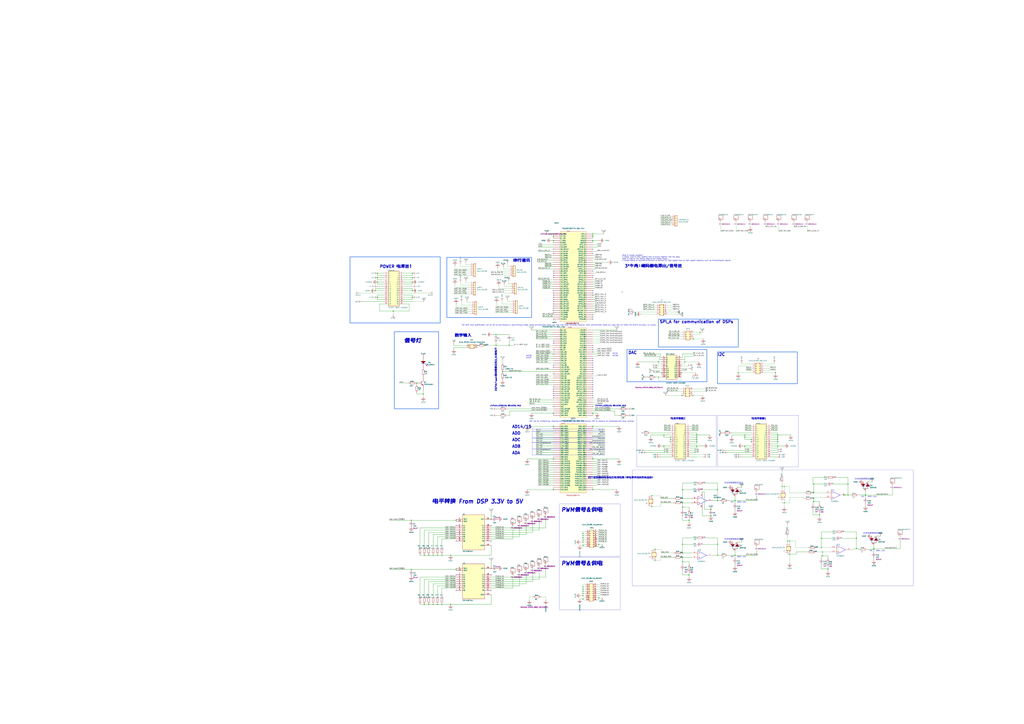
<source format=kicad_sch>
(kicad_sch (version 20230121) (generator eeschema)
  (paper "A0")
  (lib_symbols
    (symbol "1mmlab:TMS320F28377D-BGA-P1A"
      (property "Reference" "DSP" (at 0 0 0))
      (property "Value" "TMS320F28377D-BGA-P1A" (at 0 0 0))
      (symbol "TMS320F28377D-BGA-P1A_1_0"
        (text "P1A" (at 15.748 2.54 0) (effects (font (size 1.27 1.27)) (justify left bottom)))
        (text "TMS320F28377D" (at 13.97 -104.648 0) (effects (font (size 1.27 1.27)) (justify left bottom)))
        (pin passive line (at 0 0 0) (length 7.62) (name "1_+5V") (number "1"))
        (pin passive line (at 45.72 -10.16 180) (length 7.62) (name "GND10") (number "10"))
        (pin passive line (at 0 -12.7 0) (length 7.62) (name "11_GP3") (number "11"))
        (pin passive line (at 45.72 -12.7 180) (length 7.62) (name "GP2_12") (number "12"))
        (pin passive line (at 0 -15.24 0) (length 7.62) (name "13_GP9") (number "13"))
        (pin passive line (at 45.72 -15.24 180) (length 7.62) (name "GP8_14") (number "14"))
        (pin passive line (at 0 -17.78 0) (length 7.62) (name "15_GP141") (number "15"))
        (pin passive line (at 45.72 -17.78 180) (length 7.62) (name "GP142_16") (number "16"))
        (pin passive line (at 0 -20.32 0) (length 7.62) (name "17_GP19") (number "17"))
        (pin passive line (at 45.72 -20.32 180) (length 7.62) (name "GP62_18") (number "18"))
        (pin passive line (at 0 -22.86 0) (length 7.62) (name "19_GP16") (number "19"))
        (pin passive line (at 45.72 0 180) (length 7.62) (name "+5V_2") (number "2"))
        (pin passive line (at 45.72 -22.86 180) (length 7.62) (name "GP10_20") (number "20"))
        (pin passive line (at 0 -25.4 0) (length 7.62) (name "21_GP96") (number "21"))
        (pin passive line (at 45.72 -25.4 180) (length 7.62) (name "GP97_22") (number "22"))
        (pin passive line (at 0 -27.94 0) (length 7.62) (name "23_GP98") (number "23"))
        (pin passive line (at 45.72 -27.94 180) (length 7.62) (name "GP99_24") (number "24"))
        (pin passive line (at 0 -30.48 0) (length 7.62) (name "25_GP24") (number "25"))
        (pin passive line (at 45.72 -30.48 180) (length 7.62) (name "GP25_26") (number "26"))
        (pin passive line (at 0 -33.02 0) (length 7.62) (name "27_GP26") (number "27"))
        (pin passive line (at 45.72 -33.02 180) (length 7.62) (name "GP27_28") (number "28"))
        (pin passive line (at 0 -35.56 0) (length 7.62) (name "29_GP104") (number "29"))
        (pin passive line (at 0 -2.54 0) (length 7.62) (name "3_+5V") (number "3"))
        (pin passive line (at 45.72 -35.56 180) (length 7.62) (name "GP105_30") (number "30"))
        (pin passive line (at 0 -38.1 0) (length 7.62) (name "31_GP106") (number "31"))
        (pin passive line (at 45.72 -38.1 180) (length 7.62) (name "GP107_32") (number "32"))
        (pin passive line (at 0 -40.64 0) (length 7.62) (name "33_GP20") (number "33"))
        (pin passive line (at 45.72 -40.64 180) (length 7.62) (name "GP21_34") (number "34"))
        (pin passive line (at 0 -43.18 0) (length 7.62) (name "35_GP22") (number "35"))
        (pin passive line (at 45.72 -43.18 180) (length 7.62) (name "GP23_36") (number "36"))
        (pin passive line (at 0 -45.72 0) (length 7.62) (name "37_GP5") (number "37"))
        (pin passive line (at 45.72 -45.72 180) (length 7.62) (name "GP7_38") (number "38"))
        (pin passive line (at 0 -48.26 0) (length 7.62) (name "39_GP12") (number "39"))
        (pin passive line (at 45.72 -2.54 180) (length 7.62) (name "+5V_4") (number "4"))
        (pin passive line (at 45.72 -48.26 180) (length 7.62) (name "GP13_40") (number "40"))
        (pin passive line (at 0 -50.8 0) (length 7.62) (name "41_GP14") (number "41"))
        (pin passive line (at 45.72 -50.8 180) (length 7.62) (name "GP15_42") (number "42"))
        (pin passive line (at 0 -53.34 0) (length 7.62) (name "43_GP61") (number "43"))
        (pin passive line (at 45.72 -53.34 180) (length 7.62) (name "GP60_44") (number "44"))
        (pin passive line (at 0 -55.88 0) (length 7.62) (name "45_GP43") (number "45"))
        (pin passive line (at 45.72 -55.88 180) (length 7.62) (name "GP42_46") (number "46"))
        (pin passive line (at 0 -58.42 0) (length 7.62) (name "47_GP120") (number "47"))
        (pin passive line (at 45.72 -58.42 180) (length 7.62) (name "GP112_48") (number "48"))
        (pin passive line (at 0 -60.96 0) (length 7.62) (name "49_GP53") (number "49"))
        (pin passive line (at 0 -5.08 0) (length 7.62) (name "5_+5V") (number "5"))
        (pin passive line (at 45.72 -60.96 180) (length 7.62) (name "GP114_50") (number "50"))
        (pin passive line (at 0 -63.5 0) (length 7.62) (name "51_GP121") (number "51"))
        (pin passive line (at 45.72 -63.5 180) (length 7.62) (name "GP111_52") (number "52"))
        (pin passive line (at 0 -66.04 0) (length 7.62) (name "53_GP100") (number "53"))
        (pin passive line (at 45.72 -66.04 180) (length 7.62) (name "GP103_54") (number "54"))
        (pin passive line (at 0 -68.58 0) (length 7.62) (name "55_GP102") (number "55"))
        (pin passive line (at 45.72 -68.58 180) (length 7.62) (name "GP101_56") (number "56"))
        (pin passive line (at 0 -71.12 0) (length 7.62) (name "57_GP30") (number "57"))
        (pin passive line (at 45.72 -71.12 180) (length 7.62) (name "GP17_58") (number "58"))
        (pin passive line (at 0 -73.66 0) (length 7.62) (name "59_GP57") (number "59"))
        (pin passive line (at 45.72 -5.08 180) (length 7.62) (name "+5V_6") (number "6"))
        (pin passive line (at 45.72 -73.66 180) (length 7.62) (name "GP94_60") (number "60"))
        (pin passive line (at 0 -76.2 0) (length 7.62) (name "61_GP66") (number "61"))
        (pin passive line (at 45.72 -76.2 180) (length 7.62) (name "GP68_62") (number "62"))
        (pin passive line (at 0 -78.74 0) (length 7.62) (name "63_GP131") (number "63"))
        (pin passive line (at 45.72 -78.74 180) (length 7.62) (name "GP67_64") (number "64"))
        (pin passive line (at 0 -81.28 0) (length 7.62) (name "65_GP116") (number "65"))
        (pin passive line (at 45.72 -81.28 180) (length 7.62) (name "GP32_66") (number "66"))
        (pin passive line (at 0 -83.82 0) (length 7.62) (name "67_GP127") (number "67"))
        (pin passive line (at 45.72 -83.82 180) (length 7.62) (name "GP115_68") (number "68"))
        (pin passive line (at 0 -86.36 0) (length 7.62) (name "69_GP128") (number "69"))
        (pin passive line (at 0 -7.62 0) (length 7.62) (name "7_GND") (number "7"))
        (pin passive line (at 45.72 -86.36 180) (length 7.62) (name "GP117_70") (number "70"))
        (pin passive line (at 0 -88.9 0) (length 7.62) (name "71_GP126") (number "71"))
        (pin passive line (at 45.72 -88.9 180) (length 7.62) (name "GP130_72") (number "72"))
        (pin passive line (at 0 -91.44 0) (length 7.62) (name "73_GP95") (number "73"))
        (pin passive line (at 45.72 -91.44 180) (length 7.62) (name "GP54_74") (number "74"))
        (pin passive line (at 0 -93.98 0) (length 7.62) (name "75_GP58") (number "75"))
        (pin passive line (at 45.72 -93.98 180) (length 7.62) (name "GP56_76") (number "76"))
        (pin passive line (at 0 -96.52 0) (length 7.62) (name "77_GP59") (number "77"))
        (pin passive line (at 45.72 -96.52 180) (length 7.62) (name "GP55_78") (number "78"))
        (pin passive line (at 0 -99.06 0) (length 7.62) (name "79_GP4") (number "79"))
        (pin passive line (at 45.72 -7.62 180) (length 7.62) (name "GND_8") (number "8"))
        (pin passive line (at 45.72 -99.06 180) (length 7.62) (name "GP6_80") (number "80"))
        (pin passive line (at 0 -10.16 0) (length 7.62) (name "9_GND") (number "9"))
      )
    )
    (symbol "1mmlab:TMS320F28377D-BGA-P1B"
      (property "Reference" "DSP" (at 0 0 0))
      (property "Value" "TMS320F28377D-BGA-P1B" (at 0 0 0))
      (symbol "TMS320F28377D-BGA-P1B_1_0"
        (text "P1B" (at 17.018 -109.22 0) (effects (font (size 1.27 1.27)) (justify left bottom)))
        (text "TMS320F28377D" (at 13.97 -104.648 0) (effects (font (size 1.27 1.27)) (justify left bottom)))
        (pin passive line (at 45.72 -134.62 180) (length 7.62) (name "A11_100") (number "100"))
        (pin passive line (at 0 -137.16 0) (length 7.62) (name "101_D6") (number "101"))
        (pin passive line (at 45.72 -137.16 180) (length 7.62) (name "A10_102") (number "102"))
        (pin passive line (at 0 -139.7 0) (length 7.62) (name "103_D5") (number "103"))
        (pin passive line (at 45.72 -139.7 180) (length 7.62) (name "A9_104") (number "104"))
        (pin passive line (at 0 -142.24 0) (length 7.62) (name "105_D4") (number "105"))
        (pin passive line (at 45.72 -142.24 180) (length 7.62) (name "A8_106") (number "106"))
        (pin passive line (at 0 -144.78 0) (length 7.62) (name "107_D3") (number "107"))
        (pin passive line (at 45.72 -144.78 180) (length 7.62) (name "A7_108") (number "108"))
        (pin passive line (at 0 -147.32 0) (length 7.62) (name "109_D2") (number "109"))
        (pin passive line (at 45.72 -147.32 180) (length 7.62) (name "A6_110") (number "110"))
        (pin passive line (at 0 -149.86 0) (length 7.62) (name "111_D1") (number "111"))
        (pin passive line (at 45.72 -149.86 180) (length 7.62) (name "A5_112") (number "112"))
        (pin passive line (at 0 -152.4 0) (length 7.62) (name "113_D0") (number "113"))
        (pin passive line (at 45.72 -152.4 180) (length 7.62) (name "A4_114") (number "114"))
        (pin passive line (at 0 -154.94 0) (length 7.62) (name "115_GP36") (number "115"))
        (pin passive line (at 45.72 -154.94 180) (length 7.62) (name "A3_116") (number "116"))
        (pin passive line (at 0 -157.48 0) (length 7.62) (name "117_GP137") (number "117"))
        (pin passive line (at 45.72 -157.48 180) (length 7.62) (name "A2_118") (number "118"))
        (pin passive line (at 0 -160.02 0) (length 7.62) (name "119_GP84") (number "119"))
        (pin passive line (at 45.72 -160.02 180) (length 7.62) (name "A1_120") (number "120"))
        (pin passive line (at 0 -162.56 0) (length 7.62) (name "121_GP125") (number "121"))
        (pin passive line (at 45.72 -162.56 180) (length 7.62) (name "A0_122") (number "122"))
        (pin passive line (at 0 -165.1 0) (length 7.62) (name "123_WE") (number "123"))
        (pin passive line (at 45.72 -165.1 180) (length 7.62) (name "CS2_124") (number "124"))
        (pin passive line (at 0 -167.64 0) (length 7.62) (name "125_RD") (number "125"))
        (pin passive line (at 45.72 -167.64 180) (length 7.62) (name "RESET_126") (number "126"))
        (pin passive line (at 0 -170.18 0) (length 7.62) (name "127_GP138") (number "127"))
        (pin passive line (at 45.72 -170.18 180) (length 7.62) (name "GP113_128") (number "128"))
        (pin passive line (at 0 -172.72 0) (length 7.62) (name "129_GP136") (number "129"))
        (pin passive line (at 45.72 -172.72 180) (length 7.62) (name "GP110_130") (number "130"))
        (pin passive line (at 0 -175.26 0) (length 7.62) (name "131_GP135") (number "131"))
        (pin passive line (at 45.72 -175.26 180) (length 7.62) (name "GP123_132") (number "132"))
        (pin passive line (at 0 -177.8 0) (length 7.62) (name "133_GP134") (number "133"))
        (pin passive line (at 45.72 -177.8 180) (length 7.62) (name "GP114_134") (number "134"))
        (pin passive line (at 0 -180.34 0) (length 7.62) (name "135_GP139") (number "135"))
        (pin passive line (at 45.72 -180.34 180) (length 7.62) (name "GP140_136") (number "136"))
        (pin passive line (at 0 -182.88 0) (length 7.62) (name "137_GP18") (number "137"))
        (pin passive line (at 45.72 -182.88 180) (length 7.62) (name "GP11_138") (number "138"))
        (pin passive line (at 0 -185.42 0) (length 7.62) (name "139_GP133") (number "139"))
        (pin passive line (at 45.72 -185.42 180) (length 7.62) (name "GP119_140") (number "140"))
        (pin passive line (at 0 -187.96 0) (length 7.62) (name "141_GP132") (number "141"))
        (pin passive line (at 45.72 -187.96 180) (length 7.62) (name "GP129_142") (number "142"))
        (pin passive line (at 0 -190.5 0) (length 7.62) (name "143_GP118") (number "143"))
        (pin passive line (at 45.72 -190.5 180) (length 7.62) (name "CS3_144") (number "144"))
        (pin passive line (at 0 -193.04 0) (length 7.62) (name "145_GP63") (number "145"))
        (pin passive line (at 45.72 -193.04 180) (length 7.62) (name "GP65_146") (number "146"))
        (pin passive line (at 0 -195.58 0) (length 7.62) (name "147_GP64") (number "147"))
        (pin passive line (at 45.72 -195.58 180) (length 7.62) (name "GP143_148") (number "148"))
        (pin passive line (at 0 -198.12 0) (length 7.62) (name "149_GP1") (number "149"))
        (pin passive line (at 45.72 -198.12 180) (length 7.62) (name "GP0_150") (number "150"))
        (pin passive line (at 0 -200.66 0) (length 7.62) (name "151") (number "151"))
        (pin passive line (at 45.72 -200.66 180) (length 7.62) (name "GP122_152") (number "152"))
        (pin passive line (at 0 -203.2 0) (length 7.62) (name "153_GP108") (number "153"))
        (pin passive line (at 45.72 -203.2 180) (length 7.62) (name "GP28_154") (number "154"))
        (pin passive line (at 0 -205.74 0) (length 7.62) (name "155_GP93") (number "155"))
        (pin passive line (at 45.72 -205.74 180) (length 7.62) (name "GP29_156") (number "156"))
        (pin passive line (at 0 -208.28 0) (length 7.62) (name "157_GND") (number "157"))
        (pin passive line (at 45.72 -208.28 180) (length 7.62) (name "GND_158") (number "158"))
        (pin passive line (at 0 -210.82 0) (length 7.62) (name "159_GND") (number "159"))
        (pin passive line (at 45.72 -210.82 180) (length 7.62) (name "GND_160") (number "160"))
        (pin passive line (at 0 -111.76 0) (length 7.62) (name "81+5V") (number "81"))
        (pin passive line (at 45.72 -111.76 180) (length 7.62) (name "+5V_82") (number "82"))
        (pin passive line (at 0 -114.3 0) (length 7.62) (name "83_D15") (number "83"))
        (pin passive line (at 45.72 -114.3 180) (length 7.62) (name "A19_84") (number "84"))
        (pin passive line (at 0 -116.84 0) (length 7.62) (name "85_D14") (number "85"))
        (pin passive line (at 45.72 -116.84 180) (length 7.62) (name "A18_86") (number "86"))
        (pin passive line (at 0 -119.38 0) (length 7.62) (name "87_D13") (number "87"))
        (pin passive line (at 45.72 -119.38 180) (length 7.62) (name "A17_88") (number "88"))
        (pin passive line (at 0 -121.92 0) (length 7.62) (name "89_D12") (number "89"))
        (pin passive line (at 45.72 -121.92 180) (length 7.62) (name "A16_90") (number "90"))
        (pin passive line (at 0 -124.46 0) (length 7.62) (name "91_D11") (number "91"))
        (pin passive line (at 45.72 -124.46 180) (length 7.62) (name "A15_92") (number "92"))
        (pin passive line (at 0 -127 0) (length 7.62) (name "93_D10") (number "93"))
        (pin passive line (at 45.72 -127 180) (length 7.62) (name "A14_94") (number "94"))
        (pin passive line (at 0 -129.54 0) (length 7.62) (name "95_D9") (number "95"))
        (pin passive line (at 45.72 -129.54 180) (length 7.62) (name "A13_96") (number "96"))
        (pin passive line (at 0 -132.08 0) (length 7.62) (name "97_D8") (number "97"))
        (pin passive line (at 45.72 -132.08 180) (length 7.62) (name "A12_98") (number "98"))
        (pin passive line (at 0 -134.62 0) (length 7.62) (name "99_D7") (number "99"))
      )
    )
    (symbol "1mmlab:TMS320F28377D-BGA-P1C"
      (property "Reference" "DSP" (at 0 0 0))
      (property "Value" "TMS320F28377D-BGA-P1C" (at 0 0 0))
      (symbol "TMS320F28377D-BGA-P1C_1_0"
        (text "P1C" (at 9.398 -220.98 0) (effects (font (size 1.27 1.27)) (justify left bottom)))
        (text "TMS320F28377D" (at 14.478 -304.546 0) (effects (font (size 1.27 1.27)) (justify left bottom)))
        (pin passive line (at 0 -223.52 0) (length 7.62) (name "161_GND") (number "161"))
        (pin passive line (at 45.72 -223.52 180) (length 7.62) (name "GND_162") (number "162"))
        (pin passive line (at 0 -226.06 0) (length 7.62) (name "163_GND") (number "163"))
        (pin passive line (at 45.72 -226.06 180) (length 7.62) (name "GND_164") (number "164"))
        (pin passive line (at 0 -228.6 0) (length 7.62) (name "165_AD14") (number "165"))
        (pin passive line (at 45.72 -228.6 180) (length 7.62) (name "AD15_166") (number "166"))
        (pin passive line (at 0 -231.14 0) (length 7.62) (name "167_ADD4") (number "167"))
        (pin passive line (at 45.72 -231.14 180) (length 7.62) (name "ADD5_168") (number "168"))
        (pin passive line (at 0 -233.68 0) (length 7.62) (name "169_ADD2") (number "169"))
        (pin passive line (at 45.72 -233.68 180) (length 7.62) (name "ADD3_170") (number "170"))
        (pin passive line (at 0 -236.22 0) (length 7.62) (name "171_ADD1") (number "171"))
        (pin passive line (at 45.72 -236.22 180) (length 7.62) (name "ADD0_172") (number "172"))
        (pin passive line (at 0 -238.76 0) (length 7.62) (name "173_ADC5") (number "173"))
        (pin passive line (at 45.72 -238.76 180) (length 7.62) (name "ADC4_174") (number "174"))
        (pin passive line (at 0 -241.3 0) (length 7.62) (name "175_ADC3") (number "175"))
        (pin passive line (at 45.72 -241.3 180) (length 7.62) (name "ADC2_176") (number "176"))
        (pin passive line (at 0 -243.84 0) (length 7.62) (name "177_ADB5") (number "177"))
        (pin passive line (at 45.72 -243.84 180) (length 7.62) (name "ADB4_178") (number "178"))
        (pin passive line (at 0 -246.38 0) (length 7.62) (name "179_ADB3") (number "179"))
        (pin passive line (at 45.72 -246.38 180) (length 7.62) (name "ADB2_180") (number "180"))
        (pin passive line (at 0 -248.92 0) (length 7.62) (name "181_ADB1") (number "181"))
        (pin passive line (at 45.72 -248.92 180) (length 7.62) (name "ADB0_182") (number "182"))
        (pin passive line (at 0 -251.46 0) (length 7.62) (name "183_ADA5") (number "183"))
        (pin passive line (at 45.72 -251.46 180) (length 7.62) (name "ADA4_184") (number "184"))
        (pin passive line (at 0 -254 0) (length 7.62) (name "185_ADA3") (number "185"))
        (pin passive line (at 45.72 -254 180) (length 7.62) (name "ADA2_186") (number "186"))
        (pin passive line (at 0 -256.54 0) (length 7.62) (name "187_ADA1") (number "187"))
        (pin passive line (at 45.72 -256.54 180) (length 7.62) (name "ADA0_188") (number "188"))
        (pin passive line (at 0 -259.08 0) (length 7.62) (name "189_GND") (number "189"))
        (pin passive line (at 45.72 -259.08 180) (length 7.62) (name "GND_190") (number "190"))
        (pin passive line (at 0 -261.62 0) (length 7.62) (name "191_GND") (number "191"))
        (pin passive line (at 45.72 -261.62 180) (length 7.62) (name "GND_192") (number "192"))
        (pin passive line (at 0 -264.16 0) (length 7.62) (name "193_PWM1A") (number "193"))
        (pin passive line (at 45.72 -264.16 180) (length 7.62) (name "PWM7A_194") (number "194"))
        (pin passive line (at 0 -266.7 0) (length 7.62) (name "195_PWM1B") (number "195"))
        (pin passive line (at 45.72 -266.7 180) (length 7.62) (name "PWM7B_196") (number "196"))
        (pin passive line (at 0 -269.24 0) (length 7.62) (name "197_PWM2A") (number "197"))
        (pin passive line (at 45.72 -269.24 180) (length 7.62) (name "PWM8A_198") (number "198"))
        (pin passive line (at 0 -271.78 0) (length 7.62) (name "199_PWM2B") (number "199"))
        (pin passive line (at 45.72 -271.78 180) (length 7.62) (name "PWM8B_200") (number "200"))
        (pin passive line (at 0 -274.32 0) (length 7.62) (name "201_PWM3A") (number "201"))
        (pin passive line (at 45.72 -274.32 180) (length 7.62) (name "PWM9A_202") (number "202"))
        (pin passive line (at 0 -276.86 0) (length 7.62) (name "203_PWM3B") (number "203"))
        (pin passive line (at 45.72 -276.86 180) (length 7.62) (name "PWM9B_204") (number "204"))
        (pin passive line (at 0 -279.4 0) (length 7.62) (name "205_PWM4A") (number "205"))
        (pin passive line (at 45.72 -279.4 180) (length 7.62) (name "PWM10A_206") (number "206"))
        (pin passive line (at 0 -281.94 0) (length 7.62) (name "207_PWM4B") (number "207"))
        (pin passive line (at 45.72 -281.94 180) (length 7.62) (name "PWM10B_208") (number "208"))
        (pin passive line (at 0 -284.48 0) (length 7.62) (name "209_PWM5A") (number "209"))
        (pin passive line (at 45.72 -284.48 180) (length 7.62) (name "PWM11A_210") (number "210"))
        (pin passive line (at 0 -287.02 0) (length 7.62) (name "211_PWM5B") (number "211"))
        (pin passive line (at 45.72 -287.02 180) (length 7.62) (name "PWM11B_212") (number "212"))
        (pin passive line (at 0 -289.56 0) (length 7.62) (name "213_PWM6A") (number "213"))
        (pin passive line (at 45.72 -289.56 180) (length 7.62) (name "PWM12A_214") (number "214"))
        (pin passive line (at 0 -292.1 0) (length 7.62) (name "215_PWM6B") (number "215"))
        (pin passive line (at 45.72 -292.1 180) (length 7.62) (name "PWM12B_216") (number "216"))
        (pin passive line (at 0 -294.64 0) (length 7.62) (name "217_GND") (number "217"))
        (pin passive line (at 45.72 -294.64 180) (length 7.62) (name "GND_218") (number "218"))
        (pin passive line (at 0 -297.18 0) (length 7.62) (name "219_GND") (number "219"))
        (pin passive line (at 45.72 -297.18 180) (length 7.62) (name "GND_220") (number "220"))
      )
    )
    (symbol "Connector_Generic:Conn_01x05" (pin_names (offset 1.016) hide)
      (property "Reference" "J" (at 0 7.62 0))
      (property "Value" "Conn_01x05" (at 0 -7.62 0))
      (symbol "Conn_01x05_1_1"
        (pin passive line (at -5.08 5.08 0) (length 3.81) (name "Pin_1") (number "1"))
        (pin passive line (at -5.08 2.54 0) (length 3.81) (name "Pin_2") (number "2"))
        (pin passive line (at -5.08 0 0) (length 3.81) (name "Pin_3") (number "3"))
        (pin passive line (at -5.08 -2.54 0) (length 3.81) (name "Pin_4") (number "4"))
        (pin passive line (at -5.08 -5.08 0) (length 3.81) (name "Pin_5") (number "5"))
      )
    )
    (symbol "Connector_Generic:Conn_01x06" (pin_names (offset 1.016) hide)
      (property "Reference" "J" (at 0 7.62 0))
      (property "Value" "Conn_01x06" (at 0 -10.16 0))
      (symbol "Conn_01x06_1_1"
        (pin passive line (at -5.08 5.08 0) (length 3.81) (name "Pin_1") (number "1"))
        (pin passive line (at -5.08 2.54 0) (length 3.81) (name "Pin_2") (number "2"))
        (pin passive line (at -5.08 0 0) (length 3.81) (name "Pin_3") (number "3"))
        (pin passive line (at -5.08 -2.54 0) (length 3.81) (name "Pin_4") (number "4"))
        (pin passive line (at -5.08 -5.08 0) (length 3.81) (name "Pin_5") (number "5"))
        (pin passive line (at -5.08 -7.62 0) (length 3.81) (name "Pin_6") (number "6"))
      )
    )
    (symbol "Connector_Generic:Conn_02x02_Counter_Clockwise" (pin_names (offset 1.016) hide)
      (property "Reference" "J" (at 1.27 2.54 0))
      (property "Value" "Conn_02x02_Counter_Clockwise" (at 1.27 -5.08 0))
      (symbol "Conn_02x02_Counter_Clockwise_1_1"
        (pin passive line (at -5.08 0 0) (length 3.81) (name "Pin_1") (number "1"))
        (pin passive line (at -5.08 -2.54 0) (length 3.81) (name "Pin_2") (number "2"))
        (pin passive line (at 7.62 -2.54 180) (length 3.81) (name "Pin_3") (number "3"))
        (pin passive line (at 7.62 0 180) (length 3.81) (name "Pin_4") (number "4"))
      )
    )
    (symbol "Connector_Generic:Conn_02x02_Odd_Even" (pin_names (offset 1.016) hide)
      (property "Reference" "J" (at 1.27 2.54 0))
      (property "Value" "Conn_02x02_Odd_Even" (at 1.27 -5.08 0))
      (symbol "Conn_02x02_Odd_Even_1_1"
        (pin passive line (at -5.08 0 0) (length 3.81) (name "Pin_1") (number "1"))
        (pin passive line (at 7.62 0 180) (length 3.81) (name "Pin_2") (number "2"))
        (pin passive line (at -5.08 -2.54 0) (length 3.81) (name "Pin_3") (number "3"))
        (pin passive line (at 7.62 -2.54 180) (length 3.81) (name "Pin_4") (number "4"))
      )
    )
    (symbol "Connector_Generic:Conn_02x04_Counter_Clockwise" (pin_names (offset 1.016) hide)
      (property "Reference" "J" (at 1.27 5.08 0))
      (property "Value" "Conn_02x04_Counter_Clockwise" (at 1.27 -7.62 0))
      (symbol "Conn_02x04_Counter_Clockwise_1_1"
        (pin passive line (at -5.08 2.54 0) (length 3.81) (name "Pin_1") (number "1"))
        (pin passive line (at -5.08 0 0) (length 3.81) (name "Pin_2") (number "2"))
        (pin passive line (at -5.08 -2.54 0) (length 3.81) (name "Pin_3") (number "3"))
        (pin passive line (at -5.08 -5.08 0) (length 3.81) (name "Pin_4") (number "4"))
        (pin passive line (at 7.62 -5.08 180) (length 3.81) (name "Pin_5") (number "5"))
        (pin passive line (at 7.62 -2.54 180) (length 3.81) (name "Pin_6") (number "6"))
        (pin passive line (at 7.62 0 180) (length 3.81) (name "Pin_7") (number "7"))
        (pin passive line (at 7.62 2.54 180) (length 3.81) (name "Pin_8") (number "8"))
      )
    )
    (symbol "Connector_Generic:Conn_02x05_Odd_Even" (pin_names (offset 1.016) hide)
      (property "Reference" "J" (at 1.27 7.62 0))
      (property "Value" "Conn_02x05_Odd_Even" (at 1.27 -7.62 0))
      (symbol "Conn_02x05_Odd_Even_1_1"
        (pin passive line (at -5.08 5.08 0) (length 3.81) (name "Pin_1") (number "1"))
        (pin passive line (at 7.62 -5.08 180) (length 3.81) (name "Pin_10") (number "10"))
        (pin passive line (at 7.62 5.08 180) (length 3.81) (name "Pin_2") (number "2"))
        (pin passive line (at -5.08 2.54 0) (length 3.81) (name "Pin_3") (number "3"))
        (pin passive line (at 7.62 2.54 180) (length 3.81) (name "Pin_4") (number "4"))
        (pin passive line (at -5.08 0 0) (length 3.81) (name "Pin_5") (number "5"))
        (pin passive line (at 7.62 0 180) (length 3.81) (name "Pin_6") (number "6"))
        (pin passive line (at -5.08 -2.54 0) (length 3.81) (name "Pin_7") (number "7"))
        (pin passive line (at 7.62 -2.54 180) (length 3.81) (name "Pin_8") (number "8"))
        (pin passive line (at -5.08 -5.08 0) (length 3.81) (name "Pin_9") (number "9"))
      )
    )
    (symbol "Connector_Generic:Conn_02x08_Odd_Even" (pin_names (offset 1.016) hide)
      (property "Reference" "J" (at 1.27 10.16 0))
      (property "Value" "Conn_02x08_Odd_Even" (at 1.27 -12.7 0))
      (symbol "Conn_02x08_Odd_Even_1_1"
        (pin passive line (at -5.08 7.62 0) (length 3.81) (name "Pin_1") (number "1"))
        (pin passive line (at 7.62 -2.54 180) (length 3.81) (name "Pin_10") (number "10"))
        (pin passive line (at -5.08 -5.08 0) (length 3.81) (name "Pin_11") (number "11"))
        (pin passive line (at 7.62 -5.08 180) (length 3.81) (name "Pin_12") (number "12"))
        (pin passive line (at -5.08 -7.62 0) (length 3.81) (name "Pin_13") (number "13"))
        (pin passive line (at 7.62 -7.62 180) (length 3.81) (name "Pin_14") (number "14"))
        (pin passive line (at -5.08 -10.16 0) (length 3.81) (name "Pin_15") (number "15"))
        (pin passive line (at 7.62 -10.16 180) (length 3.81) (name "Pin_16") (number "16"))
        (pin passive line (at 7.62 7.62 180) (length 3.81) (name "Pin_2") (number "2"))
        (pin passive line (at -5.08 5.08 0) (length 3.81) (name "Pin_3") (number "3"))
        (pin passive line (at 7.62 5.08 180) (length 3.81) (name "Pin_4") (number "4"))
        (pin passive line (at -5.08 2.54 0) (length 3.81) (name "Pin_5") (number "5"))
        (pin passive line (at 7.62 2.54 180) (length 3.81) (name "Pin_6") (number "6"))
        (pin passive line (at -5.08 0 0) (length 3.81) (name "Pin_7") (number "7"))
        (pin passive line (at 7.62 0 180) (length 3.81) (name "Pin_8") (number "8"))
        (pin passive line (at -5.08 -2.54 0) (length 3.81) (name "Pin_9") (number "9"))
      )
    )
    (symbol "inventer-altium-import:D12V1" (power)
      (property "Reference" "#PWR" (at 0 0 0))
      (property "Value" "D12V1" (at 0 3.81 0))
      (symbol "D12V1_0_0"
        (pin power_in line (at 0 0 0) (length 0) hide (name "D12V1") (number ""))
      )
    )
    (symbol "inverter-altium-import:AGND" (power)
      (property "Reference" "#PWR" (at 0 0 0))
      (property "Value" "AGND" (at 0 6.35 0))
      (symbol "AGND_0_0"
        (pin power_in line (at 0 0 0) (length 0) hide (name "AGND") (number ""))
      )
    )
    (symbol "sheet1-altium-import:+12" (power)
      (property "Reference" "#PWR" (at 0 0 0))
      (property "Value" "+12" (at 0 3.81 0))
      (symbol "+12_0_0"
        (pin power_in line (at 0 0 0) (length 0) hide (name "+12") (number ""))
      )
    )
    (symbol "sheet1-altium-import:-12" (power)
      (property "Reference" "#PWR" (at 0 0 0))
      (property "Value" "-12" (at 0 3.81 0))
      (symbol "-12_0_0"
        (pin power_in line (at 0 0 0) (length 0) hide (name "-12") (number ""))
      )
    )
    (symbol "sheet1-altium-import:12VGND" (power)
      (property "Reference" "#PWR" (at 0 0 0))
      (property "Value" "12VGND" (at 0 6.35 0))
      (symbol "12VGND_0_0"
        (pin power_in line (at 0 0 0) (length 0) hide (name "12VGND") (number ""))
      )
    )
    (symbol "sheet1-altium-import:A+5V" (power)
      (property "Reference" "#PWR" (at 0 0 0))
      (property "Value" "A+5V" (at 0 3.81 0))
      (symbol "A+5V_0_0"
        (pin power_in line (at 0 0 0) (length 0) hide (name "A+5V") (number ""))
      )
    )
    (symbol "sheet1-altium-import:A-5V" (power)
      (property "Reference" "#PWR" (at 0 0 0))
      (property "Value" "A-5V" (at 0 3.81 0))
      (symbol "A-5V_0_0"
        (pin power_in line (at 0 0 0) (length 0) hide (name "A-5V") (number ""))
      )
    )
    (symbol "sheet1-altium-import:AGND" (power)
      (property "Reference" "#PWR" (at 0 0 0))
      (property "Value" "AGND" (at 0 6.35 0))
      (symbol "AGND_0_0"
        (pin power_in line (at 0 0 0) (length 0) hide (name "AGND") (number ""))
      )
    )
    (symbol "sheet1-altium-import:AVDD" (power)
      (property "Reference" "#PWR" (at 0 0 0))
      (property "Value" "AVDD" (at 0 3.81 0))
      (symbol "AVDD_0_0"
        (pin power_in line (at 0 0 0) (length 0) hide (name "AVDD") (number ""))
      )
    )
    (symbol "sheet1-altium-import:D+5V" (power)
      (property "Reference" "#PWR" (at 0 0 0))
      (property "Value" "D+5V" (at 0 3.81 0))
      (symbol "D+5V_0_0"
        (pin power_in line (at 0 0 0) (length 0) hide (name "D+5V") (number ""))
      )
    )
    (symbol "sheet1-altium-import:D12V1" (power)
      (property "Reference" "#PWR" (at 0 0 0))
      (property "Value" "D12V1" (at 0 3.81 0))
      (symbol "D12V1_0_0"
        (pin power_in line (at 0 0 0) (length 0) hide (name "D12V1") (number ""))
      )
    )
    (symbol "sheet1-altium-import:PE_GND" (power)
      (property "Reference" "#PWR" (at 0 0 0))
      (property "Value" "PE_GND" (at 0 6.35 0))
      (symbol "PE_GND_0_0"
        (pin power_in line (at 0 0 0) (length 0) hide (name "PE_GND") (number ""))
      )
    )
    (symbol "sheet1-altium-import:REF_3V" (power)
      (property "Reference" "#PWR" (at 0 0 0))
      (property "Value" "REF_3V" (at 0 3.81 0))
      (symbol "REF_3V_0_0"
        (pin power_in line (at 0 0 0) (length 0) hide (name "REF_3V") (number ""))
      )
    )
    (symbol "sheet1-altium-import:VDD" (power)
      (property "Reference" "#PWR" (at 0 0 0))
      (property "Value" "VDD" (at 0 3.81 0))
      (symbol "VDD_0_0"
        (pin power_in line (at 0 0 0) (length 0) hide (name "VDD") (number ""))
      )
    )
    (symbol "sheet1-altium-import:root_0_Cap"
      (symbol "root_0_Cap_1_0"
        (pin passive line (at -2.54 -2.54 0) (length 2.54) (name "1") (number "1"))
        (pin passive line (at 5.08 -2.54 180) (length 2.54) (name "2") (number "2"))
      )
    )
    (symbol "sheet1-altium-import:root_0_HIF3FC-20PA-2.54DSA"
      (symbol "root_0_HIF3FC-20PA-2.54DSA_1_0"
        (pin passive line (at 0 0 0) (length 5.08) (name "1") (number "1"))
        (pin passive line (at 22.86 -10.16 180) (length 5.08) (name "10") (number "10"))
        (pin passive line (at 0 -12.7 0) (length 5.08) (name "11") (number "11"))
        (pin passive line (at 22.86 -12.7 180) (length 5.08) (name "12") (number "12"))
        (pin passive line (at 0 -15.24 0) (length 5.08) (name "13") (number "13"))
        (pin passive line (at 22.86 -15.24 180) (length 5.08) (name "14") (number "14"))
        (pin passive line (at 0 -17.78 0) (length 5.08) (name "15") (number "15"))
        (pin passive line (at 22.86 -17.78 180) (length 5.08) (name "16") (number "16"))
        (pin passive line (at 0 -20.32 0) (length 5.08) (name "17") (number "17"))
        (pin passive line (at 22.86 -20.32 180) (length 5.08) (name "18") (number "18"))
        (pin passive line (at 0 -22.86 0) (length 5.08) (name "19") (number "19"))
        (pin passive line (at 22.86 0 180) (length 5.08) (name "2") (number "2"))
        (pin passive line (at 22.86 -22.86 180) (length 5.08) (name "20") (number "20"))
        (pin passive line (at 0 -2.54 0) (length 5.08) (name "3") (number "3"))
        (pin passive line (at 22.86 -2.54 180) (length 5.08) (name "4") (number "4"))
        (pin passive line (at 0 -5.08 0) (length 5.08) (name "5") (number "5"))
        (pin passive line (at 22.86 -5.08 180) (length 5.08) (name "6") (number "6"))
        (pin passive line (at 0 -7.62 0) (length 5.08) (name "7") (number "7"))
        (pin passive line (at 22.86 -7.62 180) (length 5.08) (name "8") (number "8"))
        (pin passive line (at 0 -10.16 0) (length 5.08) (name "9") (number "9"))
      )
    )
    (symbol "sheet1-altium-import:root_0_HIF3FC-30PA-2.54DSA"
      (symbol "root_0_HIF3FC-30PA-2.54DSA_1_0"
        (pin passive line (at 0 0 0) (length 5.08) (name "1") (number "1"))
        (pin passive line (at 22.86 -10.16 180) (length 5.08) (name "10") (number "10"))
        (pin passive line (at 0 -12.7 0) (length 5.08) (name "11") (number "11"))
        (pin passive line (at 22.86 -12.7 180) (length 5.08) (name "12") (number "12"))
        (pin passive line (at 0 -15.24 0) (length 5.08) (name "13") (number "13"))
        (pin passive line (at 22.86 -15.24 180) (length 5.08) (name "14") (number "14"))
        (pin passive line (at 0 -17.78 0) (length 5.08) (name "15") (number "15"))
        (pin passive line (at 22.86 -17.78 180) (length 5.08) (name "16") (number "16"))
        (pin passive line (at 0 -20.32 0) (length 5.08) (name "17") (number "17"))
        (pin passive line (at 22.86 -20.32 180) (length 5.08) (name "18") (number "18"))
        (pin passive line (at 0 -22.86 0) (length 5.08) (name "19") (number "19"))
        (pin passive line (at 22.86 0 180) (length 5.08) (name "2") (number "2"))
        (pin passive line (at 22.86 -22.86 180) (length 5.08) (name "20") (number "20"))
        (pin passive line (at 0 -25.4 0) (length 5.08) (name "21") (number "21"))
        (pin passive line (at 22.86 -25.4 180) (length 5.08) (name "22") (number "22"))
        (pin passive line (at 0 -27.94 0) (length 5.08) (name "23") (number "23"))
        (pin passive line (at 22.86 -27.94 180) (length 5.08) (name "24") (number "24"))
        (pin passive line (at 0 -30.48 0) (length 5.08) (name "25") (number "25"))
        (pin passive line (at 22.86 -30.48 180) (length 5.08) (name "26") (number "26"))
        (pin passive line (at 0 -33.02 0) (length 5.08) (name "27") (number "27"))
        (pin passive line (at 22.86 -33.02 180) (length 5.08) (name "28") (number "28"))
        (pin passive line (at 0 -35.56 0) (length 5.08) (name "29") (number "29"))
        (pin passive line (at 0 -2.54 0) (length 5.08) (name "3") (number "3"))
        (pin passive line (at 22.86 -35.56 180) (length 5.08) (name "30") (number "30"))
        (pin passive line (at 22.86 -2.54 180) (length 5.08) (name "4") (number "4"))
        (pin passive line (at 0 -5.08 0) (length 5.08) (name "5") (number "5"))
        (pin passive line (at 22.86 -5.08 180) (length 5.08) (name "6") (number "6"))
        (pin passive line (at 0 -7.62 0) (length 5.08) (name "7") (number "7"))
        (pin passive line (at 22.86 -7.62 180) (length 5.08) (name "8") (number "8"))
        (pin passive line (at 0 -10.16 0) (length 5.08) (name "9") (number "9"))
      )
    )
    (symbol "sheet1-altium-import:root_0_MCP6024"
      (symbol "root_0_MCP6024_1_0"
        (pin passive line (at 17.78 -5.08 180) (length 7.62) (name "") (number "1"))
        (pin passive line (at 5.08 -15.24 90) (length 7.62) (name "") (number "11"))
        (pin passive line (at -7.62 -2.54 0) (length 7.62) (name "") (number "2"))
        (pin passive line (at -7.62 -7.62 0) (length 7.62) (name "") (number "3"))
        (pin passive line (at 5.08 5.08 270) (length 7.62) (name "") (number "4"))
      )
      (symbol "root_0_MCP6024_2_0"
        (pin passive line (at -7.62 -7.62 0) (length 7.62) (name "") (number "5"))
        (pin passive line (at -7.62 -2.54 0) (length 7.62) (name "") (number "6"))
        (pin passive line (at 17.78 -5.08 180) (length 7.62) (name "") (number "7"))
      )
      (symbol "root_0_MCP6024_3_0"
        (pin passive line (at -7.62 -7.62 0) (length 7.62) (name "") (number "10"))
        (pin passive line (at 17.78 -5.08 180) (length 7.62) (name "") (number "8"))
        (pin passive line (at -7.62 -2.54 0) (length 7.62) (name "") (number "9"))
      )
      (symbol "root_0_MCP6024_4_0"
        (pin passive line (at -7.62 -7.62 0) (length 7.62) (name "") (number "12"))
        (pin passive line (at -7.62 -2.54 0) (length 7.62) (name "") (number "13"))
        (pin passive line (at 17.78 -5.08 180) (length 7.62) (name "") (number "14"))
      )
    )
    (symbol "sheet1-altium-import:root_0_NPN"
      (symbol "root_0_NPN_1_0"
        (pin passive line (at -5.08 -2.54 0) (length 5.08) (name "B") (number "1"))
        (pin passive line (at 2.54 -10.16 90) (length 5.08) (name "E") (number "2"))
        (pin passive line (at 2.54 5.08 270) (length 5.08) (name "C") (number "3"))
      )
    )
    (symbol "sheet1-altium-import:root_0_Res2"
      (symbol "root_0_Res2_1_0"
        (pin passive line (at -2.54 -2.54 0) (length 2.54) (name "1") (number "1"))
        (pin passive line (at 7.62 -2.54 180) (length 2.54) (name "2") (number "2"))
      )
    )
    (symbol "sheet1-altium-import:root_0_SN74ABT541"
      (symbol "root_0_SN74ABT541_1_0"
        (pin input line (at -7.62 -5.08 0) (length 7.62) (name "*OE1") (number "1"))
        (pin power_in line (at 33.02 -35.56 180) (length 7.62) (name "GND") (number "10"))
        (pin output line (at 33.02 -30.48 180) (length 7.62) (name "Y8") (number "11"))
        (pin output line (at 33.02 -27.94 180) (length 7.62) (name "Y7") (number "12"))
        (pin output line (at 33.02 -25.4 180) (length 7.62) (name "Y6") (number "13"))
        (pin output line (at 33.02 -22.86 180) (length 7.62) (name "Y5") (number "14"))
        (pin output line (at 33.02 -20.32 180) (length 7.62) (name "Y4") (number "15"))
        (pin output line (at 33.02 -17.78 180) (length 7.62) (name "Y3") (number "16"))
        (pin output line (at 33.02 -15.24 180) (length 7.62) (name "Y2") (number "17"))
        (pin output line (at 33.02 -12.7 180) (length 7.62) (name "Y1") (number "18"))
        (pin input line (at -7.62 -7.62 0) (length 7.62) (name "*OE2") (number "19"))
        (pin input line (at -7.62 -12.7 0) (length 7.62) (name "A1") (number "2"))
        (pin power_in line (at 33.02 -5.08 180) (length 7.62) (name "VCC") (number "20"))
        (pin input line (at -7.62 -15.24 0) (length 7.62) (name "A2") (number "3"))
        (pin input line (at -7.62 -17.78 0) (length 7.62) (name "A3") (number "4"))
        (pin input line (at -7.62 -20.32 0) (length 7.62) (name "A4") (number "5"))
        (pin input line (at -7.62 -22.86 0) (length 7.62) (name "A5") (number "6"))
        (pin input line (at -7.62 -25.4 0) (length 7.62) (name "A6") (number "7"))
        (pin input line (at -7.62 -27.94 0) (length 7.62) (name "A7") (number "8"))
        (pin input line (at -7.62 -30.48 0) (length 7.62) (name "A8") (number "9"))
      )
    )
    (symbol "sheet1-altium-import:root_1_BAR43S"
      (symbol "root_1_BAR43S_1_0"
        (pin passive line (at 0 7.62 270) (length 2.54) (name "") (number "1"))
        (pin passive line (at 5.08 7.62 270) (length 2.54) (name "") (number "2"))
        (pin passive line (at 2.54 -2.54 90) (length 2.54) (name "") (number "3"))
      )
    )
    (symbol "sheet1-altium-import:root_1_Cap"
      (symbol "root_1_Cap_1_0"
        (pin passive line (at 2.54 -2.54 90) (length 2.54) (name "1") (number "1"))
        (pin passive line (at 2.54 5.08 270) (length 2.54) (name "2") (number "2"))
      )
    )
    (symbol "sheet1-altium-import:root_1_Res2"
      (symbol "root_1_Res2_1_0"
        (pin passive line (at 2.54 -2.54 90) (length 2.54) (name "1") (number "1"))
        (pin passive line (at 2.54 7.62 270) (length 2.54) (name "2") (number "2"))
      )
    )
    (symbol "sheet1-altium-import:root_1_TP-黄色测试点"
      (symbol "root_1_TP-黄色测试点_1_0"
        (pin passive line (at 0 -5.08 90) (length 2.54) (name "1") (number "1"))
      )
    )
    (symbol "sheet1-altium-import:root_2_Res2"
      (symbol "root_2_Res2_1_0"
        (pin passive line (at 2.54 2.54 180) (length 2.54) (name "1") (number "1"))
        (pin passive line (at -7.62 2.54 0) (length 2.54) (name "2") (number "2"))
      )
    )
    (symbol "sheet1-altium-import:root_3_Cap"
      (symbol "root_3_Cap_1_0"
        (pin passive line (at -2.54 2.54 270) (length 2.54) (name "1") (number "1"))
        (pin passive line (at -2.54 -5.08 90) (length 2.54) (name "2") (number "2"))
      )
    )
    (symbol "sheet1-altium-import:root_3_LED0"
      (symbol "root_3_LED0_1_0"
        (pin passive line (at -2.54 5.08 270) (length 5.08) (name "A") (number "1"))
        (pin passive line (at -2.54 -7.62 90) (length 5.08) (name "K") (number "2"))
      )
    )
    (symbol "sheet1-altium-import:root_3_Res2"
      (symbol "root_3_Res2_1_0"
        (pin passive line (at -2.54 2.54 270) (length 2.54) (name "1") (number "1"))
        (pin passive line (at -2.54 -7.62 90) (length 2.54) (name "2") (number "2"))
      )
    )
  )
  (junction (at 688.34 533.4))
  (junction (at 864.87 508))
  (junction (at 570.23 660.4))
  (junction (at 676.91 695.96))
  (junction (at 792.48 568.96))
  (junction (at 864.87 505.46))
  (junction (at 955.04 641.35))
  (junction (at 478.79 345.44))
  (junction (at 770.89 518.16))
  (junction (at 792.48 584.2))
  (junction (at 833.12 568.96))
  (junction (at 529.59 604.52))
  (junction (at 961.39 661.0604))
  (junction (at 791.21 433.07))
  (junction (at 491.49 457.835))
  (junction (at 688.34 495.3))
  (junction (at 575.945 388.62))
  (junction (at 795.02 420.37))
  (junction (at 676.91 629.92))
  (junction (at 825.5 591.82))
  (junction (at 756.92 588.645))
  (junction (at 523.24 702.31))
  (junction (at 902.97 513.08))
  (junction (at 916.94 643.89))
  (junction (at 994.41 637.54))
  (junction (at 583.565 431.8))
  (junction (at 902.97 510.54))
  (junction (at 438.15 317.5))
  (junction (at 570.23 603.25))
  (junction (at 1014.73 638.2004))
  (junction (at 764.54 438.15))
  (junction (at 833.12 645.16))
  (junction (at 951.611 598.0684))
  (junction (at 984.631 575.2084))
  (junction (at 478.79 337.82))
  (junction (at 591.185 401.32))
  (junction (at 523.24 645.16))
  (junction (at 800.1 604.52))
  (junction (at 792.48 589.28))
  (junction (at 1004.951 575.2084))
  (junction (at 808.99 518.16))
  (junction (at 791.845 459.74))
  (junction (at 808.99 505.46))
  (junction (at 642.62 279.4))
  (junction (at 944.88 562.5084))
  (junction (at 800.1 668.02))
  (junction (at 792.48 579.12))
  (junction (at 676.91 692.15))
  (junction (at 529.59 661.67))
  (junction (at 900.43 433.07))
  (junction (at 770.89 505.46))
  (junction (at 676.91 619.76))
  (junction (at 456.565 361.315))
  (junction (at 808.99 510.54))
  (junction (at 910.59 565.15))
  (junction (at 695.325 632.46))
  (junction (at 980.0336 575.2084))
  (junction (at 792.48 642.62))
  (junction (at 953.77 625.5004))
  (junction (at 477.52 604.52))
  (junction (at 676.91 633.73))
  (junction (at 916.94 628.6246))
  (junction (at 477.52 661.67))
  (junction (at 1014.73 637.54))
  (junction (at 642.62 568.96))
  (junction (at 478.79 317.5))
  (junction (at 792.48 652.78))
  (junction (at 833.12 581.66))
  (junction (at 944.88 582.8284))
  (junction (at 483.87 445.135))
  (junction (at 872.49 513.08))
  (junction (at 808.99 513.08))
  (junction (at 902.97 508))
  (junction (at 760.73 638.175))
  (junction (at 513.08 645.16))
  (junction (at 502.92 702.31))
  (junction (at 808.99 508))
  (junction (at 502.92 645.16))
  (junction (at 857.25 433.07))
  (junction (at 910.59 584.2))
  (junction (at 688.34 274.32))
  (junction (at 688.34 279.4))
  (junction (at 853.44 645.16))
  (junction (at 513.08 702.31))
  (junction (at 676.91 687.07))
  (junction (at 676.91 689.61))
  (junction (at 676.91 684.53))
  (junction (at 872.49 510.54))
  (junction (at 438.15 322.58))
  (junction (at 676.91 624.84))
  (junction (at 642.62 480.06))
  (junction (at 478.79 322.58))
  (junction (at 438.15 327.66))
  (junction (at 902.97 505.46))
  (junction (at 688.34 480.06))
  (junction (at 676.91 627.38))
  (junction (at 953.77 636.27))
  (junction (at 435.61 337.82))
  (junction (at 994.41 625.5004))
  (junction (at 642.62 533.4))
  (junction (at 1004.951 575.31))
  (junction (at 778.51 510.54))
  (junction (at 944.88 572.6684))
  (junction (at 642.62 271.78))
  (junction (at 764.54 420.37))
  (junction (at 914.4 628.6246))
  (junction (at 984.631 562.5084))
  (junction (at 792.48 647.7))
  (junction (at 760.73 650.875))
  (junction (at 575.945 401.32))
  (junction (at 688.34 271.78))
  (junction (at 805.18 393.7))
  (junction (at 554.355 401.32))
  (junction (at 908.05 565.15))
  (junction (at 778.51 513.08))
  (junction (at 676.91 681.99))
  (junction (at 642.62 274.32))
  (junction (at 508 702.31))
  (junction (at 688.34 568.96))
  (junction (at 853.44 581.66))
  (junction (at 642.62 495.3))
  (junction (at 497.84 645.16))
  (junction (at 676.91 622.3))
  (junction (at 792.48 632.46))
  (junction (at 944.88 579.12))
  (junction (at 508 645.16))
  (junction (at 864.87 518.16))
  (junction (at 778.51 508))
  (junction (at 833.12 632.46))
  (junction (at 695.325 694.69))
  (junction (at 768.35 433.07))
  (junction (at 902.97 518.16))
  (junction (at 497.84 702.31))
  (junction (at 478.79 327.66))
  (junction (at 438.15 345.44))
  (junction (at 756.92 575.945))
  (junction (at 804.545 459.74))
  (junction (at 492.76 645.16))
  (junction (at 812.8 386.08))
  (junction (at 825.5 599.44))
  (junction (at 492.76 702.31))
  (junction (at 955.04 645.8204))
  (no_connect (at 642.62 342.9))
  (no_connect (at 642.62 411.48))
  (no_connect (at 642.62 320.04))
  (no_connect (at 688.34 337.82))
  (no_connect (at 642.62 472.44))
  (no_connect (at 688.34 289.56))
  (no_connect (at 688.34 368.3))
  (no_connect (at 642.62 406.4))
  (no_connect (at 529.59 668.02))
  (no_connect (at 688.34 449.58))
  (no_connect (at 688.34 459.74))
  (no_connect (at 688.34 457.2))
  (no_connect (at 688.34 320.04))
  (no_connect (at 642.62 317.5))
  (no_connect (at 688.34 401.32))
  (no_connect (at 642.62 358.14))
  (no_connect (at 688.34 444.5))
  (no_connect (at 642.62 322.58))
  (no_connect (at 642.62 459.74))
  (no_connect (at 642.62 353.06))
  (no_connect (at 688.34 434.34))
  (no_connect (at 688.34 429.26))
  (no_connect (at 688.34 342.9))
  (no_connect (at 820.42 454.66))
  (no_connect (at 688.34 439.42))
  (no_connect (at 688.34 424.18))
  (no_connect (at 642.62 396.24))
  (no_connect (at 642.62 337.82))
  (no_connect (at 642.62 370.84))
  (no_connect (at 688.34 472.44))
  (no_connect (at 688.34 370.84))
  (no_connect (at 688.34 340.36))
  (no_connect (at 688.34 462.28))
  (no_connect (at 688.34 454.66))
  (no_connect (at 688.34 431.8))
  (no_connect (at 688.34 406.4))
  (no_connect (at 642.62 340.36))
  (no_connect (at 642.62 350.52))
  (no_connect (at 642.62 454.66))
  (no_connect (at 820.42 452.12))
  (no_connect (at 570.23 685.8))
  (no_connect (at 642.62 457.2))
  (no_connect (at 688.34 426.72))
  (no_connect (at 642.62 355.6))
  (no_connect (at 688.34 421.64))
  (no_connect (at 774.7 454.66))
  (no_connect (at 570.23 610.87))
  (no_connect (at 642.62 314.96))
  (no_connect (at 722.249 339.344))
  (no_connect (at 688.34 419.1))
  (no_connect (at 570.23 628.65))
  (no_connect (at 642.62 289.56))
  (no_connect (at 642.62 449.58))
  (no_connect (at 529.59 628.65))
  (no_connect (at 642.62 424.18))
  (no_connect (at 774.7 452.12))
  (no_connect (at 688.34 314.96))
  (no_connect (at 688.34 294.64))
  (no_connect (at 688.34 452.12))
  (no_connect (at 642.62 345.44))
  (no_connect (at 688.34 408.94))
  (no_connect (at 745.49 502.92))
  (no_connect (at 529.59 610.87))
  (no_connect (at 642.62 398.78))
  (no_connect (at 642.62 452.12))
  (no_connect (at 688.34 365.76))
  (no_connect (at 688.34 441.96))
  (no_connect (at 688.34 447.04))
  (no_connect (at 570.23 668.02))
  (no_connect (at 688.34 403.86))
  (no_connect (at 688.34 322.58))
  (no_connect (at 642.62 360.68))
  (no_connect (at 642.62 434.34))
  (no_connect (at 529.59 685.8))
  (no_connect (at 642.62 294.64))
  (no_connect (at 642.62 347.98))
  (no_connect (at 688.34 416.56))
  (no_connect (at 642.62 363.22))
  (no_connect (at 642.62 462.28))
  (no_connect (at 642.62 426.72))
  (wire (pts (xy 795.02 414.02) (xy 795.02 417.83)) (stroke (width 0.254)))
  (wire (pts (xy 908.05 584.2) (xy 910.59 584.2)))
  (wire (pts (xy 748.03 523.24) (xy 778.51 523.24)) (stroke (width 0.254)))
  (wire (pts (xy 944.88 579.12) (xy 943.61 579.12)) (stroke (width 0.254)))
  (wire (pts (xy 792.48 652.78) (xy 792.48 655.32)) (stroke (width 0.254)))
  (wire (pts (xy 808.99 515.62) (xy 808.99 513.08)) (stroke (width 0.254)))
  (wire (pts (xy 487.68 670.56) (xy 487.68 692.15)) (stroke (width 0.254)))
  (wire (pts (xy 853.44 645.16) (xy 878.84 645.16)) (stroke (width 0.254)))
  (wire (pts (xy 676.91 624.84) (xy 680.72 624.84)))
  (wire (pts (xy 595.63 683.26) (xy 595.63 668.02)) (stroke (width 0.254)))
  (wire (pts (xy 438.15 345.44) (xy 445.77 345.44)) (stroke (width 0.254)))
  (wire (pts (xy 688.34 467.36) (xy 693.42 467.36)))
  (wire (pts (xy 765.81 414.02) (xy 747.0902 414.02)) (stroke (width 0.254)))
  (wire (pts (xy 688.34 317.5) (xy 692.15 317.5)))
  (wire (pts (xy 473.71 445.135) (xy 463.55 445.135)) (stroke (width 0.254)))
  (wire (pts (xy 468.63 342.9) (xy 478.79 342.9)) (stroke (width 0.254)))
  (wire (pts (xy 468.63 347.98) (xy 478.79 347.98)) (stroke (width 0.254)))
  (wire (pts (xy 778.51 525.78) (xy 750.57 525.78)) (stroke (width 0.254)))
  (wire (pts (xy 990.6 637.54) (xy 994.41 637.54)) (stroke (width 0.254)))
  (wire (pts (xy 872.49 520.7) (xy 864.87 520.7)) (stroke (width 0.254)))
  (wire (pts (xy 943.991 554.8884) (xy 943.991 562.5084)) (stroke (width 0.254)))
  (wire (pts (xy 688.34 353.06) (xy 690.88 353.06)))
  (wire (pts (xy 438.15 325.12) (xy 438.15 322.58)) (stroke (width 0.254)))
  (wire (pts (xy 872.49 510.54) (xy 864.87 510.54)) (stroke (width 0.254)))
  (wire (pts (xy 527.05 401.32) (xy 534.035 401.32)) (stroke (width 0.254)))
  (wire (pts (xy 836.93 257.81) (xy 836.93 269.24)))
  (wire (pts (xy 695.325 632.46) (xy 699.135 632.46)))
  (wire (pts (xy 624.84 538.48) (xy 642.62 538.48)) (stroke (width 0.254)))
  (wire (pts (xy 693.42 556.26) (xy 688.34 556.26)) (stroke (width 0.254)))
  (wire (pts (xy 767.08 411.48) (xy 747.0902 411.48)) (stroke (width 0.254)))
  (wire (pts (xy 622.3 523.24) (xy 642.62 523.24)) (stroke (width 0.254)))
  (wire (pts (xy 642.62 271.78) (xy 642.62 274.32)) (stroke (width 0.254)))
  (wire (pts (xy 528.32 308.61) (xy 528.32 312.42)))
  (wire (pts (xy 688.34 528.32) (xy 701.675 528.32)))
  (wire (pts (xy 483.87 446.405) (xy 483.87 445.135)))
  (wire (pts (xy 889 257.81) (xy 889 264.16)))
  (wire (pts (xy 593.09 332.74) (xy 585.47 332.74)))
  (wire (pts (xy 872.49 500.38) (xy 864.87 500.38)) (stroke (width 0.254)))
  (wire (pts (xy 697.23 679.45) (xy 692.785 679.45)))
  (wire (pts (xy 642.62 530.86) (xy 642.62 533.4)) (stroke (width 0.254)))
  (wire (pts (xy 693.42 541.02) (xy 688.34 541.02)) (stroke (width 0.254)))
  (wire (pts (xy 969.01 617.8804) (xy 953.77 617.8804)) (stroke (width 0.254)))
  (wire (pts (xy 872.49 497.84) (xy 864.87 497.84)) (stroke (width 0.254)))
  (wire (pts (xy 817.88 571.5) (xy 817.88 591.82)) (stroke (width 0.254)))
  (wire (pts (xy 534.67 309.88) (xy 546.1 309.88)))
  (wire (pts (xy 916.94 628.6246) (xy 916.94 631.19)))
  (wire (pts (xy 756.92 588.645) (xy 767.08 588.645)))
  (wire (pts (xy 642.62 429.26) (xy 622.3 429.26)) (stroke (width 0.254)))
  (wire (pts (xy 624.84 551.18) (xy 642.62 551.18)) (stroke (width 0.254)))
  (wire (pts (xy 801.37 508) (xy 808.99 508)) (stroke (width 0.254)))
  (wire (pts (xy 527.05 341.63) (xy 546.1 341.63)))
  (wire (pts (xy 791.21 433.07) (xy 807.72 433.07)))
  (wire (pts (xy 758.19 425.45) (xy 768.35 425.45)))
  (wire (pts (xy 513.08 683.26) (xy 513.08 692.15)) (stroke (width 0.254)))
  (wire (pts (xy 696.595 388.62) (xy 688.34 388.62)))
  (wire (pts (xy 642.62 411.48) (xy 622.3 411.48)) (stroke (width 0.254)))
  (wire (pts (xy 765.81 417.83) (xy 768.35 417.83)) (stroke (width 0.254)))
  (wire (pts (xy 916.94 643.89) (xy 916.94 654.0754)))
  (wire (pts (xy 445.77 325.12) (xy 438.15 325.12)) (stroke (width 0.254)))
  (wire (pts (xy 642.62 568.96) (xy 642.62 566.42)) (stroke (width 0.254)))
  (wire (pts (xy 676.91 629.92) (xy 676.91 627.38)))
  (wire (pts (xy 955.04 641.35) (xy 955.04 645.8204)))
  (wire (pts (xy 579.12 335.28) (xy 579.12 331.47)))
  (wire (pts (xy 801.37 510.54) (xy 808.99 510.54)) (stroke (width 0.254)))
  (wire (pts (xy 765.81 528.32) (xy 778.51 528.32)) (stroke (width 0.254)))
  (wire (pts (xy 529.59 626.11) (xy 513.08 626.11)) (stroke (width 0.254)))
  (wire (pts (xy 477.52 661.67) (xy 452.12 661.67)) (stroke (width 0.254)))
  (wire (pts (xy 623.57 304.8) (xy 642.62 304.8)))
  (wire (pts (xy 570.23 621.03) (xy 610.87 621.03)) (stroke (width 0.254)))
  (wire (pts (xy 570.23 680.72) (xy 603.25 680.72)) (stroke (width 0.254)))
  (wire (pts (xy 914.4 609.5746) (xy 914.4 613.3846)))
  (wire (pts (xy 808.99 528.32) (xy 801.37 528.32)) (stroke (width 0.254)))
  (wire (pts (xy 778.51 530.86) (xy 765.81 530.86)) (stroke (width 0.254)))
  (wire (pts (xy 872.49 495.3) (xy 864.87 495.3)) (stroke (width 0.254)))
  (wire (pts (xy 758.19 427.99) (xy 768.35 427.99)))
  (wire (pts (xy 910.59 581.66) (xy 910.59 584.2)))
  (wire (pts (xy 502.92 678.18) (xy 502.92 692.15)) (stroke (width 0.254)))
  (wire (pts (xy 767.08 256.54) (xy 779.78 256.54)))
  (wire (pts (xy 690.88 355.6) (xy 688.34 355.6)) (stroke (width 0.254)))
  (wire (pts (xy 688.34 408.94) (xy 693.42 408.94)))
  (wire (pts (xy 576.58 474.98) (xy 579.12 474.98)) (stroke (width 0.254)))
  (wire (pts (xy 895.35 520.7) (xy 902.97 520.7)) (stroke (width 0.254)))
  (wire (pts (xy 833.12 568.96) (xy 833.12 561.34)) (stroke (width 0.254)))
  (wire (pts (xy 900.43 434.34) (xy 900.43 433.07)))
  (wire (pts (xy 994.41 625.5004) (xy 976.63 625.5004)) (stroke (width 0.254)))
  (wire (pts (xy 764.54 422.91) (xy 764.54 420.37)))
  (wire (pts (xy 529.59 613.41) (xy 487.68 613.41)) (stroke (width 0.254)))
  (wire (pts (xy 502.92 645.16) (xy 508 645.16)) (stroke (width 0.254)))
  (wire (pts (xy 775.97 393.7) (xy 792.48 393.7)))
  (wire (pts (xy 767.08 254) (xy 779.78 254)))
  (wire (pts (xy 767.08 259.08) (xy 779.78 259.08)))
  (wire (pts (xy 435.61 337.82) (xy 435.61 335.28)) (stroke (width 0.254)))
  (wire (pts (xy 808.99 508) (xy 808.99 505.46)) (stroke (width 0.254)))
  (wire (pts (xy 951.611 598.0684) (xy 943.991 598.0684)) (stroke (width 0.254)))
  (wire (pts (xy 642.62 274.32) (xy 642.62 276.86)) (stroke (width 0.254)))
  (wire (pts (xy 716.28 383.54) (xy 688.34 383.54)) (stroke (width 0.254)))
  (wire (pts (xy 468.63 345.44) (xy 478.79 345.44)) (stroke (width 0.254)))
  (wire (pts (xy 718.82 533.4) (xy 688.34 533.4)) (stroke (width 0.254)))
  (wire (pts (xy 792.48 652.78) (xy 800.1 652.78)) (stroke (width 0.254)))
  (wire (pts (xy 961.39 663.6004) (xy 961.39 661.0604)) (stroke (width 0.254)))
  (wire (pts (xy 767.08 579.12) (xy 782.32 579.12)) (stroke (width 0.254)))
  (wire (pts (xy 527.05 403.86) (xy 527.05 405.765)) (stroke (width 0.254)))
  (wire (pts (xy 676.91 689.61) (xy 676.91 687.07)))
  (wire (pts (xy 614.68 697.23) (xy 614.68 693.42)))
  (wire (pts (xy 629.92 330.2) (xy 642.62 330.2)) (stroke (width 0.254)))
  (wire (pts (xy 984.631 554.8884) (xy 969.391 554.8884)) (stroke (width 0.254)))
  (wire (pts (xy 688.34 414.02) (xy 693.42 414.02)))
  (wire (pts (xy 492.76 645.16) (xy 497.84 645.16)) (stroke (width 0.254)))
  (wire (pts (xy 676.91 681.99) (xy 676.91 684.53)))
  (wire (pts (xy 845.82 581.66) (xy 853.44 581.66)) (stroke (width 0.254)))
  (wire (pts (xy 895.35 515.62) (xy 902.97 515.62)) (stroke (width 0.254)))
  (wire (pts (xy 633.73 655.32) (xy 633.73 670.56)) (stroke (width 0.254)))
  (wire (pts (xy 817.88 591.82) (xy 825.5 591.82)) (stroke (width 0.254)))
  (wire (pts (xy 833.12 581.66) (xy 833.12 568.96)) (stroke (width 0.254)))
  (wire (pts (xy 618.49 618.49) (xy 618.49 603.25)) (stroke (width 0.254)))
  (wire (pts (xy 487.68 702.31) (xy 492.76 702.31)) (stroke (width 0.254)))
  (wire (pts (xy 781.05 360.045) (xy 774.7 360.045)))
  (wire (pts (xy 508 702.31) (xy 513.08 702.31)) (stroke (width 0.254)))
  (wire (pts (xy 764.54 438.15) (xy 764.54 441.96)))
  (wire (pts (xy 642.62 480.06) (xy 617.22 480.06)) (stroke (width 0.254)))
  (wire (pts (xy 902.97 497.84) (xy 895.35 497.84)) (stroke (width 0.254)))
  (wire (pts (xy 944.88 582.8284) (xy 951.611 582.8284)) (stroke (width 0.254)))
  (wire (pts (xy 833.12 624.84) (xy 817.88 624.84)) (stroke (width 0.254)))
  (wire (pts (xy 642.62 393.7) (xy 622.3 393.7)) (stroke (width 0.254)))
  (wire (pts (xy 984.631 562.5084) (xy 984.631 554.8884)) (stroke (width 0.254)))
  (wire (pts (xy 438.15 317.5) (xy 445.77 317.5)) (stroke (width 0.254)))
  (wire (pts (xy 478.79 350.52) (xy 468.63 350.52)) (stroke (width 0.254)))
  (wire (pts (xy 497.84 675.64) (xy 497.84 692.15)) (stroke (width 0.254)))
  (wire (pts (xy 468.63 317.5) (xy 478.79 317.5)) (stroke (width 0.254)))
  (wire (pts (xy 624.84 546.1) (xy 642.62 546.1)) (stroke (width 0.254)))
  (wire (pts (xy 624.84 553.72) (xy 642.62 553.72)) (stroke (width 0.254)))
  (wire (pts (xy 593.09 335.28) (xy 579.12 335.28)))
  (wire (pts (xy 642.62 508) (xy 622.3 508)) (stroke (width 0.254)))
  (wire (pts (xy 755.65 505.46) (xy 755.65 508)) (stroke (width 0.254)))
  (wire (pts (xy 944.88 562.5084) (xy 959.231 562.5084)) (stroke (width 0.254)))
  (wire (pts (xy 618.49 675.64) (xy 618.49 660.4)) (stroke (width 0.254)))
  (wire (pts (xy 808.99 513.08) (xy 808.99 510.54)) (stroke (width 0.254)))
  (wire (pts (xy 696.595 398.78) (xy 688.34 398.78)))
  (wire (pts (xy 497.84 645.16) (xy 502.92 645.16)) (stroke (width 0.254)))
  (wire (pts (xy 633.73 693.42) (xy 628.65 693.42)))
  (wire (pts (xy 908.05 547.37) (xy 908.05 551.18)))
  (wire (pts (xy 445.77 337.82) (xy 435.61 337.82)) (stroke (width 0.254)))
  (wire (pts (xy 953.77 645.8204) (xy 953.77 648.3604)) (stroke (width 0.254)))
  (wire (pts (xy 792.48 568.96) (xy 807.72 568.96)) (stroke (width 0.254)))
  (wire (pts (xy 800.1 601.98) (xy 800.1 604.52)) (stroke (width 0.254)))
  (wire (pts (xy 612.14 495.3) (xy 642.62 495.3)) (stroke (width 0.254)))
  (wire (pts (xy 688.34 533.4) (xy 688.34 530.86)) (stroke (width 0.254)))
  (wire (pts (xy 693.42 469.9) (xy 688.34 469.9)))
  (wire (pts (xy 477.52 604.52) (xy 452.12 604.52)) (stroke (width 0.254)))
  (wire (pts (xy 508 645.16) (xy 513.08 645.16)) (stroke (width 0.254)))
  (wire (pts (xy 781.05 354.965) (xy 774.7 354.965)))
  (wire (pts (xy 582.93 349.25) (xy 582.93 353.06)))
  (wire (pts (xy 614.68 467.36) (xy 642.62 467.36)) (stroke (width 0.254)))
  (wire (pts (xy 529.59 604.52) (xy 529.59 603.25)) (stroke (width 0.254)))
  (wire (pts (xy 833.12 561.34) (xy 817.88 561.34)) (stroke (width 0.254)))
  (wire (pts (xy 982.98 575.31) (xy 980.0336 575.31)))
  (wire (pts (xy 575.945 388.62) (xy 591.185 388.62)) (stroke (width 0.254)))
  (wire (pts (xy 528.32 312.42) (xy 546.1 312.42)))
  (wire (pts (xy 768.35 415.29) (xy 767.08 415.29)) (stroke (width 0.254)))
  (wire (pts (xy 764.54 441.96) (xy 791.21 441.96)))
  (wire (pts (xy 523.24 702.31) (xy 570.23 702.31)) (stroke (width 0.254)))
  (wire (pts (xy 534.67 306.07) (xy 534.67 309.88)))
  (wire (pts (xy 622.3 388.62) (xy 642.62 388.62)) (stroke (width 0.254)))
  (wire (pts (xy 589.28 306.07) (xy 589.28 309.88)))
  (wire (pts (xy 676.91 617.22) (xy 676.91 619.76)))
  (wire (pts (xy 591.82 314.96) (xy 577.85 314.96)))
  (wire (pts (xy 445.77 340.36) (xy 416.56 340.36)))
  (wire (pts (xy 979.551 575.2084) (xy 980.0336 575.2084)) (stroke (width 0.254)))
  (wire (pts (xy 688.34 518.16) (xy 701.675 518.16)))
  (wire (pts (xy 902.97 500.38) (xy 895.35 500.38)) (stroke (width 0.254)))
  (wire (pts (xy 914.4 643.89) (xy 916.94 643.89)))
  (wire (pts (xy 688.34 523.24) (xy 701.675 523.24)))
  (wire (pts (xy 791.21 441.96) (xy 791.21 438.15)))
  (wire (pts (xy 617.22 477.52) (xy 642.62 477.52)))
  (wire (pts (xy 622.3 515.62) (xy 642.62 515.62)) (stroke (width 0.254)))
  (wire (pts (xy 529.59 353.06) (xy 529.59 356.87)))
  (wire (pts (xy 767.08 415.29) (xy 767.08 411.48)) (stroke (width 0.254)))
  (wire (pts (xy 696.595 386.08) (xy 688.34 386.08)))
  (wire (pts (xy 1004.951 575.31) (xy 1004.951 575.2084)) (stroke (width 0.254)))
  (wire (pts (xy 570.23 618.49) (xy 618.49 618.49)) (stroke (width 0.254)))
  (wire (pts (xy 910.59 565.15) (xy 916.94 565.15)))
  (wire (pts (xy 528.32 330.2) (xy 528.32 334.01)))
  (wire (pts (xy 570.23 626.11) (xy 595.63 626.11)) (stroke (width 0.254)))
  (wire (pts (xy 768.35 422.91) (xy 764.54 422.91)))
  (wire (pts (xy 1004.951 575.31) (xy 1004.951 577.7484)) (stroke (width 0.254)))
  (wire (pts (xy 527.05 339.09) (xy 546.1 339.09)))
  (wire (pts (xy 438.15 330.2) (xy 438.15 327.66)) (stroke (width 0.254)))
  (wire (pts (xy 853.44 645.16) (xy 853.44 640.08)) (stroke (width 0.254)))
  (wire (pts (xy 1004.951 575.2084) (xy 1004.951 570.1284)) (stroke (width 0.254)))
  (wire (pts (xy 445.77 330.2) (xy 438.15 330.2)) (stroke (width 0.254)))
  (wire (pts (xy 589.28 482.6) (xy 591.82 482.6)) (stroke (width 0.254)))
  (wire (pts (xy 853.44 581.66) (xy 853.44 576.58)) (stroke (width 0.254)))
  (wire (pts (xy 808.99 502.92) (xy 801.37 502.92)) (stroke (width 0.254)))
  (wire (pts (xy 774.7 454.66) (xy 791.845 454.66)))
  (wire (pts (xy 622.3 439.42) (xy 642.62 439.42)))
  (wire (pts (xy 815.34 568.96) (xy 833.12 568.96)) (stroke (width 0.254)))
  (wire (pts (xy 866.14 427.99) (xy 873.76 427.99)))
  (wire (pts (xy 770.89 520.7) (xy 770.89 518.16)) (stroke (width 0.254)))
  (wire (pts (xy 895.35 510.54) (xy 902.97 510.54)) (stroke (width 0.254)))
  (wire (pts (xy 529.59 621.03) (xy 502.92 621.03)) (stroke (width 0.254)))
  (wire (pts (xy 861.06 422.91) (xy 861.06 421.64)))
  (wire (pts (xy 529.59 673.1) (xy 492.76 673.1)) (stroke (width 0.254)))
  (wire (pts (xy 792.48 411.48) (xy 792.48 415.29)) (stroke (width 0.254)))
  (wire (pts (xy 589.28 474.98) (xy 617.22 474.98)) (stroke (width 0.254)))
  (wire (pts (xy 585.47 332.74) (xy 585.47 330.2)))
  (wire (pts (xy 582.93 353.06) (xy 594.36 353.06)))
  (wire (pts (xy 570.23 595.63) (xy 570.23 603.25)) (stroke (width 0.254)))
  (wire (pts (xy 680.085 697.23) (xy 676.91 697.23)))
  (wire (pts (xy 802.64 579.12) (xy 792.48 579.12)) (stroke (width 0.254)))
  (wire (pts (xy 760.73 638.175) (xy 767.715 638.175)))
  (wire (pts (xy 680.72 629.92) (xy 676.91 629.92)))
  (wire (pts (xy 642.62 482.6) (xy 642.62 480.06)) (stroke (width 0.254)))
  (wire (pts (xy 791.21 420.37) (xy 795.02 420.37)))
  (wire (pts (xy 690.88 325.12) (xy 688.34 325.12)) (stroke (width 0.254)))
  (wire (pts (xy 575.31 360.68) (xy 594.36 360.68)))
  (wire (pts (xy 419.735 350.52) (xy 445.77 350.52)) (stroke (width 0.254)))
  (wire (pts (xy 697.23 689.61) (xy 692.785 689.61)))
  (wire (pts (xy 497.84 618.49) (xy 497.84 635)) (stroke (width 0.254)))
  (wire (pts (xy 492.76 702.31) (xy 497.84 702.31)) (stroke (width 0.254)))
  (wire (pts (xy 589.28 309.88) (xy 591.82 309.88)))
  (wire (pts (xy 815.34 591.82) (xy 815.34 599.44)) (stroke (width 0.254)))
  (wire (pts (xy 529.59 675.64) (xy 497.84 675.64)) (stroke (width 0.254)))
  (wire (pts (xy 961.39 645.8204) (xy 961.39 648.3604)) (stroke (width 0.254)))
  (wire (pts (xy 994.41 637.54) (xy 996.95 637.54)) (stroke (width 0.254)))
  (wire (pts (xy 468.63 322.58) (xy 478.79 322.58)) (stroke (width 0.254)))
  (wire (pts (xy 943.991 582.8284) (xy 943.991 585.3684)) (stroke (width 0.254)))
  (wire (pts (xy 857.25 433.07) (xy 857.25 434.34)))
  (wire (pts (xy 693.42 284.48) (xy 688.34 284.48)) (stroke (width 0.254)))
  (wire (pts (xy 853.44 591.82) (xy 853.44 594.36)) (stroke (width 0.254)))
  (wire (pts (xy 676.91 697.23) (xy 676.91 695.96)))
  (wire (pts (xy 642.62 416.56) (xy 622.3 416.56)) (stroke (width 0.254)))
  (wire (pts (xy 575.31 358.14) (xy 594.36 358.14)))
  (wire (pts (xy 688.34 480.06) (xy 688.34 482.6)) (stroke (width 0.254)))
  (wire (pts (xy 800.1 591.82) (xy 800.1 589.28)) (stroke (width 0.254)))
  (wire (pts (xy 676.91 619.76) (xy 680.72 619.76)))
  (wire (pts (xy 800.1 589.28) (xy 792.48 589.28)) (stroke (width 0.254)))
  (wire (pts (xy 591.185 396.24) (xy 591.185 401.32)) (stroke (width 0.254)))
  (wire (pts (xy 688.34 477.52) (xy 713.74 477.52)) (stroke (width 0.254)))
  (wire (pts (xy 795.02 414.02) (xy 805.18 414.02)) (stroke (width 0.254)))
  (wire (pts (xy 693.42 624.84) (xy 704.85 624.84)))
  (wire (pts (xy 923.671 636.27) (xy 938.53 636.27)))
  (wire (pts (xy 440.69 353.06) (xy 440.69 361.315)) (stroke (width 0.254)))
  (wire (pts (xy 807.72 624.84) (xy 792.48 624.84)) (stroke (width 0.254)))
  (wire (pts (xy 910.59 584.2) (xy 910.59 589.28)))
  (wire (pts (xy 886.46 427.99) (xy 894.08 427.99)))
  (wire (pts (xy 908.05 561.34) (xy 908.05 565.15)))
  (wire (pts (xy 576.58 355.6) (xy 594.36 355.6)))
  (wire (pts (xy 775.97 391.16) (xy 792.48 391.16)))
  (wire (pts (xy 808.99 523.24) (xy 811.53 523.24)))
  (wire (pts (xy 716.28 568.96) (xy 688.34 568.96)) (stroke (width 0.254)))
  (wire (pts (xy 591.82 477.52) (xy 617.22 477.52)) (stroke (width 0.254)))
  (wire (pts (xy 804.545 454.66) (xy 820.42 454.66)))
  (wire (pts (xy 528.32 364.49) (xy 547.37 364.49)))
  (wire (pts (xy 792.48 589.28) (xy 792.48 584.2)) (stroke (width 0.254)))
  (wire (pts (xy 886.46 430.53) (xy 894.08 430.53)))
  (wire (pts (xy 688.34 304.8) (xy 706.12 304.8)) (stroke (width 0.254)))
  (wire (pts (xy 622.3 403.86) (xy 642.62 403.86)))
  (wire (pts (xy 873.76 422.91) (xy 861.06 422.91)))
  (wire (pts (xy 872.49 525.78) (xy 844.55 525.78)) (stroke (width 0.254)))
  (wire (pts (xy 778.51 495.3) (xy 770.89 495.3)) (stroke (width 0.254)))
  (wire (pts (xy 564.515 401.32) (xy 575.945 401.32)))
  (wire (pts (xy 693.42 619.76) (xy 704.85 619.76)))
  (wire (pts (xy 902.97 528.32) (xy 895.35 528.32)) (stroke (width 0.254)))
  (wire (pts (xy 740.41 420.37) (xy 764.54 420.37)) (stroke (width 0.254)))
  (wire (pts (xy 632.46 307.34) (xy 642.62 307.34)) (stroke (width 0.254)))
  (wire (pts (xy 910.59 565.15) (xy 910.59 568.96)))
  (wire (pts (xy 801.37 505.46) (xy 808.99 505.46)) (stroke (width 0.254)))
  (wire (pts (xy 688.34 302.26) (xy 690.88 302.26)))
  (wire (pts (xy 690.88 363.22) (xy 688.34 363.22)) (stroke (width 0.254)))
  (wire (pts (xy 778.51 505.46) (xy 770.89 505.46)) (stroke (width 0.254)))
  (wire (pts (xy 624.84 556.26) (xy 642.62 556.26)) (stroke (width 0.254)))
  (wire (pts (xy 762 438.15) (xy 764.54 438.15)))
  (wire (pts (xy 767.08 650.875) (xy 767.08 647.7)))
  (wire (pts (xy 833.12 645.16) (xy 835.66 645.16)) (stroke (width 0.254)))
  (wire (pts (xy 642.62 383.54) (xy 617.22 383.54)) (stroke (width 0.254)))
  (wire (pts (xy 688.34 513.08) (xy 701.675 513.08)))
  (wire (pts (xy 680.72 635) (xy 676.91 635)))
  (wire (pts (xy 529.59 680.72) (xy 508 680.72)) (stroke (width 0.254)))
  (wire (pts (xy 688.34 411.48) (xy 693.42 411.48)) (stroke (width 0.254)))
  (wire (pts (xy 547.37 351.79) (xy 542.29 351.79)))
  (wire (pts (xy 693.42 287.02) (xy 688.34 287.02)) (stroke (width 0.254)))
  (wire (pts (xy 764.54 438.15) (xy 768.35 438.15)))
  (wire (pts (xy 528.32 334.01) (xy 546.1 334.01)))
  (wire (pts (xy 680.085 694.69) (xy 676.91 694.69)))
  (wire (pts (xy 1004.951 585.3684) (xy 1004.951 587.9084)) (stroke (width 0.254)))
  (wire (pts (xy 914.4 628.6246) (xy 914.4 631.19)))
  (wire (pts (xy 955.04 645.8204) (xy 953.77 645.8204)))
  (wire (pts (xy 795.02 422.91) (xy 795.02 420.37)))
  (wire (pts (xy 622.3 518.16) (xy 642.62 518.16)) (stroke (width 0.254)))
  (wire (pts (xy 778.51 508) (xy 770.89 508)) (stroke (width 0.254)))
  (wire (pts (xy 529.59 683.26) (xy 513.08 683.26)) (stroke (width 0.254)))
  (wire (pts (xy 916.94 628.6246) (xy 923.671 628.6246)))
  (wire (pts (xy 770.89 505.46) (xy 770.89 508)) (stroke (width 0.254)))
  (wire (pts (xy 895.35 505.46) (xy 902.97 505.46)) (stroke (width 0.254)))
  (wire (pts (xy 438.15 327.66) (xy 445.77 327.66)) (stroke (width 0.254)))
  (wire (pts (xy 642.62 325.12) (xy 624.84 325.12)) (stroke (width 0.254)))
  (wire (pts (xy 478.79 347.98) (xy 478.79 345.44)) (stroke (width 0.254)))
  (wire (pts (xy 584.2 320.04) (xy 591.82 320.04)))
  (wire (pts (xy 864.87 508) (xy 864.87 510.54)) (stroke (width 0.254)))
  (wire (pts (xy 810.895 497.84) (xy 801.37 497.84)) (stroke (width 0.254)))
  (wire (pts (xy 795.02 420.37) (xy 811.53 420.37)))
  (wire (pts (xy 1014.73 637.54) (xy 1014.73 633.1204)) (stroke (width 0.254)))
  (wire (pts (xy 767.08 584.2) (xy 782.32 584.2)) (stroke (width 0.254)))
  (wire (pts (xy 800.1 670.56) (xy 800.1 668.02)) (stroke (width 0.254)))
  (wire (pts (xy 626.11 657.86) (xy 626.11 673.1)) (stroke (width 0.254)))
  (wire (pts (xy 857.25 425.45) (xy 857.25 433.07)))
  (wire (pts (xy 916.94 572.77) (xy 924.56 572.77)))
  (wire (pts (xy 994.41 617.8804) (xy 979.17 617.8804)) (stroke (width 0.254)))
  (wire (pts (xy 626.11 615.95) (xy 570.23 615.95)) (stroke (width 0.254)))
  (wire (pts (xy 899.16 422.91) (xy 899.16 421.64)))
  (wire (pts (xy 624.84 563.88) (xy 642.62 563.88)) (stroke (width 0.254)))
  (wire (pts (xy 961.39 658.5204) (xy 961.39 661.0604)) (stroke (width 0.254)))
  (wire (pts (xy 591.82 312.42) (xy 584.2 312.42)))
  (wire (pts (xy 778.51 508) (xy 778.51 510.54)))
  (wire (pts (xy 746.76 354.965) (xy 762 354.965)))
  (wire (pts (xy 440.69 361.315) (xy 456.565 361.315)) (stroke (width 0.254)))
  (wire (pts (xy 688.34 406.4) (xy 693.42 406.4)))
  (wire (pts (xy 674.37 692.15) (xy 676.91 692.15)))
  (wire (pts (xy 688.34 279.4) (xy 688.34 281.94)) (stroke (width 0.254)))
  (wire (pts (xy 791.21 425.45) (xy 798.83 425.45)))
  (wire (pts (xy 624.84 284.48) (xy 642.62 284.48)) (stroke (width 0.254)))
  (wire (pts (xy 585.47 340.36) (xy 593.09 340.36)))
  (wire (pts (xy 791.21 422.91) (xy 795.02 422.91)))
  (wire (pts (xy 676.91 684.53) (xy 680.085 684.53)))
  (wire (pts (xy 697.23 687.07) (xy 692.785 687.07)))
  (wire (pts (xy 944.88 562.5084) (xy 943.991 562.5084)) (stroke (width 0.254)))
  (wire (pts (xy 924.56 643.89) (xy 916.94 643.89)) (stroke (width 0.254)))
  (wire (pts (xy 680.085 692.15) (xy 676.91 692.15)))
  (wire (pts (xy 944.88 572.77) (xy 957.58 572.77)))
  (wire (pts (xy 688.34 520.7) (xy 701.675 520.7)))
  (wire (pts (xy 546.1 307.34) (xy 541.02 307.34)))
  (wire (pts (xy 943.991 598.0684) (xy 943.991 592.9884)) (stroke (width 0.254)))
  (wire (pts (xy 808.99 530.86) (xy 801.37 530.86)) (stroke (width 0.254)))
  (wire (pts (xy 676.91 627.38) (xy 676.91 624.84)))
  (wire (pts (xy 833.12 581.66) (xy 835.66 581.66)) (stroke (width 0.254)))
  (wire (pts (xy 642.62 414.02) (xy 622.3 414.02)) (stroke (width 0.254)))
  (wire (pts (xy 902.97 505.46) (xy 918.21 505.46)) (stroke (width 0.254)))
  (wire (pts (xy 754.38 588.645) (xy 756.92 588.645)))
  (wire (pts (xy 816.61 518.16) (xy 808.99 518.16)) (stroke (width 0.254)))
  (wire (pts (xy 758.19 638.175) (xy 760.73 638.175)))
  (wire (pts (xy 695.96 279.4) (xy 688.34 279.4)) (stroke (width 0.254)))
  (wire (pts (xy 855.98 629.92) (xy 861.06 629.92)) (stroke (width 0.254)))
  (wire (pts (xy 622.3 510.54) (xy 642.62 510.54)) (stroke (width 0.254)))
  (wire (pts (xy 718.82 474.98) (xy 688.34 474.98)) (stroke (width 0.254)))
  (wire (pts (xy 808.99 530.86) (xy 816.61 530.86)))
  (wire (pts (xy 438.15 342.9) (xy 438.15 345.44)) (stroke (width 0.254)))
  (wire (pts (xy 642.62 281.94) (xy 642.62 279.4)) (stroke (width 0.254)))
  (wire (pts (xy 816.61 393.7) (xy 805.18 393.7)))
  (wire (pts (xy 764.54 420.37) (xy 768.35 420.37)) (stroke (width 0.254)))
  (wire (pts (xy 767.08 575.945) (xy 767.08 579.12)))
  (wire (pts (xy 456.565 361.315) (xy 456.565 363.22)) (stroke (width 0.254)))
  (wire (pts (xy 696.595 396.24) (xy 688.34 396.24)))
  (wire (pts (xy 523.24 645.16) (xy 570.23 645.16)) (stroke (width 0.254)))
  (wire (pts (xy 676.91 687.07) (xy 680.085 687.07)))
  (wire (pts (xy 693.42 551.18) (xy 688.34 551.18)) (stroke (width 0.254)))
  (wire (pts (xy 900.43 425.45) (xy 886.46 425.45)))
  (wire (pts (xy 590.55 326.39) (xy 590.55 330.2)))
  (wire (pts (xy 629.92 368.3) (xy 642.62 368.3)) (stroke (width 0.254)))
  (wire (pts (xy 871.22 257.81) (xy 871.22 264.16)))
  (wire (pts (xy 468.63 353.06) (xy 474.98 353.06)) (stroke (width 0.254)))
  (wire (pts (xy 513.08 626.11) (xy 513.08 635)) (stroke (width 0.254)))
  (wire (pts (xy 924.56 572.6684) (xy 933.831 572.6684)))
  (wire (pts (xy 529.59 662.94) (xy 529.59 661.67)) (stroke (width 0.254)))
  (wire (pts (xy 778.51 500.38) (xy 770.89 500.38)) (stroke (width 0.254)))
  (wire (pts (xy 483.87 456.565) (xy 483.87 457.835)) (stroke (width 0.254)))
  (wire (pts (xy 542.29 351.79) (xy 542.29 349.25)))
  (wire (pts (xy 802.64 647.7) (xy 792.48 647.7)) (stroke (width 0.254)))
  (wire (pts (xy 944.88 572.77) (xy 944.88 572.6684)) (stroke (width 0.254)))
  (wire (pts (xy 676.91 622.3) (xy 680.72 622.3)))
  (wire (pts (xy 693.42 635) (xy 695.325 635)))
  (wire (pts (xy 855.98 566.42) (xy 861.06 566.42)) (stroke (width 0.254)))
  (wire (pts (xy 900.43 433.07) (xy 900.43 425.45)))
  (wire (pts (xy 767.08 261.62) (xy 779.78 261.62)))
  (wire (pts (xy 947.42 641.35) (xy 955.04 641.35)))
  (wire (pts (xy 842.01 523.24) (xy 872.49 523.24)) (stroke (width 0.254)))
  (wire (pts (xy 923.671 628.6246) (xy 923.671 636.27)))
  (wire (pts (xy 676.91 681.99) (xy 680.085 681.99)))
  (wire (pts (xy 695.325 694.69) (xy 699.135 694.69)))
  (wire (pts (xy 902.97 525.78) (xy 895.35 525.78)) (stroke (width 0.254)))
  (wire (pts (xy 895.35 513.08) (xy 902.97 513.08)) (stroke (width 0.254)))
  (wire (pts (xy 984.631 575.2084) (xy 984.631 562.5084)) (stroke (width 0.254)))
  (wire (pts (xy 736.6 362.585) (xy 762 362.585)))
  (wire (pts (xy 535.94 350.52) (xy 535.94 354.33)))
  (wire (pts (xy 570.23 683.26) (xy 595.63 683.26)) (stroke (width 0.254)))
  (wire (pts (xy 833.12 645.16) (xy 833.12 632.46)) (stroke (width 0.254)))
  (wire (pts (xy 688.34 436.88) (xy 693.42 436.88)))
  (wire (pts (xy 676.91 695.96) (xy 673.1 695.96)))
  (wire (pts (xy 989.33 638.81) (xy 990.6 638.81)))
  (wire (pts (xy 688.34 497.84) (xy 688.34 495.3)) (stroke (width 0.254)))
  (wire (pts (xy 984.631 575.2084) (xy 987.171 575.2084)) (stroke (width 0.254)))
  (wire (pts (xy 610.87 678.18) (xy 610.87 662.94)) (stroke (width 0.254)))
  (wire (pts (xy 534.035 401.32) (xy 541.655 401.32)))
  (wire (pts (xy 624.84 541.02) (xy 642.62 541.02)) (stroke (width 0.254)))
  (wire (pts (xy 595.63 626.11) (xy 595.63 610.87)) (stroke (width 0.254)))
  (wire (pts (xy 693.42 538.48) (xy 688.34 538.48)) (stroke (width 0.254)))
  (wire (pts (xy 622.3 500.38) (xy 642.62 500.38)) (stroke (width 0.254)))
  (wire (pts (xy 576.58 482.6) (xy 579.12 482.6)) (stroke (width 0.254)))
  (wire (pts (xy 688.34 495.3) (xy 718.82 495.3)) (stroke (width 0.254)))
  (wire (pts (xy 688.34 271.78) (xy 701.04 271.78)) (stroke (width 0.254)))
  (wire (pts (xy 693.42 292.1) (xy 688.34 292.1)) (stroke (width 0.254)))
  (wire (pts (xy 633.73 670.56) (xy 570.23 670.56)) (stroke (width 0.254)))
  (wire (pts (xy 590.55 330.2) (xy 593.09 330.2)))
  (wire (pts (xy 754.38 575.945) (xy 756.92 575.945)))
  (wire (pts (xy 778.51 513.08) (xy 778.51 515.62)))
  (wire (pts (xy 980.0336 575.2084) (xy 984.631 575.2084)) (stroke (width 0.254)))
  (wire (pts (xy 688.34 502.92) (xy 701.04 502.92)))
  (wire (pts (xy 997.331 575.2084) (xy 1004.951 575.2084)) (stroke (width 0.254)))
  (wire (pts (xy 438.15 322.58) (xy 445.77 322.58)) (stroke (width 0.254)))
  (wire (pts (xy 910.59 518.16) (xy 902.97 518.16)) (stroke (width 0.254)))
  (wire (pts (xy 696.595 391.16) (xy 688.34 391.16)))
  (wire (pts (xy 478.79 337.82) (xy 478.79 335.28)) (stroke (width 0.254)))
  (wire (pts (xy 676.91 689.61) (xy 680.085 689.61)))
  (wire (pts (xy 693.42 563.88) (xy 688.34 563.88)) (stroke (width 0.254)))
  (wire (pts (xy 594.36 350.52) (xy 589.28 350.52)))
  (wire (pts (xy 438.15 320.04) (xy 438.15 317.5)) (stroke (width 0.254)))
  (wire (pts (xy 815.34 599.44) (xy 825.5 599.44)) (stroke (width 0.254)))
  (wire (pts (xy 984.631 562.5084) (xy 966.851 562.5084)) (stroke (width 0.254)))
  (wire (pts (xy 1045.21 623.57) (xy 1045.21 637.54)) (stroke (width 0.254)))
  (wire (pts (xy 792.48 647.7) (xy 792.48 652.78)) (stroke (width 0.254)))
  (wire (pts (xy 529.59 623.57) (xy 508 623.57)) (stroke (width 0.254)))
  (wire (pts (xy 746.76 357.505) (xy 762 357.505)))
  (wire (pts (xy 758.19 433.07) (xy 768.35 433.07)))
  (wire (pts (xy 478.79 325.12) (xy 478.79 322.58)) (stroke (width 0.254)))
  (wire (pts (xy 642.62 495.3) (xy 642.62 497.84)) (stroke (width 0.254)))
  (wire (pts (xy 902.97 518.16) (xy 895.35 518.16)) (stroke (width 0.254)))
  (wire (pts (xy 624.84 535.94) (xy 642.62 535.94)) (stroke (width 0.254)))
  (wire (pts (xy 857.25 425.45) (xy 873.76 425.45)))
  (wire (pts (xy 922.02 257.81) (xy 922.02 264.16)))
  (wire (pts (xy 808.99 525.78) (xy 811.53 525.78)))
  (wire (pts (xy 585.47 337.82) (xy 593.09 337.82)))
  (wire (pts (xy 853.44 655.32) (xy 853.44 657.86)) (stroke (width 0.254)))
  (wire (pts (xy 914.4 628.6246) (xy 916.94 628.6246)))
  (wire (pts (xy 688.34 568.96) (xy 688.34 566.42)) (stroke (width 0.254)))
  (wire (pts (xy 642.62 279.4) (xy 640.08 279.4)) (stroke (width 0.254)))
  (wire (pts (xy 546.1 328.93) (xy 541.02 328.93)))
  (wire (pts (xy 959.231 554.8884) (xy 943.991 554.8884)) (stroke (width 0.254)))
  (wire (pts (xy 629.92 365.76) (xy 642.62 365.76)) (stroke (width 0.254)))
  (wire (pts (xy 902.97 508) (xy 902.97 505.46)) (stroke (width 0.254)))
  (wire (pts (xy 693.42 546.1) (xy 688.34 546.1)) (stroke (width 0.254)))
  (wire (pts (xy 994.41 637.54) (xy 994.41 625.5004)) (stroke (width 0.254)))
  (wire (pts (xy 886.46 422.91) (xy 899.16 422.91)))
  (wire (pts (xy 642.62 312.42) (xy 624.84 312.42)) (stroke (width 0.254)))
  (wire (pts (xy 944.88 582.8284) (xy 943.991 582.8284)) (stroke (width 0.254)))
  (wire (pts (xy 690.88 358.14) (xy 688.34 358.14)) (stroke (width 0.254)))
  (wire (pts (xy 622.3 528.32) (xy 642.62 528.32)) (stroke (width 0.254)))
  (wire (pts (xy 951.611 600.6084) (xy 951.611 598.0684)) (stroke (width 0.254)))
  (wire (pts (xy 570.23 678.18) (xy 610.87 678.18)) (stroke (width 0.254)))
  (wire (pts (xy 944.88 579.12) (xy 944.88 582.8284)) (stroke (width 0.254)))
  (wire (pts (xy 693.42 561.34) (xy 688.34 561.34)) (stroke (width 0.254)))
  (wire (pts (xy 953.77 636.27) (xy 963.93 636.27)))
  (wire (pts (xy 529.59 661.67) (xy 477.52 661.67)) (stroke (width 0.254)))
  (wire (pts (xy 767.715 642.62) (xy 782.32 642.62)))
  (wire (pts (xy 575.945 398.78) (xy 575.945 401.32)) (stroke (width 0.254)))
  (wire (pts (xy 690.88 330.2) (xy 688.34 330.2)) (stroke (width 0.254)))
  (wire (pts (xy 690.88 327.66) (xy 688.34 327.66)) (stroke (width 0.254)))
  (wire (pts (xy 513.08 645.16) (xy 523.24 645.16)) (stroke (width 0.254)))
  (wire (pts (xy 575.945 401.32) (xy 591.185 401.32)) (stroke (width 0.254)))
  (wire (pts (xy 944.88 572.6684) (xy 943.991 572.6684)) (stroke (width 0.254)))
  (wire (pts (xy 693.42 632.46) (xy 695.325 632.46)))
  (wire (pts (xy 895.35 523.24) (xy 902.97 523.24)) (stroke (width 0.254)))
  (wire (pts (xy 696.595 393.7) (xy 688.34 393.7)))
  (wire (pts (xy 758.19 650.875) (xy 760.73 650.875)))
  (wire (pts (xy 792.48 589.28) (xy 792.48 591.82)) (stroke (width 0.254)))
  (wire (pts (xy 642.62 292.1) (xy 624.84 292.1)) (stroke (width 0.254)))
  (wire (pts (xy 808.99 505.46) (xy 808.99 502.92)) (stroke (width 0.254)))
  (wire (pts (xy 688.34 464.82) (xy 693.42 464.82)))
  (wire (pts (xy 468.63 325.12) (xy 478.79 325.12)) (stroke (width 0.254)))
  (wire (pts (xy 1036.32 575.31) (xy 1036.32 563.88)) (stroke (width 0.254)))
  (wire (pts (xy 751.84 438.15) (xy 749.935 438.15)) (stroke (width 0.254)))
  (wire (pts (xy 924.56 641.35) (xy 924.56 643.89)) (stroke (width 0.254)))
  (wire (pts (xy 953.77 617.8804) (xy 953.77 625.5004)) (stroke (width 0.254)))
  (wire (pts (xy 792.48 624.84) (xy 792.48 632.46)) (stroke (width 0.254)))
  (wire (pts (xy 953.77 625.5004) (xy 969.01 625.5004)) (stroke (width 0.254)))
  (wire (pts (xy 767.08 588.645) (xy 767.08 584.2)))
  (wire (pts (xy 570.23 652.78) (xy 570.23 660.4)) (stroke (width 0.254)))
  (wire (pts (xy 483.87 457.835) (xy 491.49 457.835)) (stroke (width 0.254)))
  (wire (pts (xy 693.42 627.38) (xy 704.85 627.38)))
  (wire (pts (xy 1014.73 648.3604) (xy 1014.73 650.9004)) (stroke (width 0.254)))
  (wire (pts (xy 474.98 361.315) (xy 456.565 361.315)) (stroke (width 0.254)))
  (wire (pts (xy 902.97 530.86) (xy 895.35 530.86)) (stroke (width 0.254)))
  (wire (pts (xy 1007.11 638.2004) (xy 1014.73 638.2004)) (stroke (width 0.254)))
  (wire (pts (xy 955.04 645.8204) (xy 961.39 645.8204)) (stroke (width 0.254)))
  (wire (pts (xy 695.325 632.46) (xy 695.325 635)))
  (wire (pts (xy 854.71 257.81) (xy 854.71 269.24)))
  (wire (pts (xy 805.18 386.08) (xy 812.8 386.08)))
  (wire (pts (xy 872.49 513.08) (xy 872.49 515.62)))
  (wire (pts (xy 853.44 581.66) (xy 853.44 584.2)) (stroke (width 0.254)))
  (wire (pts (xy 529.59 670.56) (xy 487.68 670.56)) (stroke (width 0.254)))
  (wire (pts (xy 902.97 515.62) (xy 902.97 513.08)) (stroke (width 0.254)))
  (wire (pts (xy 693.42 543.56) (xy 688.34 543.56)) (stroke (width 0.254)))
  (wire (pts (xy 642.62 533.4) (xy 612.14 533.4)) (stroke (width 0.254)))
  (wire (pts (xy 468.63 320.04) (xy 478.79 320.04)) (stroke (width 0.254)))
  (wire (pts (xy 688.34 510.54) (xy 701.675 510.54)))
  (wire (pts (xy 808.99 525.78) (xy 801.37 525.78)) (stroke (width 0.254)))
  (wire (pts (xy 626.11 673.1) (xy 570.23 673.1)) (stroke (width 0.254)))
  (wire (pts (xy 792.48 642.62) (xy 792.48 632.46)) (stroke (width 0.254)))
  (wire (pts (xy 833.12 632.46) (xy 815.34 632.46)) (stroke (width 0.254)))
  (wire (pts (xy 800.1 652.78) (xy 800.1 655.32)) (stroke (width 0.254)))
  (wire (pts (xy 713.74 482.6) (xy 718.82 482.6)) (stroke (width 0.254)))
  (wire (pts (xy 629.92 332.74) (xy 642.62 332.74)) (stroke (width 0.254)))
  (wire (pts (xy 554.355 401.32) (xy 554.355 403.86)))
  (wire (pts (xy 872.49 505.46) (xy 864.87 505.46)) (stroke (width 0.254)))
  (wire (pts (xy 456.565 365.76) (xy 456.565 363.22)))
  (wire (pts (xy 529.59 678.18) (xy 502.92 678.18)) (stroke (width 0.254)))
  (wire (pts (xy 908.05 581.66) (xy 908.05 584.2)))
  (wire (pts (xy 791.21 433.07) (xy 791.21 435.61)))
  (wire (pts (xy 1017.27 622.9604) (xy 1022.35 622.9604)) (stroke (width 0.254)))
  (wire (pts (xy 791.21 430.53) (xy 797.56 430.53)))
  (wire (pts (xy 642.62 386.08) (xy 622.3 386.08)) (stroke (width 0.254)))
  (wire (pts (xy 676.91 627.38) (xy 680.72 627.38)))
  (wire (pts (xy 584.2 317.5) (xy 591.82 317.5)))
  (wire (pts (xy 690.88 335.28) (xy 688.34 335.28)) (stroke (width 0.254)))
  (wire (pts (xy 622.3 513.08) (xy 642.62 513.08)) (stroke (width 0.254)))
  (wire (pts (xy 676.91 635) (xy 676.91 633.73)))
  (wire (pts (xy 693.42 553.72) (xy 688.34 553.72)) (stroke (width 0.254)))
  (wire (pts (xy 529.59 605.79) (xy 529.59 604.52)) (stroke (width 0.254)))
  (wire (pts (xy 690.88 350.52) (xy 688.34 350.52)) (stroke (width 0.254)))
  (wire (pts (xy 778.51 497.84) (xy 770.89 497.84)) (stroke (width 0.254)))
  (wire (pts (xy 642.62 309.88) (xy 632.46 309.88)) (stroke (width 0.254)))
  (wire (pts (xy 924.56 641.35) (xy 937.26 641.35)) (stroke (width 0.254)))
  (wire (pts (xy 527.05 401.32) (xy 527.05 399.415)) (stroke (width 0.254)))
  (wire (pts (xy 622.3 419.1) (xy 642.62 419.1)))
  (wire (pts (xy 438.15 347.98) (xy 438.15 345.44)) (stroke (width 0.254)))
  (wire (pts (xy 688.34 360.68) (xy 690.88 360.68)) (stroke (width 0.254)))
  (wire (pts (xy 996.95 637.54) (xy 996.95 638.2004)) (stroke (width 0.254)))
  (wire (pts (xy 792.48 579.12) (xy 792.48 568.96)) (stroke (width 0.254)))
  (wire (pts (xy 642.62 408.94) (xy 622.3 408.94)) (stroke (width 0.254)))
  (wire (pts (xy 792.48 411.48) (xy 805.18 411.48)) (stroke (width 0.254)))
  (wire (pts (xy 768.35 433.07) (xy 768.35 435.61)))
  (wire (pts (xy 676.91 692.15) (xy 676.91 689.61)))
  (wire (pts (xy 862.33 518.16) (xy 864.87 518.16)) (stroke (width 0.254)))
  (wire (pts (xy 916.94 577.85) (xy 916.94 584.2)))
  (wire (pts (xy 583.565 431.8) (xy 642.62 431.8)) (stroke (width 0.254)))
  (wire (pts (xy 478.79 342.9) (xy 478.79 345.44)) (stroke (width 0.254)))
  (wire (pts (xy 1004.951 575.31) (xy 1036.32 575.31)) (stroke (width 0.254)))
  (wire (pts (xy 693.42 548.64) (xy 688.34 548.64)) (stroke (width 0.254)))
  (wire (pts (xy 692.785 694.69) (xy 695.325 694.69)))
  (wire (pts (xy 808.99 520.7) (xy 808.99 518.16)) (stroke (width 0.254)))
  (wire (pts (xy 497.84 702.31) (xy 502.92 702.31)) (stroke (width 0.254)))
  (wire (pts (xy 808.99 528.32) (xy 816.61 528.32)))
  (wire (pts (xy 953.77 625.5004) (xy 953.77 636.27)) (stroke (width 0.254)))
  (wire (pts (xy 676.91 619.76) (xy 676.91 622.3)))
  (wire (pts (xy 508 623.57) (xy 508 635)) (stroke (width 0.254)))
  (wire (pts (xy 529.59 615.95) (xy 492.76 615.95)) (stroke (width 0.254)))
  (wire (pts (xy 767.08 647.7) (xy 782.32 647.7)) (stroke (width 0.254)))
  (wire (pts (xy 801.37 520.7) (xy 808.99 520.7)) (stroke (width 0.254)))
  (wire (pts (xy 435.61 335.28) (xy 445.77 335.28)) (stroke (width 0.254)))
  (wire (pts (xy 528.32 359.41) (xy 547.37 359.41)))
  (wire (pts (xy 853.44 645.16) (xy 853.44 647.7)) (stroke (width 0.254)))
  (wire (pts (xy 629.92 335.28) (xy 642.62 335.28)) (stroke (width 0.254)))
  (wire (pts (xy 690.88 309.88) (xy 688.34 309.88)) (stroke (width 0.254)))
  (wire (pts (xy 1007.491 559.9684) (xy 1012.571 559.9684)) (stroke (width 0.254)))
  (wire (pts (xy 440.69 353.06) (xy 445.77 353.06)) (stroke (width 0.254)))
  (wire (pts (xy 933.45 577.85) (xy 933.45 579.12)))
  (wire (pts (xy 864.87 518.16) (xy 872.49 518.16)) (stroke (width 0.254)))
  (wire (pts (xy 478.79 320.04) (xy 478.79 317.5)) (stroke (width 0.254)))
  (wire (pts (xy 801.37 513.08) (xy 808.99 513.08)) (stroke (width 0.254)))
  (wire (pts (xy 756.92 575.945) (xy 767.08 575.945)))
  (wire (pts (xy 690.88 297.18) (xy 688.34 297.18)) (stroke (width 0.254)))
  (wire (pts (xy 775.97 388.62) (xy 792.48 388.62)))
  (wire (pts (xy 690.88 342.9) (xy 688.34 342.9)) (stroke (width 0.254)))
  (wire (pts (xy 770.89 518.16) (xy 778.51 518.16)) (stroke (width 0.254)))
  (wire (pts (xy 937.26 257.81) (xy 937.26 269.24)))
  (wire (pts (xy 622.3 502.92) (xy 642.62 502.92)) (stroke (width 0.254)))
  (wire (pts (xy 802.64 642.62) (xy 792.48 642.62)) (stroke (width 0.254)))
  (wire (pts (xy 688.34 515.62) (xy 701.675 515.62)))
  (wire (pts (xy 801.37 523.24) (xy 808.99 523.24)) (stroke (width 0.254)))
  (wire (pts (xy 902.97 513.08) (xy 902.97 510.54)) (stroke (width 0.254)))
  (wire (pts (xy 713.74 477.52) (xy 713.74 482.6)) (stroke (width 0.254)))
  (wire (pts (xy 904.24 257.81) (xy 904.24 269.24)))
  (wire (pts (xy 792.48 632.46) (xy 807.72 632.46)) (stroke (width 0.254)))
  (wire (pts (xy 845.82 645.16) (xy 853.44 645.16)) (stroke (width 0.254)))
  (wire (pts (xy 878.84 581.66) (xy 878.84 571.5)) (stroke (width 0.254)))
  (wire (pts (xy 622.3 520.7) (xy 642.62 520.7)) (stroke (width 0.254)))
  (wire (pts (xy 674.37 629.92) (xy 676.91 629.92)))
  (wire (pts (xy 624.84 558.8) (xy 642.62 558.8)) (stroke (width 0.254)))
  (wire (pts (xy 690.88 299.72) (xy 688.34 299.72)) (stroke (width 0.254)))
  (wire (pts (xy 778.51 520.7) (xy 770.89 520.7)) (stroke (width 0.254)))
  (wire (pts (xy 697.23 681.99) (xy 692.785 681.99)))
  (wire (pts (xy 908.05 565.15) (xy 910.59 565.15)))
  (wire (pts (xy 944.88 582.93) (xy 944.88 582.8284)) (stroke (width 0.254)))
  (wire (pts (xy 622.3 401.32) (xy 642.62 401.32)))
  (wire (pts (xy 688.34 500.38) (xy 701.04 500.38)))
  (wire (pts (xy 513.08 702.31) (xy 523.24 702.31)) (stroke (width 0.254)))
  (wire (pts (xy 492.76 673.1) (xy 492.76 692.15)) (stroke (width 0.254)))
  (wire (pts (xy 951.611 582.8284) (xy 951.611 585.3684)) (stroke (width 0.254)))
  (wire (pts (xy 895.35 508) (xy 902.97 508)) (stroke (width 0.254)))
  (wire (pts (xy 614.68 469.9) (xy 642.62 469.9)))
  (wire (pts (xy 812.8 388.62) (xy 812.8 386.08)))
  (wire (pts (xy 948.69 636.27) (xy 953.77 636.27)))
  (wire (pts (xy 805.18 388.62) (xy 812.8 388.62)))
  (wire (pts (xy 624.84 543.56) (xy 642.62 543.56)) (stroke (width 0.254)))
  (wire (pts (xy 642.62 447.04) (xy 622.3 447.04)) (stroke (width 0.254)))
  (wire (pts (xy 680.72 632.46) (xy 676.91 632.46)))
  (wire (pts (xy 478.79 330.2) (xy 478.79 327.66)) (stroke (width 0.254)))
  (wire (pts (xy 527.05 336.55) (xy 546.1 336.55)))
  (wire (pts (xy 746.76 360.045) (xy 762 360.045)))
  (wire (pts (xy 878.84 645.16) (xy 878.84 635)) (stroke (width 0.254)))
  (wire (pts (xy 804.545 452.12) (xy 820.42 452.12)))
  (wire (pts (xy 642.62 297.18) (xy 632.46 297.18)) (stroke (width 0.254)))
  (wire (pts (xy 767.715 638.175) (xy 767.715 642.62)))
  (wire (pts (xy 693.42 480.06) (xy 688.34 480.06)) (stroke (width 0.254)))
  (wire (pts (xy 692.785 697.23) (xy 695.325 697.23)))
  (wire (pts (xy 833.12 581.66) (xy 828.04 581.66)) (stroke (width 0.254)))
  (wire (pts (xy 808.99 505.46) (xy 824.23 505.46)) (stroke (width 0.254)))
  (wire (pts (xy 697.23 684.53) (xy 692.785 684.53)))
  (wire (pts (xy 866.14 430.53) (xy 873.76 430.53)))
  (wire (pts (xy 635 271.78) (xy 642.62 271.78)) (stroke (width 0.254)))
  (wire (pts (xy 676.91 622.3) (xy 676.91 624.84)))
  (wire (pts (xy 528.32 361.95) (xy 547.37 361.95)))
  (wire (pts (xy 805.18 391.16) (xy 805.18 393.7)))
  (wire (pts (xy 853.44 581.66) (xy 878.84 581.66)) (stroke (width 0.254)))
  (wire (pts (xy 810.895 500.38) (xy 801.37 500.38)) (stroke (width 0.254)))
  (wire (pts (xy 584.2 312.42) (xy 584.2 309.88)))
  (wire (pts (xy 642.62 444.5) (xy 622.3 444.5)) (stroke (width 0.254)))
  (wire (pts (xy 792.48 584.2) (xy 802.64 584.2)) (stroke (width 0.254)))
  (wire (pts (xy 626.11 600.71) (xy 626.11 615.95)) (stroke (width 0.254)))
  (wire (pts (xy 614.68 693.42) (xy 618.49 693.42)))
  (wire (pts (xy 695.325 694.69) (xy 695.325 697.23)))
  (wire (pts (xy 603.25 680.72) (xy 603.25 665.48)) (stroke (width 0.254)))
  (wire (pts (xy 527.05 314.96) (xy 546.1 314.96)))
  (wire (pts (xy 775.97 386.08) (xy 792.48 386.08)))
  (wire (pts (xy 591.185 401.32) (xy 596.9 401.32)) (stroke (width 0.254)))
  (wire (pts (xy 688.34 508) (xy 701.675 508)))
  (wire (pts (xy 744.22 365.125) (xy 762 365.125)))
  (wire (pts (xy 622.3 421.64) (xy 642.62 421.64)))
  (wire (pts (xy 778.51 502.92) (xy 755.65 502.92)) (stroke (width 0.254)))
  (wire (pts (xy 953.77 645.8204) (xy 955.04 645.8204)) (stroke (width 0.254)))
  (wire (pts (xy 492.76 615.95) (xy 492.76 635)) (stroke (width 0.254)))
  (wire (pts (xy 622.3 525.78) (xy 642.62 525.78)) (stroke (width 0.254)))
  (wire (pts (xy 676.91 633.73) (xy 673.1 633.73)))
  (wire (pts (xy 774.7 452.12) (xy 791.845 452.12)))
  (wire (pts (xy 610.87 621.03) (xy 610.87 605.79)) (stroke (width 0.254)))
  (wire (pts (xy 623.57 302.26) (xy 642.62 302.26)) (stroke (width 0.254)))
  (wire (pts (xy 622.3 505.46) (xy 642.62 505.46)) (stroke (width 0.254)))
  (wire (pts (xy 1014.73 637.54) (xy 1045.21 637.54)) (stroke (width 0.254)))
  (wire (pts (xy 529.59 356.87) (xy 547.37 356.87)))
  (wire (pts (xy 801.37 515.62) (xy 808.99 515.62)) (stroke (width 0.254)))
  (wire (pts (xy 478.79 332.74) (xy 468.63 332.74)) (stroke (width 0.254)))
  (wire (pts (xy 529.59 661.67) (xy 529.59 660.4)) (stroke (width 0.254)))
  (wire (pts (xy 508 680.72) (xy 508 692.15)) (stroke (width 0.254)))
  (wire (pts (xy 812.8 386.08) (xy 815.34 386.08)))
  (wire (pts (xy 570.23 623.57) (xy 603.25 623.57)) (stroke (width 0.254)))
  (wire (pts (xy 676.91 694.69) (xy 676.91 695.96)))
  (wire (pts (xy 808.99 510.54) (xy 808.99 508)) (stroke (width 0.254)))
  (wire (pts (xy 688.34 505.46) (xy 701.675 505.46)))
  (wire (pts (xy 612.14 568.96) (xy 642.62 568.96)) (stroke (width 0.254)))
  (wire (pts (xy 800.1 604.52) (xy 792.48 604.52)) (stroke (width 0.254)))
  (wire (pts (xy 873.76 433.07) (xy 857.25 433.07)))
  (wire (pts (xy 1014.73 637.54) (xy 1014.73 638.2004)) (stroke (width 0.254)))
  (wire (pts (xy 642.62 299.72) (xy 632.46 299.72)) (stroke (width 0.254)))
  (wire (pts (xy 795.02 417.83) (xy 791.21 417.83)) (stroke (width 0.254)))
  (wire (pts (xy 633.73 598.17) (xy 633.73 613.41)) (stroke (width 0.254)))
  (wire (pts (xy 690.88 332.74) (xy 688.34 332.74)) (stroke (width 0.254)))
  (wire (pts (xy 760.73 650.875) (xy 767.08 650.875)))
  (wire (pts (xy 693.42 558.8) (xy 688.34 558.8)) (stroke (width 0.254)))
  (wire (pts (xy 688.34 271.78) (xy 688.34 274.32)) (stroke (width 0.254)))
  (wire (pts (xy 859.79 528.32) (xy 872.49 528.32)) (stroke (width 0.254)))
  (wire (pts (xy 468.63 340.36) (xy 499.11 340.36)))
  (wire (pts (xy 693.42 535.94) (xy 688.34 535.94)) (stroke (width 0.254)))
  (wire (pts (xy 1014.73 638.2004) (xy 1014.73 640.7404)) (stroke (width 0.254)))
  (wire (pts (xy 791.845 457.2) (xy 791.845 459.74)))
  (wire (pts (xy 815.34 571.5) (xy 817.88 571.5)) (stroke (width 0.254)))
  (wire (pts (xy 575.31 363.22) (xy 594.36 363.22)))
  (wire (pts (xy 468.63 337.82) (xy 478.79 337.82)) (stroke (width 0.254)))
  (wire (pts (xy 633.73 697.23) (xy 633.73 693.42)))
  (wire (pts (xy 688.34 312.42) (xy 690.88 312.42)) (stroke (width 0.254)))
  (wire (pts (xy 478.79 350.52) (xy 492.125 350.52)))
  (wire (pts (xy 487.68 613.41) (xy 487.68 635)) (stroke (width 0.254)))
  (wire (pts (xy 872.49 508) (xy 864.87 508)) (stroke (width 0.254)))
  (wire (pts (xy 902.97 505.46) (xy 902.97 502.92)) (stroke (width 0.254)))
  (wire (pts (xy 502.92 621.03) (xy 502.92 635)) (stroke (width 0.254)))
  (wire (pts (xy 693.42 629.92) (xy 704.85 629.92)))
  (wire (pts (xy 791.21 427.99) (xy 800.1 427.99)))
  (wire (pts (xy 810.895 495.3) (xy 801.37 495.3)) (stroke (width 0.254)))
  (wire (pts (xy 697.23 692.15) (xy 692.785 692.15)))
  (wire (pts (xy 864.87 505.46) (xy 849.63 505.46)) (stroke (width 0.254)))
  (wire (pts (xy 527.05 320.04) (xy 546.1 320.04)))
  (wire (pts (xy 849.63 505.46) (xy 849.63 508)) (stroke (width 0.254)))
  (wire (pts (xy 445.77 320.04) (xy 438.15 320.04)) (stroke (width 0.254)))
  (wire (pts (xy 872.49 530.86) (xy 859.79 530.86)) (stroke (width 0.254)))
  (wire (pts (xy 990.6 637.54) (xy 990.6 638.81)))
  (wire (pts (xy 792.48 561.34) (xy 792.48 568.96)) (stroke (width 0.254)))
  (wire (pts (xy 676.91 632.46) (xy 676.91 633.73)))
  (wire (pts (xy 772.795 459.74) (xy 791.845 459.74)))
  (wire (pts (xy 614.68 464.82) (xy 642.62 464.82)) (stroke (width 0.254)))
  (wire (pts (xy 765.81 417.83) (xy 765.81 414.02)) (stroke (width 0.254)))
  (wire (pts (xy 541.02 328.93) (xy 541.02 326.39)))
  (wire (pts (xy 872.49 510.54) (xy 872.49 513.08)))
  (wire (pts (xy 916.94 565.15) (xy 916.94 572.77)))
  (wire (pts (xy 902.97 502.92) (xy 895.35 502.92)) (stroke (width 0.254)))
  (wire (pts (xy 491.49 461.01) (xy 491.49 457.835)))
  (wire (pts (xy 577.85 314.96) (xy 577.85 311.15)))
  (wire (pts (xy 468.63 330.2) (xy 478.79 330.2)) (stroke (width 0.254)))
  (wire (pts (xy 642.62 391.16) (xy 622.3 391.16)) (stroke (width 0.254)))
  (wire (pts (xy 792.48 668.02) (xy 792.48 662.94)) (stroke (width 0.254)))
  (wire (pts (xy 781.05 357.505) (xy 774.7 357.505)))
  (wire (pts (xy 768.35 518.16) (xy 770.89 518.16)) (stroke (width 0.254)))
  (wire (pts (xy 778.51 510.54) (xy 778.51 513.08)))
  (wire (pts (xy 864.87 505.46) (xy 864.87 508)) (stroke (width 0.254)))
  (wire (pts (xy 693.42 622.3) (xy 704.85 622.3)))
  (wire (pts (xy 872.49 502.92) (xy 849.63 502.92)) (stroke (width 0.254)))
  (wire (pts (xy 690.88 345.44) (xy 688.34 345.44)) (stroke (width 0.254)))
  (wire (pts (xy 902.97 510.54) (xy 902.97 508)) (stroke (width 0.254)))
  (wire (pts (xy 980.0336 575.31) (xy 980.0336 575.2084)))
  (wire (pts (xy 916.94 584.2) (xy 910.59 584.2)))
  (wire (pts (xy 804.545 457.2) (xy 804.545 459.74)))
  (wire (pts (xy 534.67 327.66) (xy 534.67 331.47)))
  (wire (pts (xy 676.91 684.53) (xy 676.91 687.07)))
  (wire (pts (xy 576.58 351.79) (xy 576.58 355.6)))
  (wire (pts (xy 914.4 628.6246) (xy 914.4 623.5446)))
  (wire (pts (xy 491.49 457.835) (xy 491.49 452.755)) (stroke (width 0.254)))
  (wire (pts (xy 808.99 518.16) (xy 801.37 518.16)) (stroke (width 0.254)))
  (wire (pts (xy 944.88 577.85) (xy 957.58 577.85)))
  (wire (pts (xy 603.25 623.57) (xy 603.25 608.33)) (stroke (width 0.254)))
  (wire (pts (xy 792.48 415.29) (xy 791.21 415.29)) (stroke (width 0.254)))
  (wire (pts (xy 622.3 436.88) (xy 642.62 436.88)))
  (wire (pts (xy 864.87 520.7) (xy 864.87 518.16)) (stroke (width 0.254)))
  (wire (pts (xy 902.97 520.7) (xy 902.97 518.16)) (stroke (width 0.254)))
  (wire (pts (xy 445.77 347.98) (xy 438.15 347.98)) (stroke (width 0.254)))
  (wire (pts (xy 693.42 617.22) (xy 704.85 617.22)))
  (wire (pts (xy 833.12 632.46) (xy 833.12 624.84)) (stroke (width 0.254)))
  (wire (pts (xy 624.84 287.02) (xy 642.62 287.02)) (stroke (width 0.254)))
  (wire (pts (xy 815.975 459.74) (xy 804.545 459.74)))
  (wire (pts (xy 774.7 365.125) (xy 788.67 365.125)))
  (wire (pts (xy 828.04 645.16) (xy 833.12 645.16)) (stroke (width 0.254)))
  (wire (pts (xy 767.08 251.46) (xy 779.78 251.46)))
  (wire (pts (xy 468.63 327.66) (xy 478.79 327.66)) (stroke (width 0.254)))
  (wire (pts (xy 953.77 661.0604) (xy 953.77 655.9804)) (stroke (width 0.254)))
  (wire (pts (xy 800.1 607.06) (xy 800.1 604.52)) (stroke (width 0.254)))
  (wire (pts (xy 474.98 353.06) (xy 474.98 361.315)) (stroke (width 0.254)))
  (wire (pts (xy 758.19 430.53) (xy 768.35 430.53)))
  (wire (pts (xy 916.94 577.85) (xy 933.45 577.85)))
  (wire (pts (xy 478.79 335.28) (xy 468.63 335.28)) (stroke (width 0.254)))
  (wire (pts (xy 886.46 433.07) (xy 900.43 433.07)))
  (wire (pts (xy 800.1 665.48) (xy 800.1 668.02)) (stroke (width 0.254)))
  (wire (pts (xy 527.05 403.86) (xy 541.655 403.86)) (stroke (width 0.254)))
  (wire (pts (xy 792.48 604.52) (xy 792.48 599.44)) (stroke (width 0.254)))
  (wire (pts (xy 502.92 702.31) (xy 508 702.31)) (stroke (width 0.254)))
  (wire (pts (xy 633.73 613.41) (xy 570.23 613.41)) (stroke (width 0.254)))
  (wire (pts (xy 438.15 332.74) (xy 445.77 332.74)) (stroke (width 0.254)))
  (wire (pts (xy 690.88 347.98) (xy 688.34 347.98)) (stroke (width 0.254)))
  (wire (pts (xy 800.1 668.02) (xy 792.48 668.02)) (stroke (width 0.254)))
  (wire (pts (xy 570.23 702.31) (xy 570.23 690.88)) (stroke (width 0.254)))
  (wire (pts (xy 541.02 307.34) (xy 541.02 304.8)))
  (wire (pts (xy 688.34 274.32) (xy 688.34 276.86)) (stroke (width 0.254)))
  (wire (pts (xy 951.611 595.5284) (xy 951.611 598.0684)) (stroke (width 0.254)))
  (wire (pts (xy 961.39 661.0604) (xy 953.77 661.0604)) (stroke (width 0.254)))
  (wire (pts (xy 570.23 645.16) (xy 570.23 633.73)) (stroke (width 0.254)))
  (wire (pts (xy 676.91 679.45) (xy 676.91 681.99)))
  (wire (pts (xy 642.62 441.96) (xy 622.3 441.96)) (stroke (width 0.254)))
  (wire (pts (xy 688.34 525.78) (xy 701.675 525.78)))
  (wire (pts (xy 529.59 618.49) (xy 497.84 618.49)) (stroke (width 0.254)))
  (wire (pts (xy 784.86 362.585) (xy 774.7 362.585)))
  (wire (pts (xy 624.84 561.34) (xy 642.62 561.34)) (stroke (width 0.254)))
  (wire (pts (xy 944.88 579.12) (xy 944.88 577.85)) (stroke (width 0.254)))
  (wire (pts (xy 445.77 342.9) (xy 438.15 342.9)) (stroke (width 0.254)))
  (wire (pts (xy 944.88 562.5084) (xy 944.88 572.6684)) (stroke (width 0.254)))
  (wire (pts (xy 589.28 350.52) (xy 589.28 347.98)))
  (wire (pts (xy 624.84 548.64) (xy 642.62 548.64)) (stroke (width 0.254)))
  (wire (pts (xy 583.565 418.465) (xy 583.565 421.64)))
  (wire (pts (xy 924.56 572.77) (xy 924.56 572.6684)))
  (wire (pts (xy 994.41 625.5004) (xy 994.41 617.8804)) (stroke (width 0.254)))
  (wire (pts (xy 617.22 474.98) (xy 642.62 474.98)))
  (wire (pts (xy 527.05 317.5) (xy 546.1 317.5)))
  (wire (pts (xy 908.05 565.15) (xy 908.05 568.96)))
  (wire (pts (xy 570.865 388.62) (xy 575.945 388.62)) (stroke (width 0.254)))
  (wire (pts (xy 807.72 561.34) (xy 792.48 561.34)) (stroke (width 0.254)))
  (wire (pts (xy 955.04 641.35) (xy 963.93 641.35)))
  (wire (pts (xy 629.92 327.66) (xy 642.62 327.66)) (stroke (width 0.254)))
  (wire (pts (xy 535.94 354.33) (xy 547.37 354.33)))
  (wire (pts (xy 690.88 307.34) (xy 688.34 307.34)) (stroke (width 0.254)))
  (wire (pts (xy 529.59 604.52) (xy 477.52 604.52)) (stroke (width 0.254)))
  (wire (pts (xy 902.97 495.3) (xy 895.35 495.3)) (stroke (width 0.254)))
  (wire (pts (xy 680.72 617.22) (xy 676.91 617.22)))
  (wire (pts (xy 591.82 482.6) (xy 591.82 477.52)) (stroke (width 0.254)))
  (wire (pts (xy 680.085 679.45) (xy 676.91 679.45)))
  (wire (pts (xy 487.68 645.16) (xy 492.76 645.16)) (stroke (width 0.254)))
  (wire (pts (xy 570.23 675.64) (xy 618.49 675.64)) (stroke (width 0.254)))
  (wire (pts (xy 534.67 331.47) (xy 546.1 331.47)))
  (wire (pts (xy 770.89 505.46) (xy 755.65 505.46)) (stroke (width 0.254)))
  (rectangle (start 406.4 298.45) (end 511.175 375.285) (stroke (width 0.7) (color 74 134 232 1)))
  (rectangle (start 617.855 521.716) (end 702.31 528.701))
  (rectangle (start 617.855 498.221) (end 702.31 501.396))
  (rectangle (start 649.605 647.7) (end 720.09 708.66))
  (rectangle (start 617.855 514.096) (end 702.31 521.716))
  (rectangle (start 833.12 408.94) (end 925.83 445.77) (stroke (width 0.7) (color 74 134 232 1)))
  (rectangle (start 739.14 482.6) (end 831.85 542.29))
  (rectangle (start 833.12 482.6) (end 927.1 542.29))
  (rectangle (start 764.54 370.84) (end 857.25 403.225) (stroke (width 0.7) (color 74 134 232 1)))
  (rectangle (start 457.835 385.445) (end 509.27 474.98) (stroke (width 0.7) (color 74 134 232 1)))
  (rectangle (start 617.855 509.016) (end 702.31 514.096))
  (rectangle (start 728.0402 406.0952) (end 820.7502 443.5602) (stroke (width 0.7) (color 74 134 232 1)))
  (rectangle (start 649.605 585.47) (end 720.09 646.43))
  (rectangle (start 617.855 501.396) (end 702.31 509.016))
  (rectangle (start 518.795 299.085) (end 617.22 368.935) (stroke (width 0.7) (color 74 134 232 1)))
  (rectangle (start 734.06 546.1) (end 1060.6024 680.72))
  (text "The GPIO input qualification can be set to synchronous or asynchronous mode. Using synchronized inputs can help with noise immunity; however, when synchronized inputs are used this will affect the eCAP's accuracy ±2 cycles." (at 535.94 378.46 0) (effects (font (size 1.27 1.27)) (justify left bottom)))
  (text "VDC    300V-1.5V" (at 848.36 647.7 0) (effects (font (size 1.27 1.27)) (justify left bottom)))
  (text "ADB" (at 594.36 520.7 0) (effects (font (size 3.302 3.302) bold) (justify left bottom)))
  (text "3V对应母线电压600V" (at 992.251 557.4284 0) (effects (font (size 1.524 1.524)) (justify left bottom)))
  (text "VDC    300V-1.5V" (at 1009.65 640.7404 0) (effects (font (size 1.27 1.27)) (justify left bottom)))
  (text "电平转换 From DSP 3.3V to 5V" (at 501.65 585.47 0) (effects (font (size 4.572 4.572) bold italic) (justify left bottom)))
  (text "AD14/15" (at 594.36 497.84 0) (effects (font (size 3.302 3.302) bold) (justify left bottom)))
  (text "3V对应母线电压600V" (at 840.74 561.975 0) (effects (font (size 1.524 1.524)) (justify left bottom)))
  (text "I2C\n" (at 833.12 414.02 0) (effects (font (size 3.302 3.302) bold) (justify left bottom)))
  (text "VDC    300V-1.5V" (at 999.871 577.7484 0) (effects (font (size 1.27 1.27)) (justify left bottom)))
  (text "PWM信号&供电" (at 651.51 595.249 0) (effects (font (size 4.572 4.572) bold italic) (justify left bottom)))
  (text "SPI_A for communication of DSPs\n" (at 765.81 375.92 0) (effects (font (size 3.302 3.302) bold) (justify left bottom)))
  (text "电流传感器2" (at 778.51 487.68 0) (effects (font (size 2.032 2.032) bold) (justify left bottom)))
  (text "串行通讯" (at 595.63 304.8 0) (effects (font (size 3.302 3.302) bold) (justify left bottom)))
  (text "3V对应母线电压600V" (at 1002.03 620.4204 0) (effects (font (size 1.524 1.524)) (justify left bottom)))
  (text "ADD" (at 594.36 505.46 0) (effects (font (size 3.302 3.302) bold) (justify left bottom)))
  (text "VDC    300V-1.5V" (at 848.36 584.2 0) (effects (font (size 1.27 1.27)) (justify left bottom)))
  (text "3V对应母线电压600V" (at 840.74 627.38 0) (effects (font (size 1.524 1.524)) (justify left bottom)))
  (text "ENPWM上拉到VDD，默认封波，安全" (at 568.96 472.44 0) (effects (font (size 1.524 1.524) bold italic) (justify left bottom)))
  (text "ADC" (at 594.36 513.08 0) (effects (font (size 3.302 3.302) bold) (justify left bottom)))
  (text "GP105\n" (at 610.87 414.02 0) (effects (font (size 1.27 1.27)) (justify left bottom)))
  (text "ADA" (at 594.36 528.32 0) (effects (font (size 3.302 3.302) bold) (justify left bottom)))
  (text "ADC can do multiplexing, meaning that you should use only one channel ADC to measure all temperatatures (slow varying)" (at 614.68 490.22 0) (effects (font (size 1.27 1.27)) (justify left bottom)))
  (text "GP104" (at 711.2 411.48 0) (effects (font (size 1.27 1.27)) (justify left bottom)))
  (text "数字输入" (at 527.685 391.795 0) (effects (font (size 3.302 3.302) bold) (justify left bottom)))
  (text "ENPWM上拉到VDD，默认封波，安全" (at 690.88 472.44 0) (effects (font (size 1.524 1.524) bold italic) (justify left bottom)))
  (text "DAC" (at 729.3102 411.8102 0) (effects (font (size 3.302 3.302) bold) (justify left bottom)))
  (text "电流传感器1" (at 872.49 487.68 0) (effects (font (size 2.032 2.032) bold) (justify left bottom)))
  (text "PWM信号&供电" (at 651.51 657.479 0) (effects (font (size 4.572 4.572) bold italic) (justify left bottom)))
  (text "GP107" (at 610.87 416.56 0) (effects (font (size 1.27 1.27)) (justify left bottom)))
  (text "GP106" (at 711.2 414.02 0) (effects (font (size 1.27 1.27)) (justify left bottom)))
  (text "四个逆变器的电池电压检测电路（单电源供电轨到轨运放）" (at 759.46 556.26 0) (effects (font (size 2.032 2.032) bold) (justify right bottom)))
  (text "信号灯" (at 468.63 398.78 0) (effects (font (size 4.572 4.572) bold italic) (justify left bottom)))
  (text "What is strobe encoder? \nA signal used to time reading that is output together with the data. \nData is read on the falling edge of the strobe signal. \nA strobe signal is required to connect to devices for high-speed input or high-speed response, such as microcomputer boards" (at 722.63 303.53 0) (effects (font (size 1.27 1.27)) (justify left bottom)))
  (text "POWER 电源进！" (at 440.69 311.785 0) (effects (font (size 3.302 3.302) bold) (justify left bottom)))
  (text "DSP从Flash启动需要拉到3.3V高电平" (at 575.945 429.26 90) (effects (font (size 2.032 2.032) bold)))
  (text "3*牛角：编码器电源出/信号进" (at 725.17 311.15 0) (effects (font (size 3.302 3.302) bold) (justify left bottom)))
  (label "ECAP1_IPM_TerminalDutyU1" (at 696.595 386.08 180))
  (label "PWM6A_5V" (at 575.31 675.64 180))
  (label "ANALOGINPUT2" (at 701.675 513.08 180))
  (label "MUSB_DM" (at 690.88 327.66 180))
  (label "IPM_Temperature1" (at 622.3 523.24 180))
  (label "SPI_C_MI_HS" (at 805.18 414.02 180))
  (label "DI-2-DSP-3.3V" (at 622.3 403.86 180))
  (label "PWM4A_5V" (at 697.23 679.45 180))
  (label "QEP1_HALL_W" (at 690.88 342.9 180))
  (label "IPM_IV2" (at 770.89 497.84 180))
  (label "QEP2_HALL_U" (at 690.88 355.6 180))
  (label "UART_SCI_RXDC" (at 622.3 416.56 180))
  (label "MUSB_INT" (at 629.92 332.74 180))
  (label "~{SPI_A_STE_HS}" (at 775.97 391.16 180))
  (label "IPM_IU2" (at 770.89 500.38 180))
  (label "UART_SCI_RXDC" (at 528.32 359.41 180))
  (label "MQEP1A" (at 781.05 354.965 180))
  (label "UART_SCI_TXDA" (at 622.3 447.04 180))
  (label "LED2" (at 693.42 284.48 180))
  (label "ECAP2_IPM_TerminalDutyV1" (at 696.595 388.62 180))
  (label "GND_2M1" (at 767.08 579.12 180))
  (label "UART_SCI_RXDD" (at 575.31 358.14 180))
  (label "UART_SCI_TXDA" (at 854.71 269.24 180))
  (label "SPI_B_CK_HS" (at 693.42 464.82 0))
  (label "SPI_A_CK_HS" (at 690.88 325.12 180))
  (label "~{SPI_C_STE_HS}" (at 622.3 393.7 180))
  (label "DSP_A_CAN_RX" (at 693.42 292.1 180))
  (label "MSCLA" (at 866.14 427.99 180))
  (label "IPM_IU1" (at 902.97 500.38 180))
  (label "PWM5A_5V" (at 575.31 673.1 180))
  (label "PWM4A_5V" (at 575.31 670.56 180))
  (label "MUSB_VB" (at 690.88 332.74 180))
  (label "IPM_IV2" (at 701.675 518.16 180))
  (label "IPM_IU3" (at 622.3 508 180))
  (label "PWM6B_5V" (at 697.23 692.15 180))
  (label "MUSB_EN" (at 629.92 327.66 180))
  (label "DSP-PWM4B" (at 516.89 678.18 180))
  (label "A+5V" (at 902.97 523.24 180))
  (label "MUSB_FLT" (at 629.92 330.2 180))
  (label "A-5V" (at 798.83 425.45 180))
  (label "DSP_PWM3_~{FAULT}" (at 622.3 408.94 180))
  (label "SPI_C_CK_HS" (at 622.3 391.16 180))
  (label "PWM3A_5V" (at 575.31 618.49 180))
  (label "DSP-PWM12B" (at 693.42 563.88 180))
  (label "DSP-PWM7A" (at 693.42 535.94 180))
  (label "DSP-PWM5A" (at 624.84 556.26 180))
  (label "MQEP3A" (at 632.46 307.34 180))
  (label "DSP-PWM6B" (at 624.84 563.88 180))
  (label "~{SPI_B_STE_HS}" (at 693.42 467.36 180))
  (label "MUSB_BZ" (at 690.88 335.28 180))
  (label "AD_14" (at 622.3 500.38 0))
  (label "SPI_B_CK_HS" (at 819.15 454.66 0))
  (label "SPI_A_MI_HS" (at 776.605 388.62 180))
  (label "DSP-PWM2B" (at 516.89 623.57 180))
  (label "CLB_PWR_CTL" (at 767.08 259.08 180))
  (label "DSP_B_CAN_RX" (at 584.2 317.5 180))
  (label "CLB_SPICLK" (at 767.08 261.62 180))
  (label "CLB_DATA_IN" (at 623.57 302.26 180))
  (label "AD_15" (at 701.04 500.38 180))
  (label "CLB_SPICLK" (at 692.15 317.5 180))
  (label "IPM_IU2" (at 622.3 520.7 180))
  (label "CLB_DATA_OUT" (at 767.08 256.54 180))
  (label "SPI B MO HS" (at 614.68 464.82 180))
  (label "DSP-PWM4B" (at 624.84 553.72 180))
  (label "DSP_PWM1~{_ENABL}E" (at 452.12 604.52 180))
  (label "LED3" (at 624.84 287.02 180))
  (label "A+5V" (at 770.89 523.24 180))
  (label "A-5V" (at 902.97 525.78 180))
  (label "DSP-PWM2B" (at 624.84 543.56 180))
  (label "UART_SCI_RXDA" (at 836.93 269.24 180))
  (label "MQEP1S" (at 632.46 299.72 180))
  (label "ECAP5_IPM_TerminalDutyV2" (at 696.595 396.24 180))
  (label "PWM4B_5V" (at 697.23 687.07 180))
  (label "CLB_TX_DIR" (at 767.08 251.46 0))
  (label "UART_SCI_WRB" (at 527.05 339.09 0))
  (label "A-5V" (at 811.53 525.78 180))
  (label "IPM_IV1" (at 701.675 525.78 180))
  (label "MQEP1B" (at 781.05 357.505 180))
  (label "PWM5A_5V" (at 697.23 681.99 180))
  (label "IPM_IU4" (at 622.3 513.08 180))
  (label "A-5V" (at 864.87 525.78 180))
  (label "~{SPI_C_STE_HS}" (at 748.411 414.02 180))
  (label "QEP3_HALL_V" (at 690.88 360.68 180))
  (label "UART_SCI_TXDD" (at 575.31 363.22 180))
  (label "DSP_PWM3~{_ENABL}E" (at 690.88 474.98 180))
  (label "CLB_SPICLK" (at 623.57 304.8 180))
  (label "DSP-PWM3A" (at 624.84 546.1 180))
  (label "PWM6A_5V" (at 697.23 684.53 180))
  (label "UART_SCI_WRC" (at 622.3 419.1 180))
  (label "UART_SCI_WRD" (at 575.31 360.68 0))
  (label "PWM2B_5V" (at 704.85 627.38 180))
  (label "PWM1B_5V" (at 575.31 621.03 180))
  (label "QEP1_HALL_U" (at 690.88 347.98 180))
  (label "UART_SCI_TXDA" (at 527.05 320.04 180))
  (label "DSP-PWM1B" (at 516.89 621.03 180))
  (label "DSP-PWM3A" (at 516.89 618.49 180))
  (label "IPM_VDC_BUS2" (at 866.14 645.16 180))
  (label "~{SPI_A_STE_HS}" (at 624.84 325.12 180))
  (label "DC_BUS_2M1" (at 767.08 584.2 180))
  (label "DSP-PWM6A" (at 624.84 561.34 180))
  (label "IPM_IV4" (at 701.675 510.54 180))
  (label "IPM_IW1" (at 864.87 495.3 180))
  (label "A+5V" (at 758.19 427.99 180))
  (label "UART_SCI_WRA" (at 527.05 317.5 0))
  (label "ECAP6_IPM_TerminalDutyW2" (at 696.595 398.78 180))
  (label "~{SPI_B_STE_HS}" (at 819.15 452.12 180))
  (label "QEP1_HALL_U" (at 746.76 354.965 180))
  (label "ECAP3_IPM_TerminalDutyW1" (at 696.595 391.16 180))
  (label "DSP_A_CAN_TX" (at 585.47 340.36 180))
  (label "CLB_TX_DIR" (at 693.42 436.88 0))
  (label "DSP-PWM6A" (at 516.89 675.64 180))
  (label "IPM_VDC_BUS2" (at 701.675 520.7 180))
  (label "LED4" (at 693.42 287.02 180))
  (label "SPI B MI HS" (at 614.68 467.36 180))
  (label "DSP_A_CAN_TX" (at 624.84 292.1 180))
  (label "SPI_A_MO_HS" (at 776.605 386.08 180))
  (label "DSP_A_CAN_TX" (at 937.26 269.24 0))
  (label "ANALOGINPUT2" (at 1027.43 637.54 180))
  (label "SPI_A_MI_HS" (at 629.92 368.3 180))
  (label "IPM_IW2" (at 770.89 495.3 180))
  (label "ANALOGINPUT1" (at 1017.651 575.31 180))
  (label "MQEP1Z" (at 781.05 360.045 180))
  (label "PWM1A_5V" (at 704.85 617.22 180))
  (label "DSP-PWM2A" (at 624.84 541.02 180))
  (label "A+5V" (at 864.87 523.24 180))
  (label "IPM_IW2" (at 622.3 518.16 180))
  (label "UART_SCI_RXDB" (at 527.05 336.55 180))
  (label "UART_SCI_WRD" (at 622.3 421.64 180))
  (label "LED1" (at 463.55 445.135 180))
  (label "SPI_A_MO_HS" (at 629.92 365.76 180))
  (label "IPM_IV1" (at 864.87 497.84 180))
  (label "IPM_IV3" (at 701.675 505.46 180))
  (label "MSDAA" (at 894.08 430.53 180))
  (label "IPM_IW3" (at 622.3 505.46 180))
  (label "PWM2A_5V" (at 575.31 615.95 180))
  (label "MQEP3Z" (at 690.88 309.88 180))
  (label "UART_SCI_WRA" (at 622.3 439.42 180))
  (label "DSP_PWM2~{_ENABL}E" (at 617.22 477.52 180))
  (label "DSP-PWM11B" (at 693.42 558.8 180))
  (label "IPM_IW1" (at 902.97 495.3 180))
  (label "DI-1-DSP-3.3V" (at 596.9 401.32 180))
  (label "DSP-PWM4A" (at 516.89 670.56 180))
  (label "CLB_DATA_IN" (at 767.08 254 180))
  (label "GND_2M2" (at 767.715 642.62 180))
  (label "PWM2B_5V" (at 575.31 623.57 180))
  (label "UART_SCI_TXDB" (at 622.3 429.26 180))
  (label "PWM4B_5V" (at 575.31 678.18 180))
  (label "UART_SCI_RXDA" (at 527.05 314.96 180))
  (label "PWM6B_5V" (at 575.31 683.26 180))
  (label "QEP1_HALL_V" (at 746.76 357.505 180))
  (label "DSP_B_CAN_RX" (at 690.88 312.42 180))
  (label "ADD4" (at 622.3 502.92 0))
  (label "MSCLA" (at 614.68 469.9 180))
  (label "MQEP3S" (at 632.46 309.88 180))
  (label "QEP3_HALL_U" (at 690.88 358.14 180))
  (label "ADD5" (at 701.04 502.92 180))
  (label "DSP_A_CAN_RX" (at 585.47 337.82 180))
  (label "SPI_B_MO_HS" (at 774.7 452.12 180))
  (label "UART_SCI_WRA" (at 904.24 269.24 180))
  (label "IPM_IU1" (at 622.3 528.32 180))
  (label "DSP-PWM5B" (at 516.89 680.72 180))
  (label "PWM3A_5V" (at 704.85 622.3 180))
  (label "DSP-PWM2A" (at 516.89 615.95 180))
  (label "PWM5B_5V" (at 697.23 689.61 180))
  (label "IPM_Temperature4" (at 701.675 515.62 180))
  (label "SPI_C_CK_HS" (at 804.545 411.48 180))
  (label "DSP_B_CAN_TX" (at 584.2 320.04 180))
  (label "SPI_C_MO_HS" (at 747.0902 411.48 180))
  (label "PWM3B_5V" (at 575.31 626.11 180))
  (label "PWM1A_5V" (at 575.31 613.41 180))
  (label "DSP-PWM1A" (at 516.89 613.41 180))
  (label "PWM2A_5V" (at 704.85 619.76 180))
  (label "LED1" (at 624.84 284.48 180))
  (label "MQEP1B" (at 690.88 297.18 180))
  (label "DSP-PWM9A" (at 693.42 546.1 180))
  (label "ANALOGINPUT1" (at 701.675 508 180))
  (label "DSP-PWM5A" (at 516.89 673.1 180))
  (label "MSCLA" (at 894.08 427.99 180))
  (label "MSDAA" (at 866.14 430.53 180))
  (label "DI-1-DSP-3.3V" (at 622.3 401.32 180))
  (label "A+5V" (at 811.53 523.24 180))
  (label "DSP_PWM2~{_ENABL}E" (at 452.12 661.67 180))
  (label "DSP-PWM1A" (at 624.84 535.94 180))
  (label "DSP-PWM3B" (at 516.89 626.11 180))
  (label "MUSB_ID" (at 690.88 330.2 180))
  (label "DSP-PWM8B" (at 693.42 543.56 180))
  (label "IPM_IV2" (at 810.895 497.84 180))
  (label "UART_SCI_TXDC" (at 528.32 364.49 180))
  (label "SPI_B_MI_HS" (at 774.7 454.66 180))
  (label "DSP-PWM1B" (at 624.84 538.48 180))
  (label "BootFromFlash" (at 591.185 431.8 180))
  (label "PWM3B_5V" (at 704.85 629.92 180))
  (label "QEP1_HALL_W" (at 746.76 360.045 180))
  (label "DSP_PWM2_~{FAULT}" (at 693.42 406.4 180))
  (label "UART_SCI_TXDC" (at 693.42 414.02 0))
  (label "DSP-PWM3B" (at 624.84 548.64 180))
  (label "PWM5B_5V" (at 575.31 680.72 180))
  (label "IPM_VDC_BUS1" (at 701.675 528.32 180))
  (label "IPM_IW2" (at 810.895 495.3 180))
  (label "ECAP4_IPM_TerminalDutyU2" (at 696.595 393.7 180))
  (label "MUSB_DP" (at 629.92 335.28 180))
  (label "UART_SCI_WRC" (at 528.32 361.95 0))
  (label "QEP2_HALL_W" (at 690.88 350.52 180))
  (label "DSP_A_CAN_RX" (at 922.02 264.16 0))
  (label "CLB_DATA_OUT" (at 690.88 302.26 180))
  (label "DSP_PWM4_~{FAULT}" (at 622.3 411.48 180))
  (label "DSP-PWM4A" (at 624.84 551.18 180))
  (label "IPM_IV1" (at 902.97 497.84 180))
  (label "D+5V" (at 792.48 430.53 180))
  (label "DSP-PWM6B" (at 516.89 683.26 180))
  (label "DSP-PWM7B" (at 693.42 538.48 180))
  (label "UART_SCI_RXDD" (at 622.3 414.02 180))
  (label "IPM_Temperature3" (at 701.675 523.24 180))
  (label "SPI_C_MO_HS" (at 622.3 386.08 180))
  (label "QEP3_HALL_W" (at 690.88 363.22 180))
  (label "DSP_PWM1_~{FAULT}" (at 693.42 408.94 180))
  (label "A-5V" (at 758.19 425.45 180))
  (label "UART_SCI_RXDA" (at 622.3 444.5 180))
  (label "UART_SCI_RXDB" (at 622.3 441.96 180))
  (label "IPM_VDC_BUS1" (at 866.14 581.66 180))
  (label "A-5V" (at 770.89 525.78 180))
  (label "MQEP1Z" (at 690.88 299.72 180))
  (label "DSP-PWM9B" (at 693.42 548.64 180))
  (label "IPM_IU2" (at 810.895 500.38 180))
  (label "SPI_C_MI_HS" (at 622.3 388.62 180))
  (label "PE_GND" (at 758.19 433.07 180))
  (label "DSP_PWM4~{_ENABL}E" (at 690.88 477.52 180))
  (label "IPM_IW4" (at 622.3 510.54 180))
  (label "DSP-PWM12A" (at 693.42 561.34 180))
  (label "DSP_PWM1~{_ENABL}E" (at 617.22 474.98 180))
  (label "IPM_Temperature2" (at 622.3 515.62 180))
  (label "PWM1B_5V" (at 704.85 624.84 180))
  (label "DSP-PWM8A" (at 693.42 541.02 180))
  (label "SPI_C_CK_HS" (at 889 264.16 180))
  (label "IPM_IU1" (at 864.87 500.38 180))
  (label "IPM_IW1" (at 622.3 525.78 180))
  (label "QEP1_HALL_V" (at 690.88 345.44 180))
  (label "MQEP1A" (at 632.46 297.18 180))
  (label "SPI_A_CK_HS" (at 775.97 393.7 0))
  (label "UART_SCI_TXDD" (at 693.42 411.48 180))
  (label "DSP-PWM10A" (at 693.42 551.18 180))
  (label "UART_SCI_WRB" (at 622.3 436.88 180))
  (label "DSP_B_CAN_TX" (at 624.84 312.42 180))
  (label "DSP-PWM10B" (at 693.42 553.72 180))
  (label "DC_BUS_2M2" (at 767.08 647.7 180))
  (label "DSP-PWM5B" (at 624.84 558.8 180))
  (label "UART_SCI_TXDB" (at 527.05 341.63 180))
  (label "DSP-PWM11A" (at 693.42 556.26 180))
  (label "MSDAA" (at 693.42 469.9 180))
  (label "MQEP3B" (at 690.88 307.34 180))
  (label "CLB_PWR_CTL" (at 690.88 353.06 180))
  (symbol (lib_id "sheet1-altium-import:root_2_Res2") (at 941.451 575.2084 0) (unit 1)
    (property "Reference" "R39" (at 936.371 571.6524 0) (effects (justify left bottom)))
    (property "Value" "10K" (at 941.451 572.6684 0) (effects (justify left bottom)))
    (property "Footprint" "Resistor_SMD:R_0805_2012Metric" (effects hide))
    (property "PUBLISHED" "8-Jun-2000" (effects hide))
    (property "LATESTREVISIONDATE" "17-Jul-2002" (effects hide))
    (property "LATESTREVISIONNOTE" "Re-released for DXP Platform." (effects hide))
    (property "PACKAGEREFERENCE" "AXIAL-0.4" (effects hide))
    (property "PUBLISHER" "Altium Limited" (effects hide))
    (property "CLASSNAME" "Encoder" (effects hide))
  )
  (symbol (lib_id "sheet1-altium-import:root_0_Res2") (at 838.2 642.62 0) (unit 1)
    (property "Reference" "R22" (at 838.2 644.144 0) (effects (justify left bottom)))
    (property "Value" "1K" (at 838.2 648.716 0) (effects (justify left bottom)))
    (property "Footprint" "Resistor_SMD:R_0805_2012Metric" (effects hide))
    (property "PUBLISHED" "8-Jun-2000" (effects hide))
    (property "LATESTREVISIONDATE" "17-Jul-2002" (effects hide))
    (property "LATESTREVISIONNOTE" "Re-released for DXP Platform." (effects hide))
    (property "PACKAGEREFERENCE" "AXIAL-0.4" (effects hide))
    (property "PUBLISHER" "Altium Limited" (effects hide))
    (property "ALTIUM_VALUE" "1K" (effects hide))
  )
  (symbol (lib_id "sheet1-altium-import:12VGND") (at 862.33 518.16 270) (unit 1)
    (property "Reference" "#PWR093" (effects hide))
    (property "Value" "12VGND" (at 855.98 518.16 90) (effects (justify right)))
  )
  (symbol (lib_id "sheet1-altium-import:AVDD") (at 861.06 566.42 180) (unit 1)
    (property "Reference" "#PWR042" (effects hide))
    (property "Value" "AVDD" (at 861.06 562.61 0))
  )
  (symbol (lib_id "sheet1-altium-import:root_1_Res2") (at 510.54 699.77 0) (unit 1)
    (property "Reference" "R12" (at 510.54 692.15 0) (effects (justify left bottom)))
    (property "Value" "4.7k" (at 510.54 694.69 0) (effects (justify left bottom)))
    (property "Footprint" "Resistor_SMD:R_0805_2012Metric" (effects hide))
    (property "PUBLISHED" "8-Jun-2000" (effects hide))
    (property "LATESTREVISIONDATE" "17-Jul-2002" (effects hide))
    (property "LATESTREVISIONNOTE" "Re-released for DXP Platform." (effects hide))
    (property "PACKAGEREFERENCE" "AXIAL-0.4" (effects hide))
    (property "PUBLISHER" "Altium Limited" (effects hide))
  )
  (symbol (lib_id "sheet1-altium-import:VDD") (at 534.67 327.66 180) (unit 1)
    (property "Reference" "#PWR015" (effects hide))
    (property "Value" "VDD" (at 534.67 323.85 90) (effects (justify right)))
  )
  (symbol (lib_id "sheet1-altium-import:root_1_TP-黄色测试点") (at 595.63 662.94 0) (unit 1)
    (property "Reference" "TP2" (at 593.09 660.4 0) (effects (justify left bottom)))
    (property "Value" "${MANUFACTURER PART}" (effects hide))
    (property "Footprint" "TestPoint:TestPoint_Pad_2.0x2.0mm" (effects hide))
    (property "NAME" "${MANUFACTURER PART}" (at 593.09 671.425 0) (effects (justify left bottom)))
    (property "SYMBOL" "TP-黄色测试点" (effects hide))
    (property "DEVICE" "TP-黄色测试点" (effects hide))
    (property "LCSC PART NAME" "TP-黄色测试点" (effects hide))
    (property "SUPPLIER PART" "C9900007422" (effects hide))
    (property "MANUFACTURER PART" "TP-黄色测试点" (effects hide))
    (property "SUPPLIER FOOTPRINT" "TESTPOINT-TH_BD-2P-P2.00" (effects hide))
    (property "JLCPCB PART CLASS" "Extended Part" (effects hide))
    (property "DATASHEET" "https://atta.szlcsc.comnull" (effects hide))
    (property "SUPPLIER" "LCSC" (effects hide))
    (property "ADD INTO BOM" "yes" (effects hide))
    (property "CONVERT TO PCB" "yes" (effects hide))
  )
  (symbol (lib_id "sheet1-altium-import:root_1_TP-黄色测试点") (at 633.73 593.09 0) (unit 1)
    (property "Reference" "TP11" (at 631.19 590.55 0) (effects (justify left bottom)))
    (property "Value" "${MANUFACTURER PART}" (effects hide))
    (property "Footprint" "TestPoint:TestPoint_Pad_2.0x2.0mm" (effects hide))
    (property "NAME" "${MANUFACTURER PART}" (at 631.19 601.575 0) (effects (justify left bottom)))
    (property "SYMBOL" "TP-黄色测试点" (effects hide))
    (property "DEVICE" "TP-黄色测试点" (effects hide))
    (property "LCSC PART NAME" "TP-黄色测试点" (effects hide))
    (property "SUPPLIER PART" "C9900007422" (effects hide))
    (property "MANUFACTURER PART" "TP-黄色测试点" (effects hide))
    (property "SUPPLIER FOOTPRINT" "TESTPOINT-TH_BD-2P-P2.00" (effects hide))
    (property "JLCPCB PART CLASS" "Extended Part" (effects hide))
    (property "DATASHEET" "https://atta.szlcsc.comnull" (effects hide))
    (property "SUPPLIER" "LCSC" (effects hide))
    (property "ADD INTO BOM" "yes" (effects hide))
    (property "CONVERT TO PCB" "yes" (effects hide))
  )
  (symbol (lib_id "sheet1-altium-import:AGND") (at 614.68 697.23 0) (mirror y) (unit 1)
    (property "Reference" "#PWR025" (effects hide))
    (property "Value" "AGND" (at 614.68 703.58 0))
  )
  (symbol (lib_id "sheet1-altium-import:AGND") (at 811.53 420.37 0) (mirror y) (unit 1)
    (property "Reference" "#PWR033" (effects hide))
    (property "Value" "AGND" (at 811.53 426.72 0))
  )
  (symbol (lib_id "sheet1-altium-import:AGND") (at 528.32 308.61 0) (mirror x) (unit 1)
    (property "Reference" "#PWR010" (effects hide))
    (property "Value" "AGND" (at 528.32 302.26 0))
  )
  (symbol (lib_id "sheet1-altium-import:root_0_HIF3FC-30PA-2.54DSA") (at 872.49 495.3 0) (unit 1)
    (property "Reference" "LEM2" (at 877.57 492.76 0) (effects (justify left bottom)))
    (property "Value" "HIF3FC-30PA-2.54DSA" (at 877.57 535.94 0) (effects (justify left bottom)))
    (property "Footprint" "Connector_PinSocket_2.54mm:PinSocket_2x15_P2.54mm_Vertical" (effects hide))
    (property "DATASHEET LINK" "https://datasheet.datasheetarchive.com/originals/distributors/SFDatasheet-7/sf-000141320.pdf" (effects hide))
    (property "HEIGHT" "12mm" (effects hide))
    (property "MANUFACTURER_NAME" "Hirose" (effects hide))
    (property "MANUFACTURER_PART_NUMBER" "HIF3FC-30PA-2.54DSA(71)" (effects hide))
    (property "MOUSER PART NUMBER" "798-HIF3FC30PA254D71" (effects hide))
    (property "MOUSER PRICE/STOCK" "https://www.mouser.co.uk/ProductDetail/Hirose-Connector/HIF3FC-30PA-254DSA71?qs=eDUdFcBPps32%2FyAdBVx6ww%3D%3D" (effects hide))
  )
  (symbol (lib_id "sheet1-altium-import:root_1_Res2") (at 490.22 642.62 0) (unit 1)
    (property "Reference" "R3" (at 490.22 635 0) (effects (justify left bottom)))
    (property "Value" "4.7k" (at 491.49 637.54 0) (effects (justify left bottom)))
    (property "Footprint" "Resistor_SMD:R_0805_2012Metric" (effects hide))
    (property "PUBLISHED" "8-Jun-2000" (effects hide))
    (property "LATESTREVISIONDATE" "17-Jul-2002" (effects hide))
    (property "LATESTREVISIONNOTE" "Re-released for DXP Platform." (effects hide))
    (property "PACKAGEREFERENCE" "AXIAL-0.4" (effects hide))
    (property "PUBLISHER" "Altium Limited" (effects hide))
  )
  (symbol (lib_id "sheet1-altium-import:12VGND") (at 910.59 518.16 90) (unit 1)
    (property "Reference" "#PWR0105" (effects hide))
    (property "Value" "12VGND" (at 916.94 518.16 90) (effects (justify right)))
  )
  (symbol (lib_id "sheet1-altium-import:AGND") (at 816.61 393.7 0) (mirror y) (unit 1)
    (property "Reference" "#PWR0125" (effects hide))
    (property "Value" "AGND" (at 816.61 400.05 0))
  )
  (symbol (lib_id "sheet1-altium-import:root_3_Cap") (at 593.725 391.16 0) (unit 1)
    (property "Reference" "C12" (at 593.471 393.446 0) (effects (justify left bottom)))
    (property "Value" "103" (at 593.471 395.986 0) (effects (justify left bottom)))
    (property "Footprint" "Capacitor_SMD:C_0805_2012Metric" (effects hide))
    (property "PUBLISHED" "8-Jun-2000" (effects hide))
    (property "LATESTREVISIONDATE" "17-Jul-2002" (effects hide))
    (property "LATESTREVISIONNOTE" "Re-released for DXP Platform." (effects hide))
    (property "PACKAGEREFERENCE" "RAD-0.3" (effects hide))
    (property "PUBLISHER" "Altium Limited" (effects hide))
    (property "CLASSNAME" "Encoder" (effects hide))
  )
  (symbol (lib_id "sheet1-altium-import:A-5V") (at 844.55 525.78 270) (unit 1)
    (property "Reference" "#PWR084" (effects hide))
    (property "Value" "A-5V" (at 840.74 525.78 90) (effects (justify right)))
  )
  (symbol (lib_id "sheet1-altium-import:AGND") (at 612.14 568.96 0) (unit 1)
    (property "Reference" "#PWR072" (effects hide))
    (property "Value" "AGND" (at 612.14 575.31 0))
  )
  (symbol (lib_id "sheet1-altium-import:-12") (at 859.79 530.86 270) (unit 1)
    (property "Reference" "#PWR091" (effects hide))
    (property "Value" "-12" (at 855.98 530.86 90) (effects (justify right)))
  )
  (symbol (lib_id "sheet1-altium-import:VDD") (at 784.86 362.585 90) (unit 1)
    (property "Reference" "#PWR0122" (effects hide))
    (property "Value" "VDD" (at 788.67 362.585 0))
  )
  (symbol (lib_id "inverter-altium-import:AGND") (at 674.37 692.15 270) (unit 1)
    (property "Reference" "#PWR0112" (effects hide))
    (property "Value" "AGND" (at 668.02 692.15 0))
  )
  (symbol (lib_id "Connector_Generic:Conn_02x02_Odd_Even") (at 760.73 645.795 270) (mirror x) (unit 1)
    (property "Reference" "J3" (at 755.65 647.065 90) (effects (justify right)))
    (property "Value" "Conn_01x02_Pin" (at 755.65 643.255 90) (effects (justify right)))
    (property "Footprint" "Connector_PinSocket_2.54mm:PinSocket_2x02_P2.54mm_Vertical" (effects hide))
  )
  (symbol (lib_id "sheet1-altium-import:root_0_SN74ABT541") (at 537.21 655.32 0) (unit 1)
    (property "Reference" "U2" (at 537.21 655.32 0) (effects (justify left bottom)))
    (property "Value" "SN74ABT541" (at 537.21 698.5 0) (effects (justify left bottom)))
    (property "Footprint" "1mmlab_footprint:TSSOP-20" (effects hide))
  )
  (symbol (lib_id "sheet1-altium-import:root_2_Res2") (at 789.94 586.74 0) (unit 1)
    (property "Reference" "R14" (at 784.86 583.184 0) (effects (justify left bottom)))
    (property "Value" "0R" (at 789.94 584.2 0) (effects (justify left bottom)))
    (property "Footprint" "Resistor_SMD:R_0805_2012Metric" (effects hide))
    (property "PUBLISHED" "8-Jun-2000" (effects hide))
    (property "LATESTREVISIONDATE" "17-Jul-2002" (effects hide))
    (property "LATESTREVISIONNOTE" "Re-released for DXP Platform." (effects hide))
    (property "PACKAGEREFERENCE" "AXIAL-0.4" (effects hide))
    (property "PUBLISHER" "Altium Limited" (effects hide))
    (property "CLASSNAME" "Encoder" (effects hide))
  )
  (symbol (lib_id "sheet1-altium-import:VDD") (at 861.06 421.64 180) (unit 1)
    (property "Reference" "#PWR032" (effects hide))
    (property "Value" "VDD" (at 861.06 417.83 90) (effects (justify right)))
  )
  (symbol (lib_id "sheet1-altium-import:PE_GND") (at 807.72 433.07 0) (unit 1)
    (property "Reference" "#PWR0146" (effects hide))
    (property "Value" "PE_GND" (at 807.72 439.42 0))
  )
  (symbol (lib_id "sheet1-altium-import:root_1_TP-黄色测试点") (at 904.24 252.73 0) (unit 1)
    (property "Reference" "TESTPOINT5" (at 901.7 250.19 0) (effects (justify left bottom)))
    (property "Value" "${MANUFACTURER PART}" (effects hide))
    (property "Footprint" "TestPoint:TestPoint_Pad_2.0x2.0mm" (effects hide))
    (property "NAME" "${MANUFACTURER PART}" (at 901.7 261.215 0) (effects (justify left bottom)))
    (property "SYMBOL" "TP-黄色测试点" (effects hide))
    (property "DEVICE" "TP-黄色测试点" (effects hide))
    (property "LCSC PART NAME" "TP-黄色测试点" (effects hide))
    (property "SUPPLIER PART" "C9900007422" (effects hide))
    (property "MANUFACTURER PART" "TP-黄色测试点" (effects hide))
    (property "SUPPLIER FOOTPRINT" "TESTPOINT-TH_BD-2P-P2.00" (effects hide))
    (property "JLCPCB PART CLASS" "Extended Part" (effects hide))
    (property "DATASHEET" "https://atta.szlcsc.comnull" (effects hide))
    (property "SUPPLIER" "LCSC" (effects hide))
    (property "ADD INTO BOM" "yes" (effects hide))
    (property "CONVERT TO PCB" "yes" (effects hide))
  )
  (symbol (lib_id "Connector_Generic:Conn_02x08_Odd_Even") (at 685.165 687.07 0) (unit 1)
    (property "Reference" "IPM2" (at 686.435 675.64 0))
    (property "Value" "Conn_02x08_Top_Bottom" (at 687.07 671.83 0))
    (property "Footprint" "Connector_PinSocket_2.54mm:PinSocket_2x08_P2.54mm_Vertical" (effects hide))
  )
  (symbol (lib_id "sheet1-altium-import:root_1_TP-黄色测试点") (at 878.84 566.42 0) (unit 1)
    (property "Reference" "VDC_BUS1" (at 876.3 563.88 0) (effects (justify left bottom)))
    (property "Value" "${MANUFACTURER PART}" (effects hide))
    (property "Footprint" "TestPoint:TestPoint_Pad_2.0x2.0mm" (effects hide))
    (property "NAME" "${MANUFACTURER PART}" (at 876.3 574.905 0) (effects (justify left bottom)))
    (property "SYMBOL" "TP-黄色测试点" (effects hide))
    (property "DEVICE" "TP-黄色测试点" (effects hide))
    (property "LCSC PART NAME" "TP-黄色测试点" (effects hide))
    (property "SUPPLIER PART" "C9900007422" (effects hide))
    (property "MANUFACTURER PART" "TP-黄色测试点" (effects hide))
    (property "SUPPLIER FOOTPRINT" "TESTPOINT-TH_BD-2P-P2.00" (effects hide))
    (property "JLCPCB PART CLASS" "Extended Part" (effects hide))
    (property "DATASHEET" "https://atta.szlcsc.comnull" (effects hide))
    (property "SUPPLIER" "LCSC" (effects hide))
    (property "ADD INTO BOM" "yes" (effects hide))
    (property "CONVERT TO PCB" "yes" (effects hide))
  )
  (symbol (lib_id "sheet1-altium-import:root_1_TP-黄色测试点") (at 626.11 652.78 0) (unit 1)
    (property "Reference" "TP10" (at 623.57 650.24 0) (effects (justify left bottom)))
    (property "Value" "${MANUFACTURER PART}" (effects hide))
    (property "Footprint" "TestPoint:TestPoint_Pad_2.0x2.0mm" (effects hide))
    (property "NAME" "${MANUFACTURER PART}" (at 623.57 661.265 0) (effects (justify left bottom)))
    (property "SYMBOL" "TP-黄色测试点" (effects hide))
    (property "DEVICE" "TP-黄色测试点" (effects hide))
    (property "LCSC PART NAME" "TP-黄色测试点" (effects hide))
    (property "SUPPLIER PART" "C9900007422" (effects hide))
    (property "MANUFACTURER PART" "TP-黄色测试点" (effects hide))
    (property "SUPPLIER FOOTPRINT" "TESTPOINT-TH_BD-2P-P2.00" (effects hide))
    (property "JLCPCB PART CLASS" "Extended Part" (effects hide))
    (property "DATASHEET" "https://atta.szlcsc.comnull" (effects hide))
    (property "SUPPLIER" "LCSC" (effects hide))
    (property "ADD INTO BOM" "yes" (effects hide))
    (property "CONVERT TO PCB" "yes" (effects hide))
  )
  (symbol (lib_id "sheet1-altium-import:AGND") (at 491.49 461.01 0) (unit 1)
    (property "Reference" "#PWR069" (effects hide))
    (property "Value" "AGND" (at 491.49 467.36 0))
  )
  (symbol (lib_id "sheet1-altium-import:A+5V") (at 748.03 523.24 270) (unit 1)
    (property "Reference" "#PWR080" (effects hide))
    (property "Value" "A+5V" (at 744.22 523.24 90) (effects (justify right)))
  )
  (symbol (lib_id "sheet1-altium-import:AVDD") (at 861.06 629.92 180) (unit 1)
    (property "Reference" "#PWR043" (effects hide))
    (property "Value" "AVDD" (at 861.06 626.11 0))
  )
  (symbol (lib_id "sheet1-altium-import:root_1_Res2") (at 581.025 439.42 0) (unit 1)
    (property "Reference" "R26" (at 584.581 436.88 0) (effects (justify left bottom)))
    (property "Value" "3.3K/1%" (at 586.105 439.42 0) (effects (justify left bottom)))
    (property "Footprint" "Resistor_SMD:R_0805_2012Metric" (effects hide))
    (property "PUBLISHED" "8-Jun-2000" (effects hide))
    (property "LATESTREVISIONDATE" "17-Jul-2002" (effects hide))
    (property "LATESTREVISIONNOTE" "Re-released for DXP Platform." (effects hide))
    (property "PACKAGEREFERENCE" "AXIAL-0.4" (effects hide))
    (property "PUBLISHER" "Altium Limited" (effects hide))
    (property "ALTIUM_VALUE" "300R" (effects hide))
    (property "CLASSNAME" "HelloDSP" (effects hide))
  )
  (symbol (lib_id "sheet1-altium-import:AGND") (at 849.63 508 0) (unit 1)
    (property "Reference" "#PWR087" (effects hide))
    (property "Value" "AGND" (at 849.63 514.35 0))
  )
  (symbol (lib_id "sheet1-altium-import:D+5V") (at 584.2 309.88 180) (unit 1)
    (property "Reference" "#PWR021" (effects hide))
    (property "Value" "D+5V" (at 584.2 306.07 0))
  )
  (symbol (lib_id "sheet1-altium-import:AGND") (at 612.14 495.3 0) (unit 1)
    (property "Reference" "#PWR070" (effects hide))
    (property "Value" "AGND" (at 612.14 501.65 0))
  )
  (symbol (lib_id "sheet1-altium-import:root_0_Res2") (at 810.26 558.8 0) (unit 1)
    (property "Reference" "R19" (at 805.18 561.34 0) (effects (justify left bottom)))
    (property "Value" "10K" (at 805.18 563.88 0) (effects (justify left bottom)))
    (property "Footprint" "Resistor_SMD:R_0805_2012Metric" (effects hide))
    (property "PUBLISHED" "8-Jun-2000" (effects hide))
    (property "LATESTREVISIONDATE" "17-Jul-2002" (effects hide))
    (property "LATESTREVISIONNOTE" "Re-released for DXP Platform." (effects hide))
    (property "PACKAGEREFERENCE" "AXIAL-0.4" (effects hide))
    (property "PUBLISHER" "Altium Limited" (effects hide))
    (property "ALTIUM_VALUE" "10K" (at 815.34 561.34 0) (effects (justify left bottom)))
  )
  (symbol (lib_id "sheet1-altium-import:root_0_Res2") (at 810.26 622.3 0) (unit 1)
    (property "Reference" "R20" (at 805.18 624.84 0) (effects (justify left bottom)))
    (property "Value" "10K" (at 805.18 627.38 0) (effects (justify left bottom)))
    (property "Footprint" "Resistor_SMD:R_0805_2012Metric" (effects hide))
    (property "PUBLISHED" "8-Jun-2000" (effects hide))
    (property "LATESTREVISIONDATE" "17-Jul-2002" (effects hide))
    (property "LATESTREVISIONNOTE" "Re-released for DXP Platform." (effects hide))
    (property "PACKAGEREFERENCE" "AXIAL-0.4" (effects hide))
    (property "PUBLISHER" "Altium Limited" (effects hide))
    (property "ALTIUM_VALUE" "10K" (at 815.34 624.84 0) (effects (justify left bottom)))
  )
  (symbol (lib_id "sheet1-altium-import:root_0_Res2") (at 961.771 552.3484 0) (unit 1)
    (property "Reference" "R42" (at 956.691 554.8884 0) (effects (justify left bottom)))
    (property "Value" "10K" (at 956.691 557.4284 0) (effects (justify left bottom)))
    (property "Footprint" "Resistor_SMD:R_0805_2012Metric" (effects hide))
    (property "PUBLISHED" "8-Jun-2000" (effects hide))
    (property "LATESTREVISIONDATE" "17-Jul-2002" (effects hide))
    (property "LATESTREVISIONNOTE" "Re-released for DXP Platform." (effects hide))
    (property "PACKAGEREFERENCE" "AXIAL-0.4" (effects hide))
    (property "PUBLISHER" "Altium Limited" (effects hide))
    (property "ALTIUM_VALUE" "10K" (at 966.851 554.8884 0) (effects (justify left bottom)))
  )
  (symbol (lib_id "sheet1-altium-import:AGND") (at 570.865 388.62 270) (unit 1)
    (property "Reference" "#PWR063" (effects hide))
    (property "Value" "AGND" (at 564.515 388.62 90) (effects (justify right)))
  )
  (symbol (lib_id "sheet1-altium-import:AGND") (at 744.22 365.125 270) (unit 1)
    (property "Reference" "#PWR0120" (effects hide))
    (property "Value" "AGND" (at 737.87 365.125 0))
  )
  (symbol (lib_id "sheet1-altium-import:root_1_Cap") (at 474.98 666.75 0) (unit 1)
    (property "Reference" "C2" (at 479.806 666.496 0) (effects (justify left bottom)))
    (property "Value" "104" (at 479.806 669.036 0) (effects (justify left bottom)))
    (property "Footprint" "Capacitor_SMD:C_0805_2012Metric" (effects hide))
    (property "PUBLISHED" "8-Jun-2000" (effects hide))
    (property "LATESTREVISIONDATE" "17-Jul-2002" (effects hide))
    (property "LATESTREVISIONNOTE" "Re-released for DXP Platform." (effects hide))
    (property "PACKAGEREFERENCE" "RAD-0.3" (effects hide))
    (property "PUBLISHER" "Altium Limited" (effects hide))
    (property "ALTIUM_VALUE" "0.1uF" (at 479.806 671.576 0) (effects (justify left bottom)))
  )
  (symbol (lib_id "sheet1-altium-import:AGND") (at 951.611 600.6084 0) (unit 1)
    (property "Reference" "#PWR0130" (effects hide))
    (property "Value" "AGND" (at 951.611 606.9584 0))
  )
  (symbol (lib_id "sheet1-altium-import:root_1_TP-黄色测试点") (at 1036.32 558.8 0) (unit 1)
    (property "Reference" "ANALOGINPUT1" (at 1033.78 556.26 0) (effects (justify left bottom)))
    (property "Value" "${MANUFACTURER PART}" (effects hide))
    (property "Footprint" "TestPoint:TestPoint_Pad_2.0x2.0mm" (effects hide))
    (property "NAME" "${MANUFACTURER PART}" (at 1033.78 567.285 0) (effects (justify left bottom)))
    (property "SYMBOL" "TP-黄色测试点" (effects hide))
    (property "DEVICE" "TP-黄色测试点" (effects hide))
    (property "LCSC PART NAME" "TP-黄色测试点" (effects hide))
    (property "SUPPLIER PART" "C9900007422" (effects hide))
    (property "MANUFACTURER PART" "TP-黄色测试点" (effects hide))
    (property "SUPPLIER FOOTPRINT" "TESTPOINT-TH_BD-2P-P2.00" (effects hide))
    (property "JLCPCB PART CLASS" "Extended Part" (effects hide))
    (property "DATASHEET" "https://atta.szlcsc.comnull" (effects hide))
    (property "SUPPLIER" "LCSC" (effects hide))
    (property "ADD INTO BOM" "yes" (effects hide))
    (property "CONVERT TO PCB" "yes" (effects hide))
  )
  (symbol (lib_id "sheet1-altium-import:root_0_Cap") (at 810.26 629.92 0) (unit 1)
    (property "Reference" "C8" (at 805.18 632.46 0) (effects (justify left bottom)))
    (property "Value" "102" (at 805.18 635 0) (effects (justify left bottom)))
    (property "Footprint" "Capacitor_SMD:C_0805_2012Metric" (effects hide))
    (property "PUBLISHED" "8-Jun-2000" (effects hide))
    (property "LATESTREVISIONDATE" "17-Jul-2002" (effects hide))
    (property "LATESTREVISIONNOTE" "Re-released for DXP Platform." (effects hide))
    (property "PACKAGEREFERENCE" "RAD-0.3" (effects hide))
    (property "PUBLISHER" "Altium Limited" (effects hide))
    (property "ALTIUM_VALUE" "1nF" (at 812.8 632.46 0) (effects (justify left bottom)))
  )
  (symbol (lib_id "sheet1-altium-import:+12") (at 765.81 528.32 270) (unit 1)
    (property "Reference" "#PWR088" (effects hide))
    (property "Value" "+12" (at 762 528.32 90) (effects (justify right)))
  )
  (symbol (lib_id "sheet1-altium-import:AGND") (at 576.58 351.79 0) (mirror x) (unit 1)
    (property "Reference" "#PWR017" (effects hide))
    (property "Value" "AGND" (at 576.58 345.44 0))
  )
  (symbol (lib_id "sheet1-altium-import:root_1_TP-黄色测试点") (at 595.63 605.79 0) (unit 1)
    (property "Reference" "TP1" (at 593.09 603.25 0) (effects (justify left bottom)))
    (property "Value" "${MANUFACTURER PART}" (effects hide))
    (property "Footprint" "TestPoint:TestPoint_Pad_2.0x2.0mm" (effects hide))
    (property "NAME" "${MANUFACTURER PART}" (at 593.09 614.275 0) (effects (justify left bottom)))
    (property "SYMBOL" "TP-黄色测试点" (effects hide))
    (property "DEVICE" "TP-黄色测试点" (effects hide))
    (property "LCSC PART NAME" "TP-黄色测试点" (effects hide))
    (property "SUPPLIER PART" "C9900007422" (effects hide))
    (property "MANUFACTURER PART" "TP-黄色测试点" (effects hide))
    (property "SUPPLIER FOOTPRINT" "TESTPOINT-TH_BD-2P-P2.00" (effects hide))
    (property "JLCPCB PART CLASS" "Extended Part" (effects hide))
    (property "DATASHEET" "https://atta.szlcsc.comnull" (effects hide))
    (property "SUPPLIER" "LCSC" (effects hide))
    (property "ADD INTO BOM" "yes" (effects hide))
    (property "CONVERT TO PCB" "yes" (effects hide))
  )
  (symbol (lib_id "sheet1-altium-import:+12") (at 438.15 317.5 270) (unit 1)
    (property "Reference" "#PWR047" (effects hide))
    (property "Value" "+12" (at 434.34 317.5 90) (effects (justify right)))
  )
  (symbol (lib_id "sheet1-altium-import:root_1_Res2") (at 495.3 642.62 0) (unit 1)
    (property "Reference" "R5" (at 495.3 635 0) (effects (justify left bottom)))
    (property "Value" "4.7K" (at 495.3 637.54 0) (effects (justify left bottom)))
    (property "Footprint" "Resistor_SMD:R_0805_2012Metric" (effects hide))
    (property "PUBLISHED" "8-Jun-2000" (effects hide))
    (property "LATESTREVISIONDATE" "17-Jul-2002" (effects hide))
    (property "LATESTREVISIONNOTE" "Re-released for DXP Platform." (effects hide))
    (property "PACKAGEREFERENCE" "AXIAL-0.4" (effects hide))
    (property "PUBLISHER" "Altium Limited" (effects hide))
  )
  (symbol (lib_id "sheet1-altium-import:AGND") (at 853.44 657.86 0) (unit 1)
    (property "Reference" "#PWR041" (effects hide))
    (property "Value" "AGND" (at 853.44 664.21 0))
  )
  (symbol (lib_id "sheet1-altium-import:root_1_Res2") (at 505.46 642.62 0) (unit 1)
    (property "Reference" "R9" (at 505.46 635 0) (effects (justify left bottom)))
    (property "Value" "4.7k" (at 505.46 637.54 0) (effects (justify left bottom)))
    (property "Footprint" "Resistor_SMD:R_0805_2012Metric" (effects hide))
    (property "PUBLISHED" "8-Jun-2000" (effects hide))
    (property "LATESTREVISIONDATE" "17-Jul-2002" (effects hide))
    (property "LATESTREVISIONNOTE" "Re-released for DXP Platform." (effects hide))
    (property "PACKAGEREFERENCE" "AXIAL-0.4" (effects hide))
    (property "PUBLISHER" "Altium Limited" (effects hide))
  )
  (symbol (lib_id "Connector_Generic:Conn_01x06") (at 551.18 312.42 0) (unit 1)
    (property "Reference" "UART1" (at 553.72 312.42 0) (effects (justify left)))
    (property "Value" "Conn_01x06" (at 553.72 314.96 0) (effects (justify left)))
    (property "Footprint" "Connector_PinHeader_2.54mm:PinHeader_1x06_P2.54mm_Vertical" (effects hide))
  )
  (symbol (lib_id "sheet1-altium-import:root_2_Res2") (at 916.94 615.9246 90) (unit 1)
    (property "Reference" "R44" (at 913.384 621.0046 0) (effects (justify left bottom)))
    (property "Value" "10K" (at 914.4 615.9246 0) (effects (justify left bottom)))
    (property "Footprint" "Resistor_SMD:R_0805_2012Metric" (effects hide))
    (property "PUBLISHED" "8-Jun-2000" (effects hide))
    (property "LATESTREVISIONDATE" "17-Jul-2002" (effects hide))
    (property "LATESTREVISIONNOTE" "Re-released for DXP Platform." (effects hide))
    (property "PACKAGEREFERENCE" "AXIAL-0.4" (effects hide))
    (property "PUBLISHER" "Altium Limited" (effects hide))
    (property "CLASSNAME" "Encoder" (effects hide))
  )
  (symbol (lib_id "sheet1-altium-import:AGND") (at 716.28 568.96 0) (unit 1)
    (property "Reference" "#PWR095" (effects hide))
    (property "Value" "AGND" (at 716.28 575.31 0))
  )
  (symbol (lib_id "sheet1-altium-import:root_2_Res2") (at 946.15 638.81 0) (unit 1)
    (property "Reference" "R34" (at 941.07 635.254 0) (effects (justify left bottom)))
    (property "Value" "10K" (at 946.15 636.27 0) (effects (justify left bottom)))
    (property "Footprint" "Resistor_SMD:R_0805_2012Metric" (effects hide))
    (property "PUBLISHED" "8-Jun-2000" (effects hide))
    (property "LATESTREVISIONDATE" "17-Jul-2002" (effects hide))
    (property "LATESTREVISIONNOTE" "Re-released for DXP Platform." (effects hide))
    (property "PACKAGEREFERENCE" "AXIAL-0.4" (effects hide))
    (property "PUBLISHER" "Altium Limited" (effects hide))
    (property "CLASSNAME" "Encoder" (effects hide))
  )
  (symbol (lib_id "sheet1-altium-import:D+5V") (at 815.34 386.08 180) (unit 1)
    (property "Reference" "#PWR0124" (effects hide))
    (property "Value" "D+5V" (at 815.34 382.27 0))
  )
  (symbol (lib_id "sheet1-altium-import:root_0_HIF3FC-30PA-2.54DSA") (at 445.77 317.5 0) (unit 1)
    (property "Reference" "POWER1" (at 450.85 314.96 0) (effects (justify left bottom)))
    (property "Value" "HIF3FC-30PA-2.54DSA" (at 450.85 358.14 0) (effects (justify left bottom)))
    (property "Footprint" "Connector_PinSocket_2.54mm:PinSocket_2x15_P2.54mm_Vertical" (effects hide))
    (property "DATASHEET LINK" "https://datasheet.datasheetarchive.com/originals/distributors/SFDatasheet-7/sf-000141320.pdf" (effects hide))
    (property "HEIGHT" "12mm" (effects hide))
    (property "MANUFACTURER_NAME" "Hirose" (effects hide))
    (property "MANUFACTURER_PART_NUMBER" "HIF3FC-30PA-2.54DSA(71)" (effects hide))
    (property "MOUSER PART NUMBER" "798-HIF3FC30PA254D71" (effects hide))
    (property "MOUSER PRICE/STOCK" "https://www.mouser.co.uk/ProductDetail/Hirose-Connector/HIF3FC-30PA-254DSA71?qs=eDUdFcBPps32%2FyAdBVx6ww%3D%3D" (effects hide))
    (property "SYSTEM" "Connector" (effects hide))
  )
  (symbol (lib_id "sheet1-altium-import:root_2_Res2") (at 561.975 403.86 0) (unit 1)
    (property "Reference" "R23" (at 556.895 400.304 0) (effects (justify left bottom)))
    (property "Value" "100R" (at 561.975 401.32 0) (effects (justify left bottom)))
    (property "Footprint" "Resistor_SMD:R_0805_2012Metric" (effects hide))
    (property "PUBLISHED" "8-Jun-2000" (effects hide))
    (property "LATESTREVISIONDATE" "17-Jul-2002" (effects hide))
    (property "LATESTREVISIONNOTE" "Re-released for DXP Platform." (effects hide))
    (property "PACKAGEREFERENCE" "AXIAL-0.4" (effects hide))
    (property "PUBLISHER" "Altium Limited" (effects hide))
    (property "CLASSNAME" "Encoder" (effects hide))
  )
  (symbol (lib_id "sheet1-altium-import:VDD") (at 576.58 482.6 270) (unit 1)
    (property "Reference" "#PWR065" (effects hide))
    (property "Value" "VDD" (at 572.77 482.6 90) (effects (justify right)))
  )
  (symbol (lib_id "sheet1-altium-import:A+5V") (at 800.1 427.99 90) (unit 1)
    (property "Reference" "#PWR0145" (effects hide))
    (property "Value" "A+5V" (at 803.91 427.99 0))
  )
  (symbol (lib_id "sheet1-altium-import:root_2_Res2") (at 481.33 447.675 0) (unit 1)
    (property "Reference" "R29" (at 476.25 444.119 0) (effects (justify left bottom)))
    (property "Value" "10K" (at 475.615 448.945 0) (effects (justify left bottom)))
    (property "Footprint" "Resistor_SMD:R_0805_2012Metric" (effects hide))
    (property "PUBLISHED" "8-Jun-2000" (effects hide))
    (property "LATESTREVISIONDATE" "17-Jul-2002" (effects hide))
    (property "LATESTREVISIONNOTE" "Re-released for DXP Platform." (effects hide))
    (property "PACKAGEREFERENCE" "AXIAL-0.4" (effects hide))
    (property "PUBLISHER" "Altium Limited" (effects hide))
    (property "ALTIUM_VALUE" "10K" (effects hide))
    (property "CLASSNAME" "HelloDSP" (effects hide))
  )
  (symbol (lib_id "sheet1-altium-import:root_0_MCP6024") (at 965.2 570.23 0) (unit 3)
    (property "Reference" "N1" (at 964.946 569.976 0) (effects (justify left bottom)))
    (property "Value" "MCP6024" (at 964.946 583.184 0) (effects (justify left bottom)))
    (property "Footprint" "1mmlab_footprint:SOIC14_M" (effects hide))
  )
  (symbol (lib_id "sheet1-altium-import:root_1_Res2") (at 500.38 642.62 0) (unit 1)
    (property "Reference" "R7" (at 500.38 635 0) (effects (justify left bottom)))
    (property "Value" "4.7k" (at 500.38 637.54 0) (effects (justify left bottom)))
    (property "Footprint" "Resistor_SMD:R_0805_2012Metric" (effects hide))
    (property "PUBLISHED" "8-Jun-2000" (effects hide))
    (property "LATESTREVISIONDATE" "17-Jul-2002" (effects hide))
    (property "LATESTREVISIONNOTE" "Re-released for DXP Platform." (effects hide))
    (property "PACKAGEREFERENCE" "AXIAL-0.4" (effects hide))
    (property "PUBLISHER" "Altium Limited" (effects hide))
  )
  (symbol (lib_id "sheet1-altium-import:root_1_TP-黄色测试点") (at 889 252.73 0) (unit 1)
    (property "Reference" "TESTPOINT4" (at 886.46 250.19 0) (effects (justify left bottom)))
    (property "Value" "${MANUFACTURER PART}" (effects hide))
    (property "Footprint" "TestPoint:TestPoint_Pad_2.0x2.0mm" (effects hide))
    (property "NAME" "${MANUFACTURER PART}" (at 886.46 261.215 0) (effects (justify left bottom)))
    (property "SYMBOL" "TP-黄色测试点" (effects hide))
    (property "DEVICE" "TP-黄色测试点" (effects hide))
    (property "LCSC PART NAME" "TP-黄色测试点" (effects hide))
    (property "SUPPLIER PART" "C9900007422" (effects hide))
    (property "MANUFACTURER PART" "TP-黄色测试点" (effects hide))
    (property "SUPPLIER FOOTPRINT" "TESTPOINT-TH_BD-2P-P2.00" (effects hide))
    (property "JLCPCB PART CLASS" "Extended Part" (effects hide))
    (property "DATASHEET" "https://atta.szlcsc.comnull" (effects hide))
    (property "SUPPLIER" "LCSC" (effects hide))
    (property "ADD INTO BOM" "yes" (effects hide))
    (property "CONVERT TO PCB" "yes" (effects hide))
  )
  (symbol (lib_id "sheet1-altium-import:root_1_Cap") (at 789.94 596.9 0) (unit 1)
    (property "Reference" "C5" (at 794.766 596.646 0) (effects (justify left bottom)))
    (property "Value" "102" (at 794.766 599.186 0) (effects (justify left bottom)))
    (property "Footprint" "Capacitor_SMD:C_0805_2012Metric" (effects hide))
    (property "PUBLISHED" "8-Jun-2000" (effects hide))
    (property "LATESTREVISIONDATE" "17-Jul-2002" (effects hide))
    (property "LATESTREVISIONNOTE" "Re-released for DXP Platform." (effects hide))
    (property "PACKAGEREFERENCE" "RAD-0.3" (effects hide))
    (property "PUBLISHER" "Altium Limited" (effects hide))
    (property "ALTIUM_VALUE" "1nF" (at 794.766 601.726 0) (effects (justify left bottom)))
  )
  (symbol (lib_id "sheet1-altium-import:root_1_Res2") (at 958.85 655.9804 0) (unit 1)
    (property "Reference" "R36" (at 962.406 653.4404 0) (effects (justify left bottom)))
    (property "Value" "10K" (at 962.406 655.9804 0) (effects (justify left bottom)))
    (property "Footprint" "Resistor_SMD:R_0805_2012Metric" (effects hide))
    (property "PUBLISHED" "8-Jun-2000" (effects hide))
    (property "LATESTREVISIONDATE" "17-Jul-2002" (effects hide))
    (property "LATESTREVISIONNOTE" "Re-released for DXP Platform." (effects hide))
    (property "PACKAGEREFERENCE" "AXIAL-0.4" (effects hide))
    (property "PUBLISHER" "Altium Limited" (effects hide))
    (property "ALTIUM_VALUE" "10K" (at 962.406 658.5204 0) (effects (justify left bottom)))
  )
  (symbol (lib_id "sheet1-altium-import:root_0_MCP6024") (at 810.26 576.58 0) (unit 1)
    (property "Reference" "N1" (at 828.548 576.326 0) (effects (justify left bottom)))
    (property "Value" "MCP6024" (at 828.548 578.866 0) (effects (justify left bottom)))
    (property "Footprint" "1mmlab_footprint:SOIC14_M" (effects hide))
  )
  (symbol (lib_id "sheet1-altium-import:AGND") (at 612.14 533.4 0) (unit 1)
    (property "Reference" "#PWR071" (effects hide))
    (property "Value" "AGND" (at 612.14 539.75 0))
  )
  (symbol (lib_id "sheet1-altium-import:PE_GND") (at 736.6 362.585 270) (unit 1)
    (property "Reference" "#PWR0123" (effects hide))
    (property "Value" "PE_GND" (at 730.25 362.585 0))
  )
  (symbol (lib_id "sheet1-altium-import:A-5V") (at 750.57 525.78 270) (unit 1)
    (property "Reference" "#PWR083" (effects hide))
    (property "Value" "A-5V" (at 746.76 525.78 90) (effects (justify right)))
  )
  (symbol (lib_id "sheet1-altium-import:AGND") (at 800.1 607.06 0) (unit 1)
    (property "Reference" "#PWR030" (effects hide))
    (property "Value" "AGND" (at 800.1 613.41 0))
  )
  (symbol (lib_id "sheet1-altium-import:D+5V") (at 585.47 330.2 180) (unit 1)
    (property "Reference" "#PWR024" (effects hide))
    (property "Value" "D+5V" (at 585.47 326.39 0))
  )
  (symbol (lib_id "sheet1-altium-import:root_1_TP-黄色测试点") (at 618.49 598.17 0) (unit 1)
    (property "Reference" "TP7" (at 615.95 595.63 0) (effects (justify left bottom)))
    (property "Value" "${MANUFACTURER PART}" (effects hide))
    (property "Footprint" "TestPoint:TestPoint_Pad_2.0x2.0mm" (effects hide))
    (property "NAME" "${MANUFACTURER PART}" (at 615.95 606.655 0) (effects (justify left bottom)))
    (property "SYMBOL" "TP-黄色测试点" (effects hide))
    (property "DEVICE" "TP-黄色测试点" (effects hide))
    (property "LCSC PART NAME" "TP-黄色测试点" (effects hide))
    (property "SUPPLIER PART" "C9900007422" (effects hide))
    (property "MANUFACTURER PART" "TP-黄色测试点" (effects hide))
    (property "SUPPLIER FOOTPRINT" "TESTPOINT-TH_BD-2P-P2.00" (effects hide))
    (property "JLCPCB PART CLASS" "Extended Part" (effects hide))
    (property "DATASHEET" "https://atta.szlcsc.comnull" (effects hide))
    (property "SUPPLIER" "LCSC" (effects hide))
    (property "ADD INTO BOM" "yes" (effects hide))
    (property "CONVERT TO PCB" "yes" (effects hide))
  )
  (symbol (lib_id "sheet1-altium-import:D+5V") (at 758.19 430.53 270) (unit 1)
    (property "Reference" "#PWR0144" (effects hide))
    (property "Value" "D+5V" (at 754.38 430.53 0))
  )
  (symbol (lib_id "sheet1-altium-import:root_1_Cap") (at 474.98 609.6 0) (unit 1)
    (property "Reference" "C1" (at 479.806 609.346 0) (effects (justify left bottom)))
    (property "Value" "104" (at 479.806 611.886 0) (effects (justify left bottom)))
    (property "Footprint" "Capacitor_SMD:C_0805_2012Metric" (effects hide))
    (property "PUBLISHED" "8-Jun-2000" (effects hide))
    (property "LATESTREVISIONDATE" "17-Jul-2002" (effects hide))
    (property "LATESTREVISIONNOTE" "Re-released for DXP Platform." (effects hide))
    (property "PACKAGEREFERENCE" "RAD-0.3" (effects hide))
    (property "PUBLISHER" "Altium Limited" (effects hide))
    (property "ALTIUM_VALUE" "0.1uF" (at 479.806 614.426 0) (effects (justify left bottom)))
  )
  (symbol (lib_id "sheet1-altium-import:AGND") (at 695.96 279.4 90) (unit 1)
    (property "Reference" "#PWR082" (effects hide))
    (property "Value" "AGND" (at 702.31 279.4 90) (effects (justify right)))
  )
  (symbol (lib_id "inventer-altium-import:D12V1") (at 699.135 694.69 0) (unit 1)
    (property "Reference" "#PWR0113" (effects hide))
    (property "Value" "D12V1" (at 699.135 698.5 0))
  )
  (symbol (lib_id "sheet1-altium-import:AGND") (at 800.1 670.56 0) (unit 1)
    (property "Reference" "#PWR031" (effects hide))
    (property "Value" "AGND" (at 800.1 676.91 0))
  )
  (symbol (lib_id "sheet1-altium-import:root_1_Res2") (at 581.025 429.26 0) (unit 1)
    (property "Reference" "R25" (at 584.581 426.72 0) (effects (justify left bottom)))
    (property "Value" "1.69K/1%" (at 586.105 429.26 0) (effects (justify left bottom)))
    (property "Footprint" "Resistor_SMD:R_0805_2012Metric" (effects hide))
    (property "PUBLISHED" "8-Jun-2000" (effects hide))
    (property "LATESTREVISIONDATE" "17-Jul-2002" (effects hide))
    (property "LATESTREVISIONNOTE" "Re-released for DXP Platform." (effects hide))
    (property "PACKAGEREFERENCE" "AXIAL-0.4" (effects hide))
    (property "PUBLISHER" "Altium Limited" (effects hide))
    (property "ALTIUM_VALUE" "300R" (effects hide))
    (property "CLASSNAME" "HelloDSP" (effects hide))
  )
  (symbol (lib_id "sheet1-altium-import:AGND") (at 1004.951 587.9084 0) (unit 1)
    (property "Reference" "#PWR0132" (effects hide))
    (property "Value" "AGND" (at 1004.951 594.2584 0))
  )
  (symbol (lib_id "sheet1-altium-import:12VGND") (at 673.1 633.73 0) (unit 1)
    (property "Reference" "#PWR0108" (effects hide))
    (property "Value" "12VGND" (at 673.1 640.08 90) (effects (justify right)))
  )
  (symbol (lib_id "sheet1-altium-import:root_2_Res2") (at 586.74 477.52 0) (unit 1)
    (property "Reference" "R27" (at 581.66 473.964 0) (effects (justify left bottom)))
    (property "Value" "10K" (at 581.66 478.536 0) (effects (justify left bottom)))
    (property "Footprint" "Resistor_SMD:R_0805_2012Metric" (effects hide))
    (property "PUBLISHED" "8-Jun-2000" (effects hide))
    (property "LATESTREVISIONDATE" "17-Jul-2002" (effects hide))
    (property "LATESTREVISIONNOTE" "Re-released for DXP Platform." (effects hide))
    (property "PACKAGEREFERENCE" "AXIAL-0.4" (effects hide))
    (property "PUBLISHER" "Altium Limited" (effects hide))
  )
  (symbol (lib_id "sheet1-altium-import:AGND") (at 477.52 612.14 0) (unit 1)
    (property "Reference" "#PWR01" (effects hide))
    (property "Value" "AGND" (at 477.52 618.49 0))
  )
  (symbol (lib_id "sheet1-altium-import:AGND") (at 961.39 663.6004 0) (unit 1)
    (property "Reference" "#PWR0126" (effects hide))
    (property "Value" "AGND" (at 961.39 669.9504 0))
  )
  (symbol (lib_id "sheet1-altium-import:AGND") (at 523.24 645.16 0) (unit 1)
    (property "Reference" "#PWR03" (effects hide))
    (property "Value" "AGND" (at 523.24 651.51 0))
  )
  (symbol (lib_id "sheet1-altium-import:AGND") (at 850.9 629.92 270) (unit 1)
    (property "Reference" "#PWR039" (effects hide))
    (property "Value" "AGND" (at 844.55 629.92 90) (effects (justify right)))
  )
  (symbol (lib_id "Connector_Generic:Conn_02x05_Odd_Even") (at 878.84 427.99 0) (unit 1)
    (property "Reference" "J6" (at 880.11 416.56 0))
    (property "Value" "Conn_02x05_Odd_Even" (at 880.11 419.1 0))
    (property "Footprint" "Connector_PinHeader_2.54mm:PinHeader_2x05_P2.54mm_Vertical" (effects hide))
  )
  (symbol (lib_id "sheet1-altium-import:root_2_Res2") (at 789.94 650.24 0) (unit 1)
    (property "Reference" "R16" (at 784.86 646.684 0) (effects (justify left bottom)))
    (property "Value" "0R" (at 789.94 647.7 0) (effects (justify left bottom)))
    (property "Footprint" "Resistor_SMD:R_0805_2012Metric" (effects hide))
    (property "PUBLISHED" "8-Jun-2000" (effects hide))
    (property "LATESTREVISIONDATE" "17-Jul-2002" (effects hide))
    (property "LATESTREVISIONNOTE" "Re-released for DXP Platform." (effects hide))
    (property "PACKAGEREFERENCE" "AXIAL-0.4" (effects hide))
    (property "PUBLISHER" "Altium Limited" (effects hide))
    (property "CLASSNAME" "Encoder" (effects hide))
  )
  (symbol (lib_id "inverter-altium-import:AGND") (at 674.37 629.92 270) (unit 1)
    (property "Reference" "#PWR0109" (effects hide))
    (property "Value" "AGND" (at 668.02 629.92 0))
  )
  (symbol (lib_id "sheet1-altium-import:D+5V") (at 542.29 349.25 180) (unit 1)
    (property "Reference" "#PWR016" (effects hide))
    (property "Value" "D+5V" (at 542.29 345.44 0))
  )
  (symbol (lib_id "sheet1-altium-import:root_0_Res2") (at 999.49 635.6604 0) (unit 1)
    (property "Reference" "R38" (at 999.49 637.1844 0) (effects (justify left bottom)))
    (property "Value" "1K" (at 999.49 641.7564 0) (effects (justify left bottom)))
    (property "Footprint" "Resistor_SMD:R_0805_2012Metric" (effects hide))
    (property "PUBLISHED" "8-Jun-2000" (effects hide))
    (property "LATESTREVISIONDATE" "17-Jul-2002" (effects hide))
    (property "LATESTREVISIONNOTE" "Re-released for DXP Platform." (effects hide))
    (property "PACKAGEREFERENCE" "AXIAL-0.4" (effects hide))
    (property "PUBLISHER" "Altium Limited" (effects hide))
    (property "ALTIUM_VALUE" "1K" (effects hide))
  )
  (symbol (lib_id "sheet1-altium-import:root_1_Res2") (at 500.38 699.77 0) (unit 1)
    (property "Reference" "R8" (at 500.38 692.15 0) (effects (justify left bottom)))
    (property "Value" "4.7k" (at 500.38 694.69 0) (effects (justify left bottom)))
    (property "Footprint" "Resistor_SMD:R_0805_2012Metric" (effects hide))
    (property "PUBLISHED" "8-Jun-2000" (effects hide))
    (property "LATESTREVISIONDATE" "17-Jul-2002" (effects hide))
    (property "LATESTREVISIONNOTE" "Re-released for DXP Platform." (effects hide))
    (property "PACKAGEREFERENCE" "AXIAL-0.4" (effects hide))
    (property "PUBLISHER" "Altium Limited" (effects hide))
  )
  (symbol (lib_id "sheet1-altium-import:root_1_Cap") (at 850.9 652.78 0) (unit 1)
    (property "Reference" "C11" (at 855.726 652.526 0) (effects (justify left bottom)))
    (property "Value" "103" (at 855.726 655.066 0) (effects (justify left bottom)))
    (property "Footprint" "Capacitor_SMD:C_0805_2012Metric" (effects hide))
    (property "PUBLISHED" "8-Jun-2000" (effects hide))
    (property "LATESTREVISIONDATE" "17-Jul-2002" (effects hide))
    (property "LATESTREVISIONNOTE" "Re-released for DXP Platform." (effects hide))
    (property "PACKAGEREFERENCE" "RAD-0.3" (effects hide))
    (property "PUBLISHER" "Altium Limited" (effects hide))
    (property "ALTIUM_VALUE" "0.01uF" (at 855.726 657.606 0) (effects (justify left bottom)))
  )
  (symbol (lib_id "sheet1-altium-import:AGND") (at 918.21 505.46 0) (unit 1)
    (property "Reference" "#PWR0107" (effects hide))
    (property "Value" "AGND" (at 918.21 511.81 0))
  )
  (symbol (lib_id "sheet1-altium-import:root_2_Res2") (at 910.59 553.72 90) (unit 1)
    (property "Reference" "R45" (at 907.034 558.8 0) (effects (justify left bottom)))
    (property "Value" "10K" (at 908.05 553.72 0) (effects (justify left bottom)))
    (property "Footprint" "Resistor_SMD:R_0805_2012Metric" (effects hide))
    (property "PUBLISHED" "8-Jun-2000" (effects hide))
    (property "LATESTREVISIONDATE" "17-Jul-2002" (effects hide))
    (property "LATESTREVISIONNOTE" "Re-released for DXP Platform." (effects hide))
    (property "PACKAGEREFERENCE" "AXIAL-0.4" (effects hide))
    (property "PUBLISHER" "Altium Limited" (effects hide))
    (property "CLASSNAME" "Encoder" (effects hide))
  )
  (symbol (lib_id "sheet1-altium-import:root_1_BAR43S") (at 850.9 574.04 0) (unit 1)
    (property "Reference" "D1" (at 858.774 571.246 0) (effects (justify left bottom)))
    (property "Value" "BAR43S" (at 858.774 573.786 0) (effects (justify left bottom)))
    (property "Footprint" "Package_TO_SOT_SMD:SOT-23" (effects hide))
  )
  (symbol (lib_id "sheet1-altium-import:root_0_Cap") (at 810.26 566.42 0) (unit 1)
    (property "Reference" "C7" (at 805.18 568.96 0) (effects (justify left bottom)))
    (property "Value" "102" (at 805.18 571.5 0) (effects (justify left bottom)))
    (property "Footprint" "Capacitor_SMD:C_0805_2012Metric" (effects hide))
    (property "PUBLISHED" "8-Jun-2000" (effects hide))
    (property "LATESTREVISIONDATE" "17-Jul-2002" (effects hide))
    (property "LATESTREVISIONNOTE" "Re-released for DXP Platform." (effects hide))
    (property "PACKAGEREFERENCE" "RAD-0.3" (effects hide))
    (property "PUBLISHER" "Altium Limited" (effects hide))
    (property "ALTIUM_VALUE" "1nF" (at 812.8 568.96 0) (effects (justify left bottom)))
  )
  (symbol (lib_id "sheet1-altium-import:root_1_Res2") (at 485.14 642.62 0) (unit 1)
    (property "Reference" "R1" (at 485.14 635 0) (effects (justify left bottom)))
    (property "Value" "4.7k" (at 486.41 637.54 0) (effects (justify left bottom)))
    (property "Footprint" "Resistor_SMD:R_0805_2012Metric" (effects hide))
    (property "PUBLISHED" "8-Jun-2000" (effects hide))
    (property "LATESTREVISIONDATE" "17-Jul-2002" (effects hide))
    (property "LATESTREVISIONNOTE" "Re-released for DXP Platform." (effects hide))
    (property "PACKAGEREFERENCE" "AXIAL-0.4" (effects hide))
    (property "PUBLISHER" "Altium Limited" (effects hide))
  )
  (symbol (lib_id "sheet1-altium-import:AGND") (at 1012.19 622.9604 270) (unit 1)
    (property "Reference" "#PWR0127" (effects hide))
    (property "Value" "AGND" (at 1005.84 622.9604 90) (effects (justify right)))
  )
  (symbol (lib_id "sheet1-altium-import:D+5V") (at 701.04 271.78 180) (unit 1)
    (property "Reference" "#PWR085" (effects hide))
    (property "Value" "D+5V" (at 701.04 267.97 0))
  )
  (symbol (lib_id "sheet1-altium-import:root_1_TP-黄色测试点") (at 618.49 655.32 0) (unit 1)
    (property "Reference" "TP8" (at 615.95 652.78 0) (effects (justify left bottom)))
    (property "Value" "${MANUFACTURER PART}" (effects hide))
    (property "Footprint" "TestPoint:TestPoint_Pad_2.0x2.0mm" (effects hide))
    (property "NAME" "${MANUFACTURER PART}" (at 615.95 663.805 0) (effects (justify left bottom)))
    (property "SYMBOL" "TP-黄色测试点" (effects hide))
    (property "DEVICE" "TP-黄色测试点" (effects hide))
    (property "LCSC PART NAME" "TP-黄色测试点" (effects hide))
    (property "SUPPLIER PART" "C9900007422" (effects hide))
    (property "MANUFACTURER PART" "TP-黄色测试点" (effects hide))
    (property "SUPPLIER FOOTPRINT" "TESTPOINT-TH_BD-2P-P2.00" (effects hide))
    (property "JLCPCB PART CLASS" "Extended Part" (effects hide))
    (property "DATASHEET" "https://atta.szlcsc.comnull" (effects hide))
    (property "SUPPLIER" "LCSC" (effects hide))
    (property "ADD INTO BOM" "yes" (effects hide))
    (property "CONVERT TO PCB" "yes" (effects hide))
  )
  (symbol (lib_id "sheet1-altium-import:D12V1") (at 590.55 326.39 180) (unit 1)
    (property "Reference" "#PWR027" (effects hide))
    (property "Value" "D12V1" (at 591.82 322.58 0) (effects (justify left)))
  )
  (symbol (lib_id "sheet1-altium-import:AGND") (at 577.85 311.15 0) (mirror x) (unit 1)
    (property "Reference" "#PWR022" (effects hide))
    (property "Value" "AGND" (at 577.85 304.8 0))
  )
  (symbol (lib_id "sheet1-altium-import:-12") (at 438.15 322.58 270) (unit 1)
    (property "Reference" "#PWR048" (effects hide))
    (property "Value" "-12" (at 434.34 322.58 90) (effects (justify right)))
  )
  (symbol (lib_id "sheet1-altium-import:root_0_Res2") (at 748.03 500.38 0) (unit 1)
    (property "Reference" "RU1" (at 748.03 501.904 0) (effects (justify left bottom)))
    (property "Value" "DNP" (at 748.03 506.476 0) (effects (justify left bottom)))
    (property "Footprint" "Resistor_SMD:R_0805_2012Metric" (effects hide))
    (property "PUBLISHED" "8-Jun-2000" (effects hide))
    (property "LATESTREVISIONDATE" "17-Jul-2002" (effects hide))
    (property "LATESTREVISIONNOTE" "Re-released for DXP Platform." (effects hide))
    (property "PACKAGEREFERENCE" "AXIAL-0.4" (effects hide))
    (property "PUBLISHER" "Altium Limited" (effects hide))
    (property "ALTIUM_VALUE" "10K" (effects hide))
  )
  (symbol (lib_id "sheet1-altium-import:root_1_Res2") (at 488.95 434.975 0) (unit 1)
    (property "Reference" "R31" (at 492.506 432.435 0) (effects (justify left bottom)))
    (property "Value" "1K" (at 493.395 434.975 0) (effects (justify left bottom)))
    (property "Footprint" "Resistor_SMD:R_0805_2012Metric" (effects hide))
    (property "PUBLISHED" "8-Jun-2000" (effects hide))
    (property "LATESTREVISIONDATE" "17-Jul-2002" (effects hide))
    (property "LATESTREVISIONNOTE" "Re-released for DXP Platform." (effects hide))
    (property "PACKAGEREFERENCE" "AXIAL-0.4" (effects hide))
    (property "PUBLISHER" "Altium Limited" (effects hide))
    (property "ALTIUM_VALUE" "300R" (effects hide))
    (property "CLASSNAME" "HelloDSP" (effects hide))
  )
  (symbol (lib_id "sheet1-altium-import:root_1_Cap") (at 941.451 590.4484 0) (unit 1)
    (property "Reference" "C16" (at 946.277 590.1944 0) (effects (justify left bottom)))
    (property "Value" "102" (at 946.277 592.7344 0) (effects (justify left bottom)))
    (property "Footprint" "Capacitor_SMD:C_0805_2012Metric" (effects hide))
    (property "PUBLISHED" "8-Jun-2000" (effects hide))
    (property "LATESTREVISIONDATE" "17-Jul-2002" (effects hide))
    (property "LATESTREVISIONNOTE" "Re-released for DXP Platform." (effects hide))
    (property "PACKAGEREFERENCE" "RAD-0.3" (effects hide))
    (property "PUBLISHER" "Altium Limited" (effects hide))
    (property "ALTIUM_VALUE" "1nF" (at 946.277 595.2744 0) (effects (justify left bottom)))
  )
  (symbol (lib_id "sheet1-altium-import:A-5V") (at 478.79 332.74 90) (unit 1)
    (property "Reference" "#PWR056" (effects hide))
    (property "Value" "A-5V" (at 482.6 332.74 90) (effects (justify right)))
  )
  (symbol (lib_id "sheet1-altium-import:AVDD") (at 1012.571 559.9684 180) (unit 1)
    (property "Reference" "#PWR0133" (effects hide))
    (property "Value" "AVDD" (at 1012.571 556.1584 0))
  )
  (symbol (lib_id "Connector_Generic:Conn_01x05") (at 596.9 314.96 0) (unit 1)
    (property "Reference" "CAN_B1" (at 599.44 313.69 0) (effects (justify left)))
    (property "Value" "Conn_01x05" (at 599.44 316.23 0) (effects (justify left)))
    (property "Footprint" "Connector_PinHeader_2.54mm:PinHeader_1x05_P2.54mm_Vertical" (effects hide))
  )
  (symbol (lib_id "sheet1-altium-import:root_0_Res2") (at 838.2 579.12 0) (unit 1)
    (property "Reference" "R21" (at 838.2 580.644 0) (effects (justify left bottom)))
    (property "Value" "1K" (at 838.2 585.216 0) (effects (justify left bottom)))
    (property "Footprint" "Resistor_SMD:R_0805_2012Metric" (effects hide))
    (property "PUBLISHED" "8-Jun-2000" (effects hide))
    (property "LATESTREVISIONDATE" "17-Jul-2002" (effects hide))
    (property "LATESTREVISIONNOTE" "Re-released for DXP Platform." (effects hide))
    (property "PACKAGEREFERENCE" "AXIAL-0.4" (effects hide))
    (property "PUBLISHER" "Altium Limited" (effects hide))
    (property "ALTIUM_VALUE" "1K" (effects hide))
  )
  (symbol (lib_id "sheet1-altium-import:root_1_TP-黄色测试点") (at 610.87 657.86 0) (unit 1)
    (property "Reference" "TP6" (at 608.33 655.32 0) (effects (justify left bottom)))
    (property "Value" "${MANUFACTURER PART}" (effects hide))
    (property "Footprint" "TestPoint:TestPoint_Pad_2.0x2.0mm" (effects hide))
    (property "NAME" "${MANUFACTURER PART}" (at 608.33 666.345 0) (effects (justify left bottom)))
    (property "SYMBOL" "TP-黄色测试点" (effects hide))
    (property "DEVICE" "TP-黄色测试点" (effects hide))
    (property "LCSC PART NAME" "TP-黄色测试点" (effects hide))
    (property "SUPPLIER PART" "C9900007422" (effects hide))
    (property "MANUFACTURER PART" "TP-黄色测试点" (effects hide))
    (property "SUPPLIER FOOTPRINT" "TESTPOINT-TH_BD-2P-P2.00" (effects hide))
    (property "JLCPCB PART CLASS" "Extended Part" (effects hide))
    (property "DATASHEET" "https://atta.szlcsc.comnull" (effects hide))
    (property "SUPPLIER" "LCSC" (effects hide))
    (property "ADD INTO BOM" "yes" (effects hide))
    (property "CONVERT TO PCB" "yes" (effects hide))
  )
  (symbol (lib_id "sheet1-altium-import:root_1_BAR43S") (at 1012.19 630.5804 0) (unit 1)
    (property "Reference" "D4" (at 1020.064 627.7864 0) (effects (justify left bottom)))
    (property "Value" "BAR43S" (at 1020.064 630.3264 0) (effects (justify left bottom)))
    (property "Footprint" "Package_TO_SOT_SMD:SOT-23" (effects hide))
  )
  (symbol (lib_id "sheet1-altium-import:root_1_TP-黄色测试点") (at 937.26 252.73 0) (unit 1)
    (property "Reference" "TESTPOINT7" (at 934.72 250.19 0) (effects (justify left bottom)))
    (property "Value" "${MANUFACTURER PART}" (effects hide))
    (property "Footprint" "TestPoint:TestPoint_Pad_2.0x2.0mm" (effects hide))
    (property "NAME" "${MANUFACTURER PART}" (at 934.72 261.215 0) (effects (justify left bottom)))
    (property "SYMBOL" "TP-黄色测试点" (effects hide))
    (property "DEVICE" "TP-黄色测试点" (effects hide))
    (property "LCSC PART NAME" "TP-黄色测试点" (effects hide))
    (property "SUPPLIER PART" "C9900007422" (effects hide))
    (property "MANUFACTURER PART" "TP-黄色测试点" (effects hide))
    (property "SUPPLIER FOOTPRINT" "TESTPOINT-TH_BD-2P-P2.00" (effects hide))
    (property "JLCPCB PART CLASS" "Extended Part" (effects hide))
    (property "DATASHEET" "https://atta.szlcsc.comnull" (effects hide))
    (property "SUPPLIER" "LCSC" (effects hide))
    (property "ADD INTO BOM" "yes" (effects hide))
    (property "CONVERT TO PCB" "yes" (effects hide))
  )
  (symbol (lib_id "sheet1-altium-import:root_1_TP-黄色测试点") (at 633.73 650.24 0) (unit 1)
    (property "Reference" "TP12" (at 631.19 647.7 0) (effects (justify left bottom)))
    (property "Value" "${MANUFACTURER PART}" (effects hide))
    (property "Footprint" "TestPoint:TestPoint_Pad_2.0x2.0mm" (effects hide))
    (property "NAME" "${MANUFACTURER PART}" (at 631.19 658.725 0) (effects (justify left bottom)))
    (property "SYMBOL" "TP-黄色测试点" (effects hide))
    (property "DEVICE" "TP-黄色测试点" (effects hide))
    (property "LCSC PART NAME" "TP-黄色测试点" (effects hide))
    (property "SUPPLIER PART" "C9900007422" (effects hide))
    (property "MANUFACTURER PART" "TP-黄色测试点" (effects hide))
    (property "SUPPLIER FOOTPRINT" "TESTPOINT-TH_BD-2P-P2.00" (effects hide))
    (property "JLCPCB PART CLASS" "Extended Part" (effects hide))
    (property "DATASHEET" "https://atta.szlcsc.comnull" (effects hide))
    (property "SUPPLIER" "LCSC" (effects hide))
    (property "ADD INTO BOM" "yes" (effects hide))
    (property "CONVERT TO PCB" "yes" (effects hide))
  )
  (symbol (lib_id "sheet1-altium-import:+12") (at 902.97 528.32 90) (mirror x) (unit 1)
    (property "Reference" "#PWR0100" (effects hide))
    (property "Value" "+12" (at 906.78 528.32 90) (effects (justify right)))
  )
  (symbol (lib_id "sheet1-altium-import:D+5V") (at 788.67 365.125 90) (unit 1)
    (property "Reference" "#PWR0121" (effects hide))
    (property "Value" "D+5V" (at 792.48 365.125 0))
  )
  (symbol (lib_id "sheet1-altium-import:AGND") (at 755.65 508 0) (unit 1)
    (property "Reference" "#PWR086" (effects hide))
    (property "Value" "AGND" (at 755.65 514.35 0))
  )
  (symbol (lib_id "sheet1-altium-import:-12") (at 902.97 530.86 90) (mirror x) (unit 1)
    (property "Reference" "#PWR0101" (effects hide))
    (property "Value" "-12" (at 906.78 530.86 90) (effects (justify right)))
  )
  (symbol (lib_id "sheet1-altium-import:root_1_TP-黄色测试点") (at 922.02 252.73 0) (unit 1)
    (property "Reference" "TESTPOINT6" (at 919.48 250.19 0) (effects (justify left bottom)))
    (property "Value" "${MANUFACTURER PART}" (effects hide))
    (property "Footprint" "TestPoint:TestPoint_Pad_2.0x2.0mm" (effects hide))
    (property "NAME" "${MANUFACTURER PART}" (at 919.48 261.215 0) (effects (justify left bottom)))
    (property "SYMBOL" "TP-黄色测试点" (effects hide))
    (property "DEVICE" "TP-黄色测试点" (effects hide))
    (property "LCSC PART NAME" "TP-黄色测试点" (effects hide))
    (property "SUPPLIER PART" "C9900007422" (effects hide))
    (property "MANUFACTURER PART" "TP-黄色测试点" (effects hide))
    (property "SUPPLIER FOOTPRINT" "TESTPOINT-TH_BD-2P-P2.00" (effects hide))
    (property "JLCPCB PART CLASS" "Extended Part" (effects hide))
    (property "DATASHEET" "https://atta.szlcsc.comnull" (effects hide))
    (property "SUPPLIER" "LCSC" (effects hide))
    (property "ADD INTO BOM" "yes" (effects hide))
    (property "CONVERT TO PCB" "yes" (effects hide))
  )
  (symbol (lib_id "1mmlab:TMS320F28377D-BGA-P1B") (at 642.62 271.78 0) (unit 1)
    (property "Reference" "DSP2" (at 643.89 374.65 0))
    (property "Value" "TMS320F28377D-BGA-P1B" (at 642.62 379.73 0))
    (property "Footprint" "1mmlab_footprint:DSP_240_P1B" (effects hide))
  )
  (symbol (lib_id "sheet1-altium-import:D12V1") (at 589.28 306.07 180) (unit 1)
    (property "Reference" "#PWR020" (effects hide))
    (property "Value" "D12V1" (at 590.55 302.26 0) (effects (justify left)))
  )
  (symbol (lib_id "sheet1-altium-import:root_1_TP-黄色测试点") (at 854.71 252.73 0) (unit 1)
    (property "Reference" "TESTPOINT2" (at 852.17 250.19 0) (effects (justify left bottom)))
    (property "Value" "${MANUFACTURER PART}" (effects hide))
    (property "Footprint" "TestPoint:TestPoint_Pad_2.0x2.0mm" (effects hide))
    (property "NAME" "${MANUFACTURER PART}" (at 852.17 261.215 0) (effects (justify left bottom)))
    (property "SYMBOL" "TP-黄色测试点" (effects hide))
    (property "DEVICE" "TP-黄色测试点" (effects hide))
    (property "LCSC PART NAME" "TP-黄色测试点" (effects hide))
    (property "SUPPLIER PART" "C9900007422" (effects hide))
    (property "MANUFACTURER PART" "TP-黄色测试点" (effects hide))
    (property "SUPPLIER FOOTPRINT" "TESTPOINT-TH_BD-2P-P2.00" (effects hide))
    (property "JLCPCB PART CLASS" "Extended Part" (effects hide))
    (property "DATASHEET" "https://atta.szlcsc.comnull" (effects hide))
    (property "SUPPLIER" "LCSC" (effects hide))
    (property "ADD INTO BOM" "yes" (effects hide))
    (property "CONVERT TO PCB" "yes" (effects hide))
  )
  (symbol (lib_id "sheet1-altium-import:AGND") (at 815.975 459.74 0) (mirror y) (unit 1)
    (property "Reference" "#PWR0116" (effects hide))
    (property "Value" "AGND" (at 815.975 466.09 0))
  )
  (symbol (lib_id "sheet1-altium-import:root_0_Cap") (at 961.771 559.9684 0) (unit 1)
    (property "Reference" "C17" (at 956.691 562.5084 0) (effects (justify left bottom)))
    (property "Value" "102" (at 956.691 565.0484 0) (effects (justify left bottom)))
    (property "Footprint" "Capacitor_SMD:C_0805_2012Metric" (effects hide))
    (property "PUBLISHED" "8-Jun-2000" (effects hide))
    (property "LATESTREVISIONDATE" "17-Jul-2002" (effects hide))
    (property "LATESTREVISIONNOTE" "Re-released for DXP Platform." (effects hide))
    (property "PACKAGEREFERENCE" "RAD-0.3" (effects hide))
    (property "PUBLISHER" "Altium Limited" (effects hide))
    (property "ALTIUM_VALUE" "1nF" (at 964.311 562.5084 0) (effects (justify left bottom)))
  )
  (symbol (lib_id "sheet1-altium-import:root_1_BAR43S") (at 850.9 637.54 0) (unit 1)
    (property "Reference" "D2" (at 858.774 634.746 0) (effects (justify left bottom)))
    (property "Value" "BAR43S" (at 858.774 637.286 0) (effects (justify left bottom)))
    (property "Footprint" "Package_TO_SOT_SMD:SOT-23" (effects hide))
  )
  (symbol (lib_id "sheet1-altium-import:root_0_Res2") (at 621.03 690.88 0) (unit 1)
    (property "Reference" "RU3" (at 621.03 692.404 0) (effects (justify left bottom)))
    (property "Value" "0R" (at 621.03 696.976 0) (effects (justify left bottom)))
    (property "Footprint" "Resistor_SMD:R_0805_2012Metric" (at 620.395 705.485 0))
    (property "PUBLISHED" "8-Jun-2000" (effects hide))
    (property "LATESTREVISIONDATE" "17-Jul-2002" (effects hide))
    (property "LATESTREVISIONNOTE" "Re-released for DXP Platform." (effects hide))
    (property "PACKAGEREFERENCE" "AXIAL-0.4" (effects hide))
    (property "PUBLISHER" "Altium Limited" (effects hide))
    (property "ALTIUM_VALUE" "10K" (effects hide))
  )
  (symbol (lib_id "sheet1-altium-import:root_1_Res2") (at 505.46 699.77 0) (unit 1)
    (property "Reference" "R10" (at 505.46 692.15 0) (effects (justify left bottom)))
    (property "Value" "4.7k" (at 505.46 694.69 0) (effects (justify left bottom)))
    (property "Footprint" "Resistor_SMD:R_0805_2012Metric" (effects hide))
    (property "PUBLISHED" "8-Jun-2000" (effects hide))
    (property "LATESTREVISIONDATE" "17-Jul-2002" (effects hide))
    (property "LATESTREVISIONNOTE" "Re-released for DXP Platform." (effects hide))
    (property "PACKAGEREFERENCE" "AXIAL-0.4" (effects hide))
    (property "PUBLISHER" "Altium Limited" (effects hide))
  )
  (symbol (lib_id "sheet1-altium-import:AGND") (at 718.82 533.4 0) (unit 1)
    (property "Reference" "#PWR097" (effects hide))
    (property "Value" "AGND" (at 718.82 539.75 0))
  )
  (symbol (lib_id "sheet1-altium-import:root_0_Res2") (at 754.38 435.61 0) (unit 1)
    (property "Reference" "RU5" (at 754.38 437.134 0) (effects (justify left bottom)))
    (property "Value" "0R" (at 754.38 441.706 0) (effects (justify left bottom)))
    (property "Footprint" "Resistor_SMD:R_0805_2012Metric" (at 753.745 450.215 0))
    (property "PUBLISHED" "8-Jun-2000" (effects hide))
    (property "LATESTREVISIONDATE" "17-Jul-2002" (effects hide))
    (property "LATESTREVISIONNOTE" "Re-released for DXP Platform." (effects hide))
    (property "PACKAGEREFERENCE" "AXIAL-0.4" (effects hide))
    (property "PUBLISHER" "Altium Limited" (effects hide))
    (property "ALTIUM_VALUE" "10K" (effects hide))
  )
  (symbol (lib_id "sheet1-altium-import:root_1_Res2") (at 495.3 699.77 0) (unit 1)
    (property "Reference" "R6" (at 495.3 692.15 0) (effects (justify left bottom)))
    (property "Value" "4.7K" (at 495.3 694.69 0) (effects (justify left bottom)))
    (property "Footprint" "Resistor_SMD:R_0805_2012Metric" (effects hide))
    (property "PUBLISHED" "8-Jun-2000" (effects hide))
    (property "LATESTREVISIONDATE" "17-Jul-2002" (effects hide))
    (property "LATESTREVISIONNOTE" "Re-released for DXP Platform." (effects hide))
    (property "PACKAGEREFERENCE" "AXIAL-0.4" (effects hide))
    (property "PUBLISHER" "Altium Limited" (effects hide))
  )
  (symbol (lib_id "Connector_Generic:Conn_02x02_Odd_Even") (at 910.59 576.58 270) (mirror x) (unit 1)
    (property "Reference" "J5" (at 905.51 577.85 90) (effects (justify right)))
    (property "Value" "Conn_01x02_Pin" (at 905.51 574.04 90) (effects (justify right)))
    (property "Footprint" "Connector_PinSocket_2.54mm:PinSocket_2x02_P2.54mm_Vertical" (effects hide))
  )
  (symbol (lib_id "sheet1-altium-import:+12") (at 859.79 528.32 270) (unit 1)
    (property "Reference" "#PWR090" (effects hide))
    (property "Value" "+12" (at 855.98 528.32 90) (effects (justify right)))
  )
  (symbol (lib_id "sheet1-altium-import:+12") (at 816.61 528.32 90) (mirror x) (unit 1)
    (property "Reference" "#PWR0103" (effects hide))
    (property "Value" "+12" (at 820.42 528.32 90) (effects (justify right)))
  )
  (symbol (lib_id "sheet1-altium-import:AGND") (at 1014.73 650.9004 0) (unit 1)
    (property "Reference" "#PWR0128" (effects hide))
    (property "Value" "AGND" (at 1014.73 657.2504 0))
  )
  (symbol (lib_id "sheet1-altium-import:AGND") (at 477.52 669.29 0) (unit 1)
    (property "Reference" "#PWR02" (effects hide))
    (property "Value" "AGND" (at 477.52 675.64 0))
  )
  (symbol (lib_id "sheet1-altium-import:AGND") (at 871.22 264.16 0) (unit 1)
    (property "Reference" "#PWR0114" (effects hide))
    (property "Value" "AGND" (at 871.22 270.51 0))
  )
  (symbol (lib_id "Connector_Generic:Conn_02x04_Counter_Clockwise") (at 796.925 454.66 0) (unit 1)
    (property "Reference" "SPI2" (at 798.195 448.31 0))
    (property "Value" "Conn_02x04_Counter_Clockwise" (effects hide))
    (property "Footprint" "Connector_PinSocket_2.54mm:PinSocket_2x04_P2.54mm_Vertical" (effects hide))
  )
  (symbol (lib_id "sheet1-altium-import:root_1_Cap") (at 1002.411 582.8284 0) (unit 1)
    (property "Reference" "C18" (at 1007.237 582.5744 0) (effects (justify left bottom)))
    (property "Value" "103" (at 1007.237 585.1144 0) (effects (justify left bottom)))
    (property "Footprint" "Capacitor_SMD:C_0805_2012Metric" (effects hide))
    (property "PUBLISHED" "8-Jun-2000" (effects hide))
    (property "LATESTREVISIONDATE" "17-Jul-2002" (effects hide))
    (property "LATESTREVISIONNOTE" "Re-released for DXP Platform." (effects hide))
    (property "PACKAGEREFERENCE" "RAD-0.3" (effects hide))
    (property "PUBLISHER" "Altium Limited" (effects hide))
    (property "ALTIUM_VALUE" "0.01uF" (at 1007.237 587.6544 0) (effects (justify left bottom)))
  )
  (symbol (lib_id "sheet1-altium-import:REF_3V") (at 749.935 438.15 270) (unit 1)
    (property "Reference" "#PWR0142" (effects hide))
    (property "Value" "REF_3V" (at 746.125 438.15 0))
  )
  (symbol (lib_id "sheet1-altium-import:root_1_Res2") (at 949.071 592.9884 0) (unit 1)
    (property "Reference" "R41" (at 952.627 590.4484 0) (effects (justify left bottom)))
    (property "Value" "10K" (at 952.627 592.9884 0) (effects (justify left bottom)))
    (property "Footprint" "Resistor_SMD:R_0805_2012Metric" (effects hide))
    (property "PUBLISHED" "8-Jun-2000" (effects hide))
    (property "LATESTREVISIONDATE" "17-Jul-2002" (effects hide))
    (property "LATESTREVISIONNOTE" "Re-released for DXP Platform." (effects hide))
    (property "PACKAGEREFERENCE" "AXIAL-0.4" (effects hide))
    (property "PUBLISHER" "Altium Limited" (effects hide))
    (property "ALTIUM_VALUE" "10K" (at 952.627 595.5284 0) (effects (justify left bottom)))
  )
  (symbol (lib_id "sheet1-altium-import:REF_3V") (at 839.47 502.92 270) (unit 1)
    (property "Reference" "#PWR078" (effects hide))
    (property "Value" "REF_3V" (at 835.66 502.92 0))
  )
  (symbol (lib_id "sheet1-altium-import:root_1_Res2") (at 797.56 662.94 0) (unit 1)
    (property "Reference" "R18" (at 801.116 660.4 0) (effects (justify left bottom)))
    (property "Value" "10K" (at 801.116 662.94 0) (effects (justify left bottom)))
    (property "Footprint" "Resistor_SMD:R_0805_2012Metric" (effects hide))
    (property "PUBLISHED" "8-Jun-2000" (effects hide))
    (property "LATESTREVISIONDATE" "17-Jul-2002" (effects hide))
    (property "LATESTREVISIONNOTE" "Re-released for DXP Platform." (effects hide))
    (property "PACKAGEREFERENCE" "AXIAL-0.4" (effects hide))
    (property "PUBLISHER" "Altium Limited" (effects hide))
    (property "ALTIUM_VALUE" "10K" (at 801.116 665.48 0) (effects (justify left bottom)))
  )
  (symbol (lib_id "sheet1-altium-import:12VGND") (at 633.73 697.23 0) (unit 1)
    (property "Reference" "#PWR026" (effects hide))
    (property "Value" "12VGND" (at 633.73 703.58 90) (effects (justify right)))
  )
  (symbol (lib_id "sheet1-altium-import:AGND") (at 718.82 495.3 0) (unit 1)
    (property "Reference" "#PWR096" (effects hide))
    (property "Value" "AGND" (at 718.82 501.65 0))
  )
  (symbol (lib_id "sheet1-altium-import:AGND") (at 825.5 599.44 0) (unit 1)
    (property "Reference" "#PWR035" (effects hide))
    (property "Value" "AGND" (at 825.5 605.79 0))
  )
  (symbol (lib_id "sheet1-altium-import:-12") (at 816.61 530.86 90) (mirror x) (unit 1)
    (property "Reference" "#PWR0104" (effects hide))
    (property "Value" "-12" (at 820.42 530.86 90) (effects (justify right)))
  )
  (symbol (lib_id "sheet1-altium-import:AGND") (at 579.12 331.47 0) (mirror x) (unit 1)
    (property "Reference" "#PWR023" (effects hide))
    (property "Value" "AGND" (at 579.12 325.12 0))
  )
  (symbol (lib_id "sheet1-altium-import:VDD") (at 534.67 306.07 180) (unit 1)
    (property "Reference" "#PWR012" (effects hide))
    (property "Value" "VDD" (at 534.67 302.26 90) (effects (justify right)))
  )
  (symbol (lib_id "sheet1-altium-import:AGND") (at 527.05 405.765 0) (unit 1)
    (property "Reference" "#PWR060" (effects hide))
    (property "Value" "AGND" (at 527.05 412.115 0))
  )
  (symbol (lib_id "sheet1-altium-import:root_1_Res2") (at 485.14 699.77 0) (unit 1)
    (property "Reference" "R2" (at 485.14 692.15 0) (effects (justify left bottom)))
    (property "Value" "4.7k" (at 486.41 694.69 0) (effects (justify left bottom)))
    (property "Footprint" "Resistor_SMD:R_0805_2012Metric" (effects hide))
    (property "PUBLISHED" "8-Jun-2000" (effects hide))
    (property "LATESTREVISIONDATE" "17-Jul-2002" (effects hide))
    (property "LATESTREVISIONNOTE" "Re-released for DXP Platform." (effects hide))
    (property "PACKAGEREFERENCE" "AXIAL-0.4" (effects hide))
    (property "PUBLISHER" "Altium Limited" (effects hide))
  )
  (symbol (lib_id "sheet1-altium-import:VDD") (at 576.58 474.98 270) (unit 1)
    (property "Reference" "#PWR064" (effects hide))
    (property "Value" "VDD" (at 572.77 474.98 90) (effects (justify right)))
  )
  (symbol (lib_id "sheet1-altium-import:A+5V") (at 478.79 345.44 90) (unit 1)
    (property "Reference" "#PWR058" (effects hide))
    (property "Value" "A+5V" (at 482.6 345.44 90) (effects (justify right)))
  )
  (symbol (lib_id "sheet1-altium-import:root_0_Res2") (at 842.01 500.38 0) (unit 1)
    (property "Reference" "RU2" (at 842.01 501.904 0) (effects (justify left bottom)))
    (property "Value" "DNP" (at 842.01 506.476 0) (effects (justify left bottom)))
    (property "Footprint" "Resistor_SMD:R_0805_2012Metric" (effects hide))
    (property "PUBLISHED" "8-Jun-2000" (effects hide))
    (property "LATESTREVISIONDATE" "17-Jul-2002" (effects hide))
    (property "LATESTREVISIONNOTE" "Re-released for DXP Platform." (effects hide))
    (property "PACKAGEREFERENCE" "AXIAL-0.4" (effects hide))
    (property "PUBLISHER" "Altium Limited" (effects hide))
    (property "ALTIUM_VALUE" "10K" (effects hide))
  )
  (symbol (lib_id "sheet1-altium-import:D+5V") (at 456.565 365.76 0) (unit 1)
    (property "Reference" "#PWR052" (effects hide))
    (property "Value" "D+5V" (at 456.565 369.57 0))
  )
  (symbol (lib_id "sheet1-altium-import:VDD") (at 899.16 421.64 180) (unit 1)
    (property "Reference" "#PWR036" (effects hide))
    (property "Value" "VDD" (at 899.16 417.83 90) (effects (justify right)))
  )
  (symbol (lib_id "sheet1-altium-import:A-5V") (at 438.15 332.74 270) (unit 1)
    (property "Reference" "#PWR050" (effects hide))
    (property "Value" "A-5V" (at 434.34 332.74 90) (effects (justify right)))
  )
  (symbol (lib_id "sheet1-altium-import:AGND") (at 857.25 434.34 0) (mirror y) (unit 1)
    (property "Reference" "#PWR029" (effects hide))
    (property "Value" "AGND" (at 857.25 440.69 0))
  )
  (symbol (lib_id "sheet1-altium-import:AGND") (at 916.94 654.0754 0) (unit 1)
    (property "Reference" "#PWR0135" (effects hide))
    (property "Value" "AGND" (at 916.94 660.4254 0))
  )
  (symbol (lib_id "sheet1-altium-import:D+5V") (at 491.49 414.655 180) (unit 1)
    (property "Reference" "#PWR068" (effects hide))
    (property "Value" "D+5V" (at 491.49 410.845 0))
  )
  (symbol (lib_id "sheet1-altium-import:D+5V") (at 716.28 383.54 180) (unit 1)
    (property "Reference" "#PWR094" (effects hide))
    (property "Value" "D+5V" (at 716.28 379.73 0))
  )
  (symbol (lib_id "sheet1-altium-import:root_1_Res2") (at 510.54 642.62 0) (unit 1)
    (property "Reference" "R11" (at 510.54 635 0) (effects (justify left bottom)))
    (property "Value" "4.7k" (at 510.54 637.54 0) (effects (justify left bottom)))
    (property "Footprint" "Resistor_SMD:R_0805_2012Metric" (effects hide))
    (property "PUBLISHED" "8-Jun-2000" (effects hide))
    (property "LATESTREVISIONDATE" "17-Jul-2002" (effects hide))
    (property "LATESTREVISIONNOTE" "Re-released for DXP Platform." (effects hide))
    (property "PACKAGEREFERENCE" "AXIAL-0.4" (effects hide))
    (property "PUBLISHER" "Altium Limited" (effects hide))
  )
  (symbol (lib_id "sheet1-altium-import:12VGND") (at 816.61 518.16 90) (unit 1)
    (property "Reference" "#PWR0102" (effects hide))
    (property "Value" "12VGND" (at 822.96 518.16 90) (effects (justify right)))
  )
  (symbol (lib_id "sheet1-altium-import:root_3_Res2") (at 486.41 448.945 0) (unit 1)
    (property "Reference" "R30" (at 484.886 451.485 0) (effects (justify left bottom)))
    (property "Value" "2K" (at 485.775 453.39 0) (effects (justify left bottom)))
    (property "Footprint" "Resistor_SMD:R_0805_2012Metric" (effects hide))
    (property "PUBLISHED" "8-Jun-2000" (effects hide))
    (property "LATESTREVISIONDATE" "17-Jul-2002" (effects hide))
    (property "LATESTREVISIONNOTE" "Re-released for DXP Platform." (effects hide))
    (property "PACKAGEREFERENCE" "AXIAL-0.4" (effects hide))
    (property "PUBLISHER" "Altium Limited" (effects hide))
    (property "ALTIUM_VALUE" "2K" (effects hide))
    (property "CLASSNAME" "HelloDSP" (effects hide))
  )
  (symbol (lib_id "inventer-altium-import:D12V1") (at 699.135 632.46 0) (unit 1)
    (property "Reference" "#PWR0110" (effects hide))
    (property "Value" "D12V1" (at 699.135 636.27 0))
  )
  (symbol (lib_id "sheet1-altium-import:root_1_TP-黄色测试点") (at 626.11 595.63 0) (unit 1)
    (property "Reference" "TP9" (at 623.57 593.09 0) (effects (justify left bottom)))
    (property "Value" "${MANUFACTURER PART}" (effects hide))
    (property "Footprint" "TestPoint:TestPoint_Pad_2.0x2.0mm" (effects hide))
    (property "NAME" "${MANUFACTURER PART}" (at 623.57 604.115 0) (effects (justify left bottom)))
    (property "SYMBOL" "TP-黄色测试点" (effects hide))
    (property "DEVICE" "TP-黄色测试点" (effects hide))
    (property "LCSC PART NAME" "TP-黄色测试点" (effects hide))
    (property "SUPPLIER PART" "C9900007422" (effects hide))
    (property "MANUFACTURER PART" "TP-黄色测试点" (effects hide))
    (property "SUPPLIER FOOTPRINT" "TESTPOINT-TH_BD-2P-P2.00" (effects hide))
    (property "JLCPCB PART CLASS" "Extended Part" (effects hide))
    (property "DATASHEET" "https://atta.szlcsc.comnull" (effects hide))
    (property "SUPPLIER" "LCSC" (effects hide))
    (property "ADD INTO BOM" "yes" (effects hide))
    (property "CONVERT TO PCB" "yes" (effects hide))
  )
  (symbol (lib_id "sheet1-altium-import:root_0_Res2") (at 989.711 572.6684 0) (unit 1)
    (property "Reference" "R43" (at 989.711 574.1924 0) (effects (justify left bottom)))
    (property "Value" "1K" (at 989.711 578.7644 0) (effects (justify left bottom)))
    (property "Footprint" "Resistor_SMD:R_0805_2012Metric" (effects hide))
    (property "PUBLISHED" "8-Jun-2000" (effects hide))
    (property "LATESTREVISIONDATE" "17-Jul-2002" (effects hide))
    (property "LATESTREVISIONNOTE" "Re-released for DXP Platform." (effects hide))
    (property "PACKAGEREFERENCE" "AXIAL-0.4" (effects hide))
    (property "PUBLISHER" "Altium Limited" (effects hide))
    (property "ALTIUM_VALUE" "1K" (effects hide))
  )
  (symbol (lib_id "sheet1-altium-import:D+5V") (at 583.565 418.465 180) (unit 1)
    (property "Reference" "#PWR066" (effects hide))
    (property "Value" "D+5V" (at 583.565 414.655 0))
  )
  (symbol (lib_id "sheet1-altium-import:root_2_Res2") (at 586.74 485.14 0) (unit 1)
    (property "Reference" "R28" (at 581.66 481.584 0) (effects (justify left bottom)))
    (property "Value" "10K" (at 581.66 486.156 0) (effects (justify left bottom)))
    (property "Footprint" "Resistor_SMD:R_0805_2012Metric" (effects hide))
    (property "PUBLISHED" "8-Jun-2000" (effects hide))
    (property "LATESTREVISIONDATE" "17-Jul-2002" (effects hide))
    (property "LATESTREVISIONNOTE" "Re-released for DXP Platform." (effects hide))
    (property "PACKAGEREFERENCE" "AXIAL-0.4" (effects hide))
    (property "PUBLISHER" "Altium Limited" (effects hide))
  )
  (symbol (lib_id "sheet1-altium-import:D12V1") (at 499.11 340.36 90) (mirror x) (unit 1)
    (property "Reference" "#PWR062" (effects hide))
    (property "Value" "D12V1" (at 502.92 342.9 90) (effects (justify left)))
  )
  (symbol (lib_id "sheet1-altium-import:root_1_BAR43S") (at 1002.411 567.5884 0) (unit 1)
    (property "Reference" "D5" (at 1010.285 564.7944 0) (effects (justify left bottom)))
    (property "Value" "BAR43S" (at 1010.285 567.3344 0) (effects (justify left bottom)))
    (property "Footprint" "Package_TO_SOT_SMD:SOT-23" (effects hide))
  )
  (symbol (lib_id "sheet1-altium-import:D+5V") (at 617.22 383.54 180) (unit 1)
    (property "Reference" "#PWR073" (effects hide))
    (property "Value" "D+5V" (at 617.22 379.73 0))
  )
  (symbol (lib_id "Connector_Generic:Conn_01x06") (at 599.44 355.6 0) (unit 1)
    (property "Reference" "UART4" (at 601.98 355.6 0) (effects (justify left)))
    (property "Value" "Conn_01x06" (at 601.98 358.14 0) (effects (justify left)))
    (property "Footprint" "Connector_PinHeader_2.54mm:PinHeader_1x06_P2.54mm_Vertical" (effects hide))
  )
  (symbol (lib_id "sheet1-altium-import:AGND") (at 529.59 353.06 0) (mirror x) (unit 1)
    (property "Reference" "#PWR014" (effects hide))
    (property "Value" "AGND" (at 529.59 346.71 0))
  )
  (symbol (lib_id "sheet1-altium-import:root_0_Cap") (at 572.77 657.86 0) (unit 1)
    (property "Reference" "C4" (at 572.516 658.114 0) (effects (justify left bottom)))
    (property "Value" "104" (at 572.516 665.226 0) (effects (justify left bottom)))
    (property "Footprint" "Capacitor_SMD:C_0805_2012Metric" (effects hide))
    (property "PUBLISHED" "8-Jun-2000" (effects hide))
    (property "LATESTREVISIONDATE" "17-Jul-2002" (effects hide))
    (property "LATESTREVISIONNOTE" "Re-released for DXP Platform." (effects hide))
    (property "PACKAGEREFERENCE" "RAD-0.3" (effects hide))
    (property "PUBLISHER" "Altium Limited" (effects hide))
    (property "ALTIUM_VALUE" "0.1uF" (at 575.31 659.13 0) (effects (justify left bottom)))
  )
  (symbol (lib_id "sheet1-altium-import:D+5V") (at 541.02 304.8 180) (unit 1)
    (property "Reference" "#PWR09" (effects hide))
    (property "Value" "D+5V" (at 541.02 300.99 0))
  )
  (symbol (lib_id "sheet1-altium-import:AGND") (at 693.42 480.06 0) (unit 1)
    (property "Reference" "#PWR079" (effects hide))
    (property "Value" "AGND" (at 693.42 486.41 0))
  )
  (symbol (lib_id "sheet1-altium-import:A+5V") (at 914.4 609.5746 180) (unit 1)
    (property "Reference" "#PWR0134" (effects hide))
    (property "Value" "A+5V" (at 914.4 605.7646 0))
  )
  (symbol (lib_id "sheet1-altium-import:D+5V") (at 635 271.78 180) (unit 1)
    (property "Reference" "#PWR075" (effects hide))
    (property "Value" "D+5V" (at 635 267.97 0))
  )
  (symbol (lib_id "sheet1-altium-import:root_1_TP-黄色测试点") (at 603.25 603.25 0) (unit 1)
    (property "Reference" "TP3" (at 600.71 600.71 0) (effects (justify left bottom)))
    (property "Value" "${MANUFACTURER PART}" (effects hide))
    (property "Footprint" "TestPoint:TestPoint_Pad_2.0x2.0mm" (effects hide))
    (property "NAME" "${MANUFACTURER PART}" (at 600.71 611.735 0) (effects (justify left bottom)))
    (property "SYMBOL" "TP-黄色测试点" (effects hide))
    (property "DEVICE" "TP-黄色测试点" (effects hide))
    (property "LCSC PART NAME" "TP-黄色测试点" (effects hide))
    (property "SUPPLIER PART" "C9900007422" (effects hide))
    (property "MANUFACTURER PART" "TP-黄色测试点" (effects hide))
    (property "SUPPLIER FOOTPRINT" "TESTPOINT-TH_BD-2P-P2.00" (effects hide))
    (property "JLCPCB PART CLASS" "Extended Part" (effects hide))
    (property "DATASHEET" "https://atta.szlcsc.comnull" (effects hide))
    (property "SUPPLIER" "LCSC" (effects hide))
    (property "ADD INTO BOM" "yes" (effects hide))
    (property "CONVERT TO PCB" "yes" (effects hide))
  )
  (symbol (lib_id "sheet1-altium-import:AGND") (at 435.61 337.82 270) (unit 1)
    (property "Reference" "#PWR046" (effects hide))
    (property "Value" "AGND" (at 429.26 337.82 90) (effects (justify right)))
  )
  (symbol (lib_id "sheet1-altium-import:-12") (at 765.81 530.86 270) (unit 1)
    (property "Reference" "#PWR089" (effects hide))
    (property "Value" "-12" (at 762 530.86 90) (effects (justify right)))
  )
  (symbol (lib_id "1mmlab:TMS320F28377D-BGA-P1C") (at 642.62 271.78 0) (unit 1)
    (property "Reference" "DSP3" (at 665.48 486.41 0))
    (property "Value" "TMS320F28377D-BGA-P1C" (at 665.48 488.95 0))
    (property "Footprint" "1mmlab_footprint:DSP_240_P1C" (effects hide))
  )
  (symbol (lib_id "sheet1-altium-import:12VGND") (at 438.15 327.66 270) (unit 1)
    (property "Reference" "#PWR049" (effects hide))
    (property "Value" "12VGND" (at 431.8 327.66 90) (effects (justify right)))
  )
  (symbol (lib_id "sheet1-altium-import:+12") (at 478.79 317.5 90) (unit 1)
    (property "Reference" "#PWR053" (effects hide))
    (property "Value" "+12" (at 482.6 317.5 90) (effects (justify right)))
  )
  (symbol (lib_id "sheet1-altium-import:root_1_TP-黄色测试点") (at 610.87 600.71 0) (unit 1)
    (property "Reference" "TP5" (at 608.33 598.17 0) (effects (justify left bottom)))
    (property "Value" "${MANUFACTURER PART}" (effects hide))
    (property "Footprint" "TestPoint:TestPoint_Pad_2.0x2.0mm" (effects hide))
    (property "NAME" "${MANUFACTURER PART}" (at 608.33 609.195 0) (effects (justify left bottom)))
    (property "SYMBOL" "TP-黄色测试点" (effects hide))
    (property "DEVICE" "TP-黄色测试点" (effects hide))
    (property "LCSC PART NAME" "TP-黄色测试点" (effects hide))
    (property "SUPPLIER PART" "C9900007422" (effects hide))
    (property "MANUFACTURER PART" "TP-黄色测试点" (effects hide))
    (property "SUPPLIER FOOTPRINT" "TESTPOINT-TH_BD-2P-P2.00" (effects hide))
    (property "JLCPCB PART CLASS" "Extended Part" (effects hide))
    (property "DATASHEET" "https://atta.szlcsc.comnull" (effects hide))
    (property "SUPPLIER" "LCSC" (effects hide))
    (property "ADD INTO BOM" "yes" (effects hide))
    (property "CONVERT TO PCB" "yes" (effects hide))
  )
  (symbol (lib_id "sheet1-altium-import:root_2_Res2") (at 789.94 645.16 0) (unit 1)
    (property "Reference" "R15" (at 784.86 641.604 0) (effects (justify left bottom)))
    (property "Value" "0R" (at 789.94 642.62 0) (effects (justify left bottom)))
    (property "Footprint" "Resistor_SMD:R_0805_2012Metric" (effects hide))
    (property "PUBLISHED" "8-Jun-2000" (effects hide))
    (property "LATESTREVISIONDATE" "17-Jul-2002" (effects hide))
    (property "LATESTREVISIONNOTE" "Re-released for DXP Platform." (effects hide))
    (property "PACKAGEREFERENCE" "AXIAL-0.4" (effects hide))
    (property "PUBLISHER" "Altium Limited" (effects hide))
    (property "CLASSNAME" "Encoder" (effects hide))
  )
  (symbol (lib_id "sheet1-altium-import:root_1_Cap") (at 822.96 596.9 0) (unit 1)
    (property "Reference" "C9" (at 827.786 596.646 0) (effects (justify left bottom)))
    (property "Value" "104" (at 828.04 599.44 0) (effects (justify left bottom)))
    (property "Footprint" "Capacitor_SMD:C_0805_2012Metric" (effects hide))
    (property "PUBLISHED" "8-Jun-2000" (effects hide))
    (property "LATESTREVISIONDATE" "17-Jul-2002" (effects hide))
    (property "LATESTREVISIONNOTE" "Re-released for DXP Platform." (effects hide))
    (property "PACKAGEREFERENCE" "RAD-0.3" (effects hide))
    (property "PUBLISHER" "Altium Limited" (effects hide))
    (property "ALTIUM_VALUE" "104" (effects hide))
  )
  (symbol (lib_id "sheet1-altium-import:root_1_Res2") (at 797.56 599.44 0) (unit 1)
    (property "Reference" "R17" (at 801.116 596.9 0) (effects (justify left bottom)))
    (property "Value" "10K" (at 801.116 599.44 0) (effects (justify left bottom)))
    (property "Footprint" "Resistor_SMD:R_0805_2012Metric" (effects hide))
    (property "PUBLISHED" "8-Jun-2000" (effects hide))
    (property "LATESTREVISIONDATE" "17-Jul-2002" (effects hide))
    (property "LATESTREVISIONNOTE" "Re-released for DXP Platform." (effects hide))
    (property "PACKAGEREFERENCE" "AXIAL-0.4" (effects hide))
    (property "PUBLISHER" "Altium Limited" (effects hide))
    (property "ALTIUM_VALUE" "10K" (at 801.116 601.98 0) (effects (justify left bottom)))
  )
  (symbol (lib_id "sheet1-altium-import:12VGND") (at 478.79 327.66 90) (unit 1)
    (property "Reference" "#PWR055" (effects hide))
    (property "Value" "12VGND" (at 485.14 327.66 90) (effects (justify right)))
  )
  (symbol (lib_id "sheet1-altium-import:AGND") (at 640.08 279.4 270) (unit 1)
    (property "Reference" "#PWR076" (effects hide))
    (property "Value" "AGND" (at 633.73 279.4 90) (effects (justify right)))
  )
  (symbol (lib_id "sheet1-altium-import:root_1_TP-黄色测试点") (at 603.25 660.4 0) (unit 1)
    (property "Reference" "TP4" (at 600.71 657.86 0) (effects (justify left bottom)))
    (property "Value" "${MANUFACTURER PART}" (effects hide))
    (property "Footprint" "TestPoint:TestPoint_Pad_2.0x2.0mm" (effects hide))
    (property "NAME" "${MANUFACTURER PART}" (at 600.71 668.885 0) (effects (justify left bottom)))
    (property "SYMBOL" "TP-黄色测试点" (effects hide))
    (property "DEVICE" "TP-黄色测试点" (effects hide))
    (property "LCSC PART NAME" "TP-黄色测试点" (effects hide))
    (property "SUPPLIER PART" "C9900007422" (effects hide))
    (property "MANUFACTURER PART" "TP-黄色测试点" (effects hide))
    (property "SUPPLIER FOOTPRINT" "TESTPOINT-TH_BD-2P-P2.00" (effects hide))
    (property "JLCPCB PART CLASS" "Extended Part" (effects hide))
    (property "DATASHEET" "https://atta.szlcsc.comnull" (effects hide))
    (property "SUPPLIER" "LCSC" (effects hide))
    (property "ADD INTO BOM" "yes" (effects hide))
    (property "CONVERT TO PCB" "yes" (effects hide))
  )
  (symbol (lib_id "sheet1-altium-import:root_1_TP-黄色测试点") (at 871.22 252.73 0) (unit 1)
    (property "Reference" "TESTPOINT3" (at 868.68 250.19 0) (effects (justify left bottom)))
    (property "Value" "${MANUFACTURER PART}" (effects hide))
    (property "Footprint" "TestPoint:TestPoint_Pad_2.0x2.0mm" (effects hide))
    (property "NAME" "${MANUFACTURER PART}" (at 868.68 261.215 0) (effects (justify left bottom)))
    (property "SYMBOL" "TP-黄色测试点" (effects hide))
    (property "DEVICE" "TP-黄色测试点" (effects hide))
    (property "LCSC PART NAME" "TP-黄色测试点" (effects hide))
    (property "SUPPLIER PART" "C9900007422" (effects hide))
    (property "MANUFACTURER PART" "TP-黄色测试点" (effects hide))
    (property "SUPPLIER FOOTPRINT" "TESTPOINT-TH_BD-2P-P2.00" (effects hide))
    (property "JLCPCB PART CLASS" "Extended Part" (effects hide))
    (property "DATASHEET" "https://atta.szlcsc.comnull" (effects hide))
    (property "SUPPLIER" "LCSC" (effects hide))
    (property "ADD INTO BOM" "yes" (effects hide))
    (property "CONVERT TO PCB" "yes" (effects hide))
  )
  (symbol (lib_id "sheet1-altium-import:12VGND") (at 673.1 695.96 0) (unit 1)
    (property "Reference" "#PWR0111" (effects hide))
    (property "Value" "12VGND" (at 673.1 702.31 90) (effects (justify right)))
  )
  (symbol (lib_id "sheet1-altium-import:AGND") (at 850.9 566.42 270) (unit 1)
    (property "Reference" "#PWR038" (effects hide))
    (property "Value" "AGND" (at 844.55 566.42 90) (effects (justify right)))
  )
  (symbol (lib_id "sheet1-altium-import:A+5V") (at 908.05 547.37 180) (unit 1)
    (property "Reference" "#PWR0136" (effects hide))
    (property "Value" "A+5V" (at 908.05 543.56 0))
  )
  (symbol (lib_id "sheet1-altium-import:AGND") (at 583.565 441.96 0) (unit 1)
    (property "Reference" "#PWR067" (effects hide))
    (property "Value" "AGND" (at 583.565 448.31 0))
  )
  (symbol (lib_id "sheet1-altium-import:root_0_NPN") (at 488.95 442.595 0) (unit 1)
    (property "Reference" "Q1" (at 492.252 444.881 0) (effects (justify left bottom)))
    (property "Value" "FMMT618TA" (at 492.252 447.421 0) (effects (justify left bottom)))
    (property "Footprint" "Package_TO_SOT_SMD:SOT-23" (effects hide))
    (property "PUBLISHED" "8-Jun-2000" (effects hide))
    (property "LATESTREVISIONDATE" "17-Jul-2002" (effects hide))
    (property "LATESTREVISIONNOTE" "Re-released for DXP Platform." (effects hide))
    (property "PACKAGEREFERENCE" "TO-226-AA" (effects hide))
    (property "PUBLISHER" "Altium Limited" (effects hide))
    (property "PACKAGEDESCRIPTION" "TO, Flat Index; 3 In-Line, Axial Leads; Body Dia. 4.8mm; Leads 0.55 x 0.51 mm (max)" (effects hide))
    (property "CODE_JEDEC" "TO-226-AA" (effects hide))
    (property "CLASSNAME" "HelloDSP" (effects hide))
  )
  (symbol (lib_id "sheet1-altium-import:D+5V") (at 772.795 459.74 180) (unit 1)
    (property "Reference" "#PWR0115" (effects hide))
    (property "Value" "D+5V" (at 772.795 455.93 0))
  )
  (symbol (lib_id "sheet1-altium-import:root_0_HIF3FC-20PA-2.54DSA") (at 768.35 415.29 0) (unit 1)
    (property "Reference" "SPI-DAC2" (at 773.43 412.115 0) (effects (justify left bottom)))
    (property "Value" "HIF3FC-20PA-2.54DSA" (at 773.43 445.77 0) (effects (justify left bottom)))
    (property "Footprint" "SamacSys_Parts:SHDR20W56P254_2X10_3290X850X950P" (effects hide))
    (property "DATASHEET LINK" "https://www.hirose.com/product/en/products/HIF3FC/HIF3FC-20PA-2.54DSA%2871%29/" (effects hide))
    (property "HEIGHT" "9.5mm" (effects hide))
    (property "MANUFACTURER_NAME" "Hirose" (effects hide))
    (property "MANUFACTURER_PART_NUMBER" "HIF3FC-20PA-2.54DSA(71)" (effects hide))
    (property "MOUSER PART NUMBER" "798-HIF3FC20PA254D71" (effects hide))
    (property "MOUSER PRICE/STOCK" "https://www.mouser.co.uk/ProductDetail/Hirose-Connector/HIF3FC-20PA-254DSA71?qs=eDUdFcBPps3XO21sCrEU%252BQ%3D%3D" (effects hide))
    (property "ARROW PART NUMBER" "HIF3FC-20PA-2.54DSA(71)" (effects hide))
    (property "ARROW PRICE/STOCK" "https://www.arrow.com/en/products/hif3fc-20pa-2.54dsa-71/hirose-electric?region=nac" (effects hide))
    (property "SYSTEM" "Connector" (effects hide))
  )
  (symbol (lib_id "sheet1-altium-import:AGND") (at 910.59 589.28 0) (unit 1)
    (property "Reference" "#PWR0137" (effects hide))
    (property "Value" "AGND" (at 910.59 595.63 0))
  )
  (symbol (lib_id "sheet1-altium-import:root_3_LED0") (at 494.03 419.735 0) (unit 1)
    (property "Reference" "D3" (at 497.078 422.021 0) (effects (justify left bottom)))
    (property "Value" "LEDRED" (at 497.078 424.561 0) (effects (justify left bottom)))
    (property "Footprint" "LED_SMD:LED_0805_2012Metric" (effects hide))
    (property "PUBLISHED" "8-Jun-2000" (effects hide))
    (property "LATESTREVISIONDATE" "08-Jul-2005" (effects hide))
    (property "LATESTREVISIONNOTE" "Mech Layer 1 removed." (effects hide))
    (property "PACKAGEREFERENCE" "LED-0" (effects hide))
    (property "PUBLISHER" "Altium Limited" (effects hide))
    (property "PACKAGEDESCRIPTION" "LED; 2 Leads" (effects hide))
    (property "CLASSNAME" "HelloDSP" (effects hide))
  )
  (symbol (lib_id "Connector_Generic:Conn_01x06") (at 552.45 356.87 0) (unit 1)
    (property "Reference" "UART3" (at 554.99 356.87 0) (effects (justify left)))
    (property "Value" "Conn_01x06" (at 554.99 359.41 0) (effects (justify left)))
    (property "Footprint" "Connector_PinHeader_2.54mm:PinHeader_1x06_P2.54mm_Vertical" (effects hide))
  )
  (symbol (lib_id "sheet1-altium-import:AGND") (at 853.44 594.36 0) (unit 1)
    (property "Reference" "#PWR040" (effects hide))
    (property "Value" "AGND" (at 853.44 600.71 0))
  )
  (symbol (lib_id "sheet1-altium-import:root_1_Cap") (at 789.94 660.4 0) (unit 1)
    (property "Reference" "C6" (at 794.766 660.146 0) (effects (justify left bottom)))
    (property "Value" "102" (at 794.766 662.686 0) (effects (justify left bottom)))
    (property "Footprint" "Capacitor_SMD:C_0805_2012Metric" (effects hide))
    (property "PUBLISHED" "8-Jun-2000" (effects hide))
    (property "LATESTREVISIONDATE" "17-Jul-2002" (effects hide))
    (property "LATESTREVISIONNOTE" "Re-released for DXP Platform." (effects hide))
    (property "PACKAGEREFERENCE" "RAD-0.3" (effects hide))
    (property "PUBLISHER" "Altium Limited" (effects hide))
    (property "ALTIUM_VALUE" "1nF" (at 794.766 665.226 0) (effects (justify left bottom)))
  )
  (symbol (lib_id "sheet1-altium-import:12VGND") (at 768.35 518.16 270) (unit 1)
    (property "Reference" "#PWR092" (effects hide))
    (property "Value" "12VGND" (at 762 518.16 90) (effects (justify right)))
  )
  (symbol (lib_id "sheet1-altium-import:root_1_TP-黄色测试点") (at 878.84 629.92 0) (unit 1)
    (property "Reference" "VDC_BUS2" (at 876.3 627.38 0) (effects (justify left bottom)))
    (property "Value" "${MANUFACTURER PART}" (effects hide))
    (property "Footprint" "TestPoint:TestPoint_Pad_2.0x2.0mm" (effects hide))
    (property "NAME" "${MANUFACTURER PART}" (at 876.3 638.405 0) (effects (justify left bottom)))
    (property "SYMBOL" "TP-黄色测试点" (effects hide))
    (property "DEVICE" "TP-黄色测试点" (effects hide))
    (property "LCSC PART NAME" "TP-黄色测试点" (effects hide))
    (property "SUPPLIER PART" "C9900007422" (effects hide))
    (property "MANUFACTURER PART" "TP-黄色测试点" (effects hide))
    (property "SUPPLIER FOOTPRINT" "TESTPOINT-TH_BD-2P-P2.00" (effects hide))
    (property "JLCPCB PART CLASS" "Extended Part" (effects hide))
    (property "DATASHEET" "https://atta.szlcsc.comnull" (effects hide))
    (property "SUPPLIER" "LCSC" (effects hide))
    (property "ADD INTO BOM" "yes" (effects hide))
    (property "CONVERT TO PCB" "yes" (effects hide))
  )
  (symbol (lib_id "Connector_Generic:Conn_02x05_Odd_Even") (at 767.08 360.045 0) (unit 1)
    (property "Reference" "J1" (at 768.35 348.615 0))
    (property "Value" "Conn_02x05_Odd_Even" (at 768.35 351.155 0))
    (property "Footprint" "Connector_IDC:IDC-Header_2x05_P2.54mm_Vertical" (effects hide))
  )
  (symbol (lib_id "sheet1-altium-import:D+5V") (at 589.28 347.98 180) (unit 1)
    (property "Reference" "#PWR019" (effects hide))
    (property "Value" "D+5V" (at 589.28 344.17 0))
  )
  (symbol (lib_id "sheet1-altium-import:VDD") (at 419.735 350.52 270) (unit 1)
    (property "Reference" "#PWR045" (effects hide))
    (property "Value" "VDD" (at 415.925 350.52 90) (effects (justify right)))
  )
  (symbol (lib_id "sheet1-altium-import:root_2_Res2") (at 726.44 485.14 0) (unit 1)
    (property "Reference" "R33" (at 721.36 481.584 0) (effects (justify left bottom)))
    (property "Value" "10K" (at 721.36 486.156 0) (effects (justify left bottom)))
    (property "Footprint" "Resistor_SMD:R_0805_2012Metric" (effects hide))
    (property "PUBLISHED" "8-Jun-2000" (effects hide))
    (property "LATESTREVISIONDATE" "17-Jul-2002" (effects hide))
    (property "LATESTREVISIONNOTE" "Re-released for DXP Platform." (effects hide))
    (property "PACKAGEREFERENCE" "AXIAL-0.4" (effects hide))
    (property "PUBLISHER" "Altium Limited" (effects hide))
  )
  (symbol (lib_id "sheet1-altium-import:AGND") (at 740.41 420.37 0) (mirror y) (unit 1)
    (property "Reference" "#PWR0117" (effects hide))
    (property "Value" "AGND" (at 740.41 426.72 0))
  )
  (symbol (lib_id "sheet1-altium-import:AVDD") (at 1022.35 622.9604 180) (unit 1)
    (property "Reference" "#PWR0129" (effects hide))
    (property "Value" "AVDD" (at 1022.35 619.1504 0))
  )
  (symbol (lib_id "sheet1-altium-import:root_2_Res2") (at 944.88 643.89 0) (unit 1)
    (property "Reference" "R35" (at 939.8 640.334 0) (effects (justify left bottom)))
    (property "Value" "10K" (at 944.88 641.35 0) (effects (justify left bottom)))
    (property "Footprint" "Resistor_SMD:R_0805_2012Metric" (effects hide))
    (property "PUBLISHED" "8-Jun-2000" (effects hide))
    (property "LATESTREVISIONDATE" "17-Jul-2002" (effects hide))
    (property "LATESTREVISIONNOTE" "Re-released for DXP Platform." (effects hide))
    (property "PACKAGEREFERENCE" "AXIAL-0.4" (effects hide))
    (property "PUBLISHER" "Altium Limited" (effects hide))
    (property "CLASSNAME" "Encoder" (effects hide))
  )
  (symbol (lib_id "sheet1-altium-import:AGND") (at 824.23 505.46 0) (unit 1)
    (property "Reference" "#PWR0106" (effects hide))
    (property "Value" "AGND" (at 824.23 511.81 0))
  )
  (symbol (lib_id "sheet1-altium-import:AVDD") (at 492.125 350.52 180) (unit 1)
    (property "Reference" "#PWR061" (effects hide))
    (property "Value" "AVDD" (at 492.125 346.71 0))
  )
  (symbol (lib_id "Connector_Generic:Conn_02x02_Odd_Even") (at 916.94 638.81 270) (mirror x) (unit 1)
    (property "Reference" "J4" (at 911.86 640.08 90) (effects (justify right)))
    (property "Value" "Conn_01x02_Pin" (at 911.86 636.27 90) (effects (justify right)))
    (property "Footprint" "Connector_PinSocket_2.54mm:PinSocket_2x02_P2.54mm_Vertical" (effects hide))
  )
  (symbol (lib_id "sheet1-altium-import:A+5V") (at 438.15 345.44 270) (unit 1)
    (property "Reference" "#PWR051" (effects hide))
    (property "Value" "A+5V" (at 434.34 345.44 90) (effects (justify right)))
  )
  (symbol (lib_id "sheet1-altium-import:VDD") (at 535.94 350.52 180) (unit 1)
    (property "Reference" "#PWR018" (effects hide))
    (property "Value" "VDD" (at 535.94 346.71 90) (effects (justify right)))
  )
  (symbol (lib_id "sheet1-altium-import:VDD") (at 728.98 482.6 90) (unit 1)
    (property "Reference" "#PWR099" (effects hide))
    (property "Value" "VDD" (at 732.79 482.6 90) (effects (justify right)))
  )
  (symbol (lib_id "Connector_Generic:Conn_01x06") (at 551.18 334.01 0) (unit 1)
    (property "Reference" "UART2" (at 553.72 334.01 0) (effects (justify left)))
    (property "Value" "Conn_01x06" (at 553.72 336.55 0) (effects (justify left)))
    (property "Footprint" "Connector_PinHeader_2.54mm:PinHeader_1x06_P2.54mm_Vertical" (effects hide))
  )
  (symbol (lib_id "sheet1-altium-import:root_1_Cap") (at 1012.19 645.8204 0) (unit 1)
    (property "Reference" "C15" (at 1017.016 645.5664 0) (effects (justify left bottom)))
    (property "Value" "103" (at 1017.016 648.1064 0) (effects (justify left bottom)))
    (property "Footprint" "Capacitor_SMD:C_0805_2012Metric" (effects hide))
    (property "PUBLISHED" "8-Jun-2000" (effects hide))
    (property "LATESTREVISIONDATE" "17-Jul-2002" (effects hide))
    (property "LATESTREVISIONNOTE" "Re-released for DXP Platform." (effects hide))
    (property "PACKAGEREFERENCE" "RAD-0.3" (effects hide))
    (property "PUBLISHER" "Altium Limited" (effects hide))
    (property "ALTIUM_VALUE" "0.01uF" (at 1017.016 650.6464 0) (effects (justify left bottom)))
  )
  (symbol (lib_id "sheet1-altium-import:root_0_MCP6024") (at 810.26 640.08 0) (unit 2)
    (property "Reference" "N1" (at 810.006 639.826 0) (effects (justify left bottom)))
    (property "Value" "MCP6024" (at 810.006 653.034 0) (effects (justify left bottom)))
    (property "Footprint" "1mmlab_footprint:SOIC14_M" (effects hide))
  )
  (symbol (lib_id "sheet1-altium-import:root_0_MCP6024") (at 971.55 633.73 0) (unit 4)
    (property "Reference" "N1" (at 971.296 633.476 0) (effects (justify left bottom)))
    (property "Value" "MCP6024" (at 971.296 646.684 0) (effects (justify left bottom)))
    (property "Footprint" "1mmlab_footprint:SOIC14_M" (effects hide))
  )
  (symbol (lib_id "sheet1-altium-import:root_2_Res2") (at 941.07 581.66 0) (unit 1)
    (property "Reference" "R40" (at 935.99 578.104 0) (effects (justify left bottom)))
    (property "Value" "10K" (at 941.07 579.12 0) (effects (justify left bottom)))
    (property "Footprint" "Resistor_SMD:R_0805_2012Metric" (effects hide))
    (property "PUBLISHED" "8-Jun-2000" (effects hide))
    (property "LATESTREVISIONDATE" "17-Jul-2002" (effects hide))
    (property "LATESTREVISIONNOTE" "Re-released for DXP Platform." (effects hide))
    (property "PACKAGEREFERENCE" "AXIAL-0.4" (effects hide))
    (property "PUBLISHER" "Altium Limited" (effects hide))
    (property "CLASSNAME" "Encoder" (effects hide))
  )
  (symbol (lib_id "sheet1-altium-import:AGND") (at 617.22 480.06 0) (unit 1)
    (property "Reference" "#PWR074" (effects hide))
    (property "Value" "AGND" (at 617.22 486.41 0))
  )
  (symbol (lib_id "sheet1-altium-import:AGND") (at 577.85 603.25 90) (unit 1)
    (property "Reference" "#PWR07" (effects hide))
    (property "Value" "AGND" (at 584.2 603.25 90) (effects (justify right)))
  )
  (symbol (lib_id "sheet1-altium-import:D+5V") (at 541.02 326.39 180) (unit 1)
    (property "Reference" "#PWR013" (effects hide))
    (property "Value" "D+5V" (at 541.02 322.58 0))
  )
  (symbol (lib_id "sheet1-altium-import:root_1_Res2") (at 573.405 396.24 0) (unit 1)
    (property "Reference" "R24" (at 576.961 393.7 0) (effects (justify left bottom)))
    (property "Value" "1K" (at 578.485 396.24 0) (effects (justify left bottom)))
    (property "Footprint" "Resistor_SMD:R_0805_2012Metric" (effects hide))
    (property "PUBLISHED" "8-Jun-2000" (effects hide))
    (property "LATESTREVISIONDATE" "17-Jul-2002" (effects hide))
    (property "LATESTREVISIONNOTE" "Re-released for DXP Platform." (effects hide))
    (property "PACKAGEREFERENCE" "AXIAL-0.4" (effects hide))
    (property "PUBLISHER" "Altium Limited" (effects hide))
    (property "CLASSNAME" "Encoder" (effects hide))
  )
  (symbol (lib_id "sheet1-altium-import:root_1_Cap") (at 951.23 653.4404 0) (unit 1)
    (property "Reference" "C13" (at 956.056 653.1864 0) (effects (justify left bottom)))
    (property "Value" "102" (at 956.056 655.7264 0) (effects (justify left bottom)))
    (property "Footprint" "Capacitor_SMD:C_0805_2012Metric" (effects hide))
    (property "PUBLISHED" "8-Jun-2000" (effects hide))
    (property "LATESTREVISIONDATE" "17-Jul-2002" (effects hide))
    (property "LATESTREVISIONNOTE" "Re-released for DXP Platform." (effects hide))
    (property "PACKAGEREFERENCE" "RAD-0.3" (effects hide))
    (property "PUBLISHER" "Altium Limited" (effects hide))
    (property "ALTIUM_VALUE" "1nF" (at 956.056 658.2664 0) (effects (justify left bottom)))
  )
  (symbol (lib_id "sheet1-altium-import:root_0_Cap") (at 971.55 622.9604 0) (unit 1)
    (property "Reference" "C14" (at 966.47 625.5004 0) (effects (justify left bottom)))
    (property "Value" "102" (at 966.47 628.0404 0) (effects (justify left bottom)))
    (property "Footprint" "Capacitor_SMD:C_0805_2012Metric" (effects hide))
    (property "PUBLISHED" "8-Jun-2000" (effects hide))
    (property "LATESTREVISIONDATE" "17-Jul-2002" (effects hide))
    (property "LATESTREVISIONNOTE" "Re-released for DXP Platform." (effects hide))
    (property "PACKAGEREFERENCE" "RAD-0.3" (effects hide))
    (property "PUBLISHER" "Altium Limited" (effects hide))
    (property "ALTIUM_VALUE" "1nF" (at 974.09 625.5004 0) (effects (justify left bottom)))
  )
  (symbol (lib_id "sheet1-altium-import:root_0_Cap") (at 572.77 600.71 0) (unit 1)
    (property "Reference" "C3" (at 572.516 600.964 0) (effects (justify left bottom)))
    (property "Value" "104" (at 572.516 608.076 0) (effects (justify left bottom)))
    (property "Footprint" "Capacitor_SMD:C_0805_2012Metric" (effects hide))
    (property "PUBLISHED" "8-Jun-2000" (effects hide))
    (property "LATESTREVISIONDATE" "17-Jul-2002" (effects hide))
    (property "LATESTREVISIONNOTE" "Re-released for DXP Platform." (effects hide))
    (property "PACKAGEREFERENCE" "RAD-0.3" (effects hide))
    (property "PUBLISHER" "Altium Limited" (effects hide))
    (property "ALTIUM_VALUE" "0.1uF" (at 575.31 601.98 0) (effects (justify left bottom)))
  )
  (symbol (lib_id "Connector_Generic:Conn_01x05") (at 784.86 256.54 0) (unit 1)
    (property "Reference" "CLB_BiSS_C1" (at 787.4 255.27 0) (effects (justify left)))
    (property "Value" "Conn_01x05" (at 787.4 257.81 0) (effects (justify left)))
    (property "Footprint" "Connector_PinHeader_2.54mm:PinHeader_1x05_P2.54mm_Vertical" (effects hide))
  )
  (symbol (lib_id "sheet1-altium-import:root_1_Res2") (at 490.22 699.77 0) (unit 1)
    (property "Reference" "R4" (at 490.22 692.15 0) (effects (justify left bottom)))
    (property "Value" "4.7k" (at 491.49 694.69 0) (effects (justify left bottom)))
    (property "Footprint" "Resistor_SMD:R_0805_2012Metric" (effects hide))
    (property "PUBLISHED" "8-Jun-2000" (effects hide))
    (property "LATESTREVISIONDATE" "17-Jul-2002" (effects hide))
    (property "LATESTREVISIONNOTE" "Re-released for DXP Platform." (effects hide))
    (property "PACKAGEREFERENCE" "AXIAL-0.4" (effects hide))
    (property "PUBLISHER" "Altium Limited" (effects hide))
  )
  (symbol (lib_id "Connector_Generic:Conn_02x08_Odd_Even") (at 685.8 624.84 0) (unit 1)
    (property "Reference" "IPM1" (at 687.07 613.41 0))
    (property "Value" "Conn_02x08_Top_Bottom" (at 687.705 609.6 0))
    (property "Footprint" "Connector_PinSocket_2.54mm:PinSocket_2x08_P2.54mm_Vertical" (effects hide))
  )
  (symbol (lib_id "sheet1-altium-import:VDD") (at 527.05 399.415 180) (unit 1)
    (property "Reference" "#PWR059" (effects hide))
    (property "Value" "VDD" (at 527.05 395.605 0))
  )
  (symbol (lib_id "sheet1-altium-import:A+5V") (at 825.5 591.82 180) (unit 1)
    (property "Reference" "#PWR034" (effects hide))
    (property "Value" "A+5V" (at 825.5 588.01 0))
  )
  (symbol (lib_id "Connector_Generic:Conn_02x04_Counter_Clockwise") (at 797.56 388.62 0) (unit 1)
    (property "Reference" "SPI3" (at 798.83 382.27 0))
    (property "Value" "Conn_02x04_Counter_Clockwise" (effects hide))
    (property "Footprint" "Connector_PinSocket_2.54mm:PinSocket_2x04_P2.54mm_Vertical" (effects hide))
  )
  (symbol (lib_id "sheet1-altium-import:D+5V") (at 570.23 652.78 180) (unit 1)
    (property "Reference" "#PWR06" (effects hide))
    (property "Value" "D+5V" (at 570.23 648.97 0))
  )
  (symbol (lib_id "sheet1-altium-import:root_1_TP-黄色测试点") (at 836.93 252.73 0) (unit 1)
    (property "Reference" "TESTPOINT1" (at 834.39 250.19 0) (effects (justify left bottom)))
    (property "Value" "${MANUFACTURER PART}" (effects hide))
    (property "Footprint" "TestPoint:TestPoint_Pad_2.0x2.0mm" (effects hide))
    (property "NAME" "${MANUFACTURER PART}" (at 834.39 261.215 0) (effects (justify left bottom)))
    (property "SYMBOL" "TP-黄色测试点" (effects hide))
    (property "DEVICE" "TP-黄色测试点" (effects hide))
    (property "LCSC PART NAME" "TP-黄色测试点" (effects hide))
    (property "SUPPLIER PART" "C9900007422" (effects hide))
    (property "MANUFACTURER PART" "TP-黄色测试点" (effects hide))
    (property "SUPPLIER FOOTPRINT" "TESTPOINT-TH_BD-2P-P2.00" (effects hide))
    (property "JLCPCB PART CLASS" "Extended Part" (effects hide))
    (property "DATASHEET" "https://atta.szlcsc.comnull" (effects hide))
    (property "SUPPLIER" "LCSC" (effects hide))
    (property "ADD INTO BOM" "yes" (effects hide))
    (property "CONVERT TO PCB" "yes" (effects hide))
  )
  (symbol (lib_id "sheet1-altium-import:VDD") (at 582.93 349.25 180) (unit 1)
    (property "Reference" "#PWR077" (effects hide))
    (property "Value" "VDD" (at 582.93 345.44 90) (effects (justify right)))
  )
  (symbol (lib_id "sheet1-altium-import:-12") (at 478.79 322.58 90) (unit 1)
    (property "Reference" "#PWR054" (effects hide))
    (property "Value" "-12" (at 482.6 322.58 90) (effects (justify right)))
  )
  (symbol (lib_id "sheet1-altium-import:AGND") (at 1002.411 559.9684 270) (unit 1)
    (property "Reference" "#PWR0131" (effects hide))
    (property "Value" "AGND" (at 996.061 559.9684 90) (effects (justify right)))
  )
  (symbol (lib_id "sheet1-altium-import:AGND") (at 577.85 660.4 90) (unit 1)
    (property "Reference" "#PWR08" (effects hide))
    (property "Value" "AGND" (at 584.2 660.4 90) (effects (justify right)))
  )
  (symbol (lib_id "Connector_Generic:Conn_02x02_Counter_Clockwise") (at 546.735 401.32 0) (unit 1)
    (property "Reference" "DI1" (at 548.005 394.97 0))
    (property "Value" "Conn_02x02_Counter_Clockwise" (at 548.005 397.51 0))
    (property "Footprint" "Connector_PinSocket_2.54mm:PinSocket_2x02_P2.54mm_Vertical" (effects hide))
  )
  (symbol (lib_id "sheet1-altium-import:root_2_Res2") (at 726.44 477.52 0) (unit 1)
    (property "Reference" "R32" (at 721.36 473.964 0) (effects (justify left bottom)))
    (property "Value" "10K" (at 721.36 478.536 0) (effects (justify left bottom)))
    (property "Footprint" "Resistor_SMD:R_0805_2012Metric" (effects hide))
    (property "PUBLISHED" "8-Jun-2000" (effects hide))
    (property "LATESTREVISIONDATE" "17-Jul-2002" (effects hide))
    (property "LATESTREVISIONNOTE" "Re-released for DXP Platform." (effects hide))
    (property "PACKAGEREFERENCE" "AXIAL-0.4" (effects hide))
    (property "PUBLISHER" "Altium Limited" (effects hide))
  )
  (symbol (lib_id "sheet1-altium-import:root_1_Cap") (at 850.9 589.28 0) (unit 1)
    (property "Reference" "C10" (at 855.726 589.026 0) (effects (justify left bottom)))
    (property "Value" "103" (at 855.726 591.566 0) (effects (justify left bottom)))
    (property "Footprint" "Capacitor_SMD:C_0805_2012Metric" (effects hide))
    (property "PUBLISHED" "8-Jun-2000" (effects hide))
    (property "LATESTREVISIONDATE" "17-Jul-2002" (effects hide))
    (property "LATESTREVISIONNOTE" "Re-released for DXP Platform." (effects hide))
    (property "PACKAGEREFERENCE" "RAD-0.3" (effects hide))
    (property "PUBLISHER" "Altium Limited" (effects hide))
    (property "ALTIUM_VALUE" "0.01uF" (at 855.726 594.106 0) (effects (justify left bottom)))
  )
  (symbol (lib_id "sheet1-altium-import:root_0_HIF3FC-30PA-2.54DSA") (at 778.51 495.3 0) (unit 1)
    (property "Reference" "LEM1" (at 783.59 492.76 0) (effects (justify left bottom)))
    (property "Value" "HIF3FC-30PA-2.54DSA" (at 783.59 535.94 0) (effects (justify left bottom)))
    (property "Footprint" "Connector_PinSocket_2.54mm:PinSocket_2x15_P2.54mm_Vertical" (effects hide))
    (property "DATASHEET LINK" "https://datasheet.datasheetarchive.com/originals/distributors/SFDatasheet-7/sf-000141320.pdf" (effects hide))
    (property "HEIGHT" "12mm" (effects hide))
    (property "MANUFACTURER_NAME" "Hirose" (effects hide))
    (property "MANUFACTURER_PART_NUMBER" "HIF3FC-30PA-2.54DSA(71)" (effects hide))
    (property "MOUSER PART NUMBER" "798-HIF3FC30PA254D71" (effects hide))
    (property "MOUSER PRICE/STOCK" "https://www.mouser.co.uk/ProductDetail/Hirose-Connector/HIF3FC-30PA-254DSA71?qs=eDUdFcBPps32%2FyAdBVx6ww%3D%3D" (effects hide))
  )
  (symbol (lib_id "sheet1-altium-import:D12V1") (at 416.56 340.36 270) (unit 1)
    (property "Reference" "#PWR044" (effects hide))
    (property "Value" "D12V1" (at 412.75 342.9 90) (effects (justify left)))
  )
  (symbol (lib_id "sheet1-altium-import:AGND") (at 900.43 434.34 0) (mirror y) (unit 1)
    (property "Reference" "#PWR028" (effects hide))
    (property "Value" "AGND" (at 900.43 440.69 0))
  )
  (symbol (lib_id "sheet1-altium-import:A+5V") (at 842.01 523.24 270) (unit 1)
    (property "Reference" "#PWR081" (effects hide))
    (property "Value" "A+5V" (at 838.2 523.24 90) (effects (justify right)))
  )
  (symbol (lib_id "sheet1-altium-import:root_1_TP-黄色测试点") (at 1045.21 618.49 0) (unit 1)
    (property "Reference" "ANALOGINPUT2" (at 1042.67 615.95 0) (effects (justify left bottom)))
    (property "Value" "${MANUFACTURER PART}" (effects hide))
    (property "Footprint" "TestPoint:TestPoint_Pad_2.0x2.0mm" (effects hide))
    (property "NAME" "${MANUFACTURER PART}" (at 1042.67 626.975 0) (effects (justify left bottom)))
    (property "SYMBOL" "TP-黄色测试点" (effects hide))
    (property "DEVICE" "TP-黄色测试点" (effects hide))
    (property "LCSC PART NAME" "TP-黄色测试点" (effects hide))
    (property "SUPPLIER PART" "C9900007422" (effects hide))
    (property "MANUFACTURER PART" "TP-黄色测试点" (effects hide))
    (property "SUPPLIER FOOTPRINT" "TESTPOINT-TH_BD-2P-P2.00" (effects hide))
    (property "JLCPCB PART CLASS" "Extended Part" (effects hide))
    (property "DATASHEET" "https://atta.szlcsc.comnull" (effects hide))
    (property "SUPPLIER" "LCSC" (effects hide))
    (property "ADD INTO BOM" "yes" (effects hide))
    (property "CONVERT TO PCB" "yes" (effects hide))
  )
  (symbol (lib_id "sheet1-altium-import:D+5V") (at 570.23 595.63 180) (unit 1)
    (property "Reference" "#PWR05" (effects hide))
    (property "Value" "D+5V" (at 570.23 591.82 0))
  )
  (symbol (lib_id "sheet1-altium-import:AGND") (at 478.79 337.82 90) (unit 1)
    (property "Reference" "#PWR057" (effects hide))
    (property "Value" "AGND" (at 485.14 337.82 90) (effects (justify right)))
  )
  (symbol (lib_id "1mmlab:TMS320F28377D-BGA-P1A") (at 642.62 271.78 0) (unit 1)
    (property "Reference" "DSP1" (at 646.43 259.08 0))
    (property "Value" "TMS320F28377D-BGA-P1A" (at 665.48 265.43 0))
    (property "Footprint" "1mmlab_footprint:DSP_240_P1A" (at 642.62 271.78 0))
  )
  (symbol (lib_id "sheet1-altium-import:VDD") (at 728.98 474.98 90) (unit 1)
    (property "Reference" "#PWR098" (effects hide))
    (property "Value" "VDD" (at 732.79 474.98 90) (effects (justify right)))
  )
  (symbol (lib_id "sheet1-altium-import:root_0_Res2") (at 971.55 615.3404 0) (unit 1)
    (property "Reference" "R37" (at 966.47 617.8804 0) (effects (justify left bottom)))
    (property "Value" "10K" (at 966.47 620.4204 0) (effects (justify left bottom)))
    (property "Footprint" "Resistor_SMD:R_0805_2012Metric" (effects hide))
    (property "PUBLISHED" "8-Jun-2000" (effects hide))
    (property "LATESTREVISIONDATE" "17-Jul-2002" (effects hide))
    (property "LATESTREVISIONNOTE" "Re-released for DXP Platform." (effects hide))
    (property "PACKAGEREFERENCE" "AXIAL-0.4" (effects hide))
    (property "PUBLISHER" "Altium Limited" (effects hide))
    (property "ALTIUM_VALUE" "10K" (at 976.63 617.8804 0) (effects (justify left bottom)))
  )
  (symbol (lib_id "Connector_Generic:Conn_01x05") (at 598.17 335.28 0) (unit 1)
    (property "Reference" "CAN_A1" (at 600.71 334.01 0) (effects (justify left)))
    (property "Value" "Conn_01x05" (at 600.71 336.55 0) (effects (justify left)))
    (property "Footprint" "Connector_PinHeader_2.54mm:PinHeader_1x05_P2.54mm_Vertical" (effects hide))
  )
  (symbol (lib_id "Connector_Generic:Conn_02x02_Odd_Even") (at 756.92 583.565 270) (mirror x) (unit 1)
    (property "Reference" "J2" (at 751.84 584.835 90) (effects (justify right)))
    (property "Value" "Conn_01x02_Pin" (at 751.84 581.025 90) (effects (justify right)))
    (property "Footprint" "Connector_PinSocket_2.54mm:PinSocket_2x02_P2.54mm_Vertical" (effects hide))
  )
  (symbol (lib_id "sheet1-altium-import:AGND") (at 706.12 304.8 90) (unit 1)
    (property "Reference" "#PWR037" (effects hide))
    (property "Value" "AGND" (at 712.47 304.8 90) (effects (justify right)))
  )
  (symbol (lib_id "sheet1-altium-import:root_2_Res2") (at 789.94 581.66 0) (unit 1)
    (property "Reference" "R13" (at 784.86 578.104 0) (effects (justify left bottom)))
    (property "Value" "0R" (at 789.94 579.12 0) (effects (justify left bottom)))
    (property "Footprint" "Resistor_SMD:R_0805_2012Metric" (effects hide))
    (property "PUBLISHED" "8-Jun-2000" (effects hide))
    (property "LATESTREVISIONDATE" "17-Jul-2002" (effects hide))
    (property "LATESTREVISIONNOTE" "Re-released for DXP Platform." (effects hide))
    (property "PACKAGEREFERENCE" "AXIAL-0.4" (effects hide))
    (property "PUBLISHER" "Altium Limited" (effects hide))
    (property "CLASSNAME" "Encoder" (effects hide))
  )
  (symbol (lib_id "sheet1-altium-import:AGND") (at 523.24 702.31 0) (unit 1)
    (property "Reference" "#PWR04" (effects hide))
    (property "Value" "AGND" (at 523.24 708.66 0))
  )
  (symbol (lib_id "sheet1-altium-import:root_0_SN74ABT541") (at 537.21 598.17 0) (unit 1)
    (property "Reference" "U1" (at 537.21 598.17 0) (effects (justify left bottom)))
    (property "Value" "SN74ABT541" (at 537.21 641.35 0) (effects (justify left bottom)))
    (property "Footprint" "1mmlab_footprint:TSSOP-20" (effects hide))
  )
  (symbol (lib_id "sheet1-altium-import:AGND") (at 528.32 330.2 0) (mirror x) (unit 1)
    (property "Reference" "#PWR011" (effects hide))
    (property "Value" "AGND" (at 528.32 323.85 0))
  )
)
</source>
